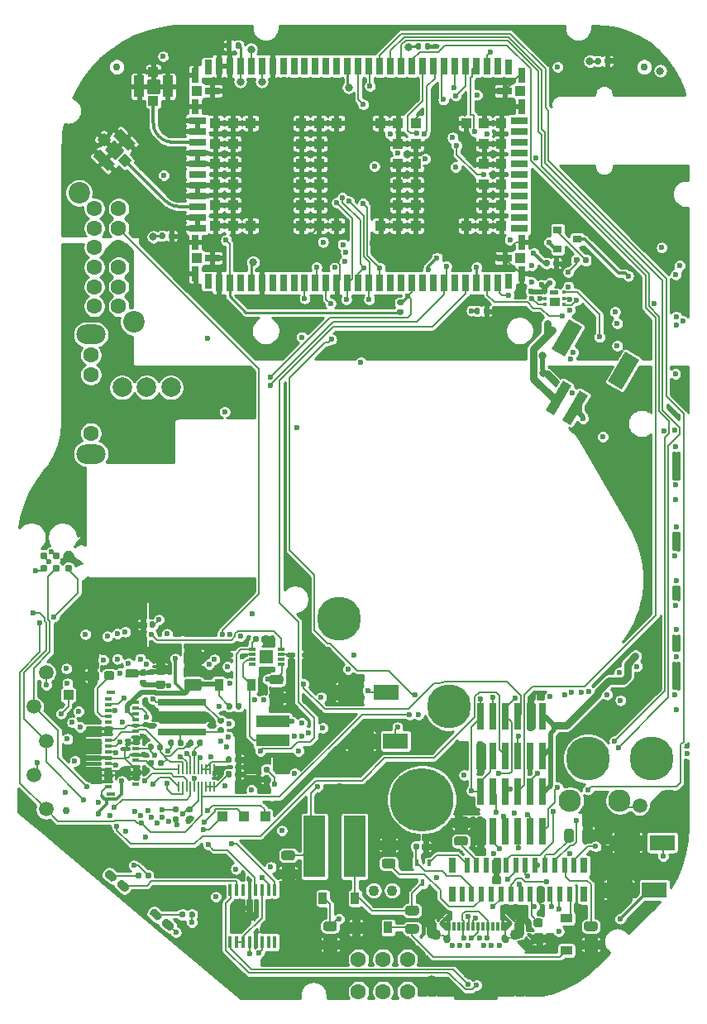
<source format=gbr>
G04 #@! TF.GenerationSoftware,KiCad,Pcbnew,5.1.6+dfsg1-1~bpo10+1*
G04 #@! TF.CreationDate,2020-12-21T12:29:25-05:00*
G04 #@! TF.ProjectId,4GRCP_Mainboard,34475243-505f-44d6-9169-6e626f617264,rev?*
G04 #@! TF.SameCoordinates,Original*
G04 #@! TF.FileFunction,Copper,L1,Top*
G04 #@! TF.FilePolarity,Positive*
%FSLAX46Y46*%
G04 Gerber Fmt 4.6, Leading zero omitted, Abs format (unit mm)*
G04 Created by KiCad (PCBNEW 5.1.6+dfsg1-1~bpo10+1) date 2020-12-21 12:29:25*
%MOMM*%
%LPD*%
G01*
G04 APERTURE LIST*
G04 #@! TA.AperFunction,EtchedComponent*
%ADD10C,0.010000*%
G04 #@! TD*
G04 #@! TA.AperFunction,EtchedComponent*
%ADD11C,0.100000*%
G04 #@! TD*
G04 #@! TA.AperFunction,SMDPad,CuDef*
%ADD12C,1.500000*%
G04 #@! TD*
G04 #@! TA.AperFunction,ComponentPad*
%ADD13O,1.000000X2.000000*%
G04 #@! TD*
G04 #@! TA.AperFunction,ComponentPad*
%ADD14C,1.100000*%
G04 #@! TD*
G04 #@! TA.AperFunction,ComponentPad*
%ADD15C,0.600000*%
G04 #@! TD*
G04 #@! TA.AperFunction,SMDPad,CuDef*
%ADD16R,0.350000X0.890000*%
G04 #@! TD*
G04 #@! TA.AperFunction,ComponentPad*
%ADD17C,4.500000*%
G04 #@! TD*
G04 #@! TA.AperFunction,SMDPad,CuDef*
%ADD18R,0.800000X1.600000*%
G04 #@! TD*
G04 #@! TA.AperFunction,SMDPad,CuDef*
%ADD19R,0.600000X1.600000*%
G04 #@! TD*
G04 #@! TA.AperFunction,SMDPad,CuDef*
%ADD20C,0.787000*%
G04 #@! TD*
G04 #@! TA.AperFunction,ComponentPad*
%ADD21C,2.300000*%
G04 #@! TD*
G04 #@! TA.AperFunction,SMDPad,CuDef*
%ADD22R,0.740000X2.790000*%
G04 #@! TD*
G04 #@! TA.AperFunction,SMDPad,CuDef*
%ADD23R,0.406400X1.270000*%
G04 #@! TD*
G04 #@! TA.AperFunction,SMDPad,CuDef*
%ADD24R,5.000000X0.700000*%
G04 #@! TD*
G04 #@! TA.AperFunction,SMDPad,CuDef*
%ADD25R,5.000000X1.000000*%
G04 #@! TD*
G04 #@! TA.AperFunction,SMDPad,CuDef*
%ADD26C,0.750000*%
G04 #@! TD*
G04 #@! TA.AperFunction,ComponentPad*
%ADD27O,3.000000X2.000000*%
G04 #@! TD*
G04 #@! TA.AperFunction,ComponentPad*
%ADD28C,1.600000*%
G04 #@! TD*
G04 #@! TA.AperFunction,SMDPad,CuDef*
%ADD29C,0.100000*%
G04 #@! TD*
G04 #@! TA.AperFunction,SMDPad,CuDef*
%ADD30R,2.600000X1.600000*%
G04 #@! TD*
G04 #@! TA.AperFunction,SMDPad,CuDef*
%ADD31R,1.000000X1.000000*%
G04 #@! TD*
G04 #@! TA.AperFunction,SMDPad,CuDef*
%ADD32R,1.050000X2.200000*%
G04 #@! TD*
G04 #@! TA.AperFunction,SMDPad,CuDef*
%ADD33R,3.400000X1.200000*%
G04 #@! TD*
G04 #@! TA.AperFunction,Conductor*
%ADD34R,0.300000X0.300000*%
G04 #@! TD*
G04 #@! TA.AperFunction,Conductor*
%ADD35R,1.000000X0.950000*%
G04 #@! TD*
G04 #@! TA.AperFunction,SMDPad,CuDef*
%ADD36R,0.450000X0.300000*%
G04 #@! TD*
G04 #@! TA.AperFunction,ComponentPad*
%ADD37C,2.200000*%
G04 #@! TD*
G04 #@! TA.AperFunction,SMDPad,CuDef*
%ADD38R,0.800000X1.500000*%
G04 #@! TD*
G04 #@! TA.AperFunction,SMDPad,CuDef*
%ADD39R,1.500000X0.800000*%
G04 #@! TD*
G04 #@! TA.AperFunction,SMDPad,CuDef*
%ADD40R,1.100000X1.100000*%
G04 #@! TD*
G04 #@! TA.AperFunction,SMDPad,CuDef*
%ADD41R,0.800000X1.800000*%
G04 #@! TD*
G04 #@! TA.AperFunction,SMDPad,CuDef*
%ADD42R,1.800000X0.800000*%
G04 #@! TD*
G04 #@! TA.AperFunction,SMDPad,CuDef*
%ADD43R,0.200000X1.000000*%
G04 #@! TD*
G04 #@! TA.AperFunction,SMDPad,CuDef*
%ADD44R,0.200000X1.100000*%
G04 #@! TD*
G04 #@! TA.AperFunction,SMDPad,CuDef*
%ADD45R,0.800000X0.300000*%
G04 #@! TD*
G04 #@! TA.AperFunction,SMDPad,CuDef*
%ADD46R,0.650000X0.300000*%
G04 #@! TD*
G04 #@! TA.AperFunction,SMDPad,CuDef*
%ADD47R,0.950000X0.400000*%
G04 #@! TD*
G04 #@! TA.AperFunction,SMDPad,CuDef*
%ADD48R,0.900000X1.200000*%
G04 #@! TD*
G04 #@! TA.AperFunction,SMDPad,CuDef*
%ADD49R,0.750000X0.300000*%
G04 #@! TD*
G04 #@! TA.AperFunction,SMDPad,CuDef*
%ADD50R,1.360000X1.460000*%
G04 #@! TD*
G04 #@! TA.AperFunction,SMDPad,CuDef*
%ADD51R,1.200000X0.900000*%
G04 #@! TD*
G04 #@! TA.AperFunction,SMDPad,CuDef*
%ADD52R,0.450000X0.700000*%
G04 #@! TD*
G04 #@! TA.AperFunction,ComponentPad*
%ADD53C,6.500000*%
G04 #@! TD*
G04 #@! TA.AperFunction,ComponentPad*
%ADD54C,2.000000*%
G04 #@! TD*
G04 #@! TA.AperFunction,Conductor*
%ADD55C,0.500000*%
G04 #@! TD*
G04 #@! TA.AperFunction,SMDPad,CuDef*
%ADD56R,0.900000X0.800000*%
G04 #@! TD*
G04 #@! TA.AperFunction,SMDPad,CuDef*
%ADD57R,2.200000X6.300000*%
G04 #@! TD*
G04 #@! TA.AperFunction,ViaPad*
%ADD58C,0.600000*%
G04 #@! TD*
G04 #@! TA.AperFunction,ViaPad*
%ADD59C,0.800000*%
G04 #@! TD*
G04 #@! TA.AperFunction,Conductor*
%ADD60C,0.200000*%
G04 #@! TD*
G04 #@! TA.AperFunction,Conductor*
%ADD61C,0.250000*%
G04 #@! TD*
G04 #@! TA.AperFunction,Conductor*
%ADD62C,0.500000*%
G04 #@! TD*
G04 #@! TA.AperFunction,Conductor*
%ADD63C,0.350000*%
G04 #@! TD*
G04 #@! TA.AperFunction,Conductor*
%ADD64C,0.750000*%
G04 #@! TD*
G04 #@! TA.AperFunction,Conductor*
%ADD65C,0.254000*%
G04 #@! TD*
G04 APERTURE END LIST*
D10*
G36*
X167830000Y-82200000D02*
G01*
X167180000Y-82200000D01*
X167177383Y-82199931D01*
X167174774Y-82199726D01*
X167172178Y-82199384D01*
X167169604Y-82198907D01*
X167167059Y-82198296D01*
X167164549Y-82197553D01*
X167162082Y-82196679D01*
X167159663Y-82195677D01*
X167157300Y-82194550D01*
X167155000Y-82193301D01*
X167152768Y-82191934D01*
X167150611Y-82190451D01*
X167148534Y-82188857D01*
X167146543Y-82187157D01*
X167144645Y-82185355D01*
X167142843Y-82183457D01*
X167141143Y-82181466D01*
X167139549Y-82179389D01*
X167138066Y-82177232D01*
X167136699Y-82175000D01*
X167135450Y-82172700D01*
X167134323Y-82170337D01*
X167133321Y-82167918D01*
X167132447Y-82165451D01*
X167131704Y-82162941D01*
X167131093Y-82160396D01*
X167130616Y-82157822D01*
X167130274Y-82155226D01*
X167130069Y-82152617D01*
X167130000Y-82150000D01*
X167130000Y-81950000D01*
X167130069Y-81947383D01*
X167130274Y-81944774D01*
X167130616Y-81942178D01*
X167131093Y-81939604D01*
X167131704Y-81937059D01*
X167132447Y-81934549D01*
X167133321Y-81932082D01*
X167134323Y-81929663D01*
X167135450Y-81927300D01*
X167136699Y-81925000D01*
X167138066Y-81922768D01*
X167139549Y-81920611D01*
X167141143Y-81918534D01*
X167142843Y-81916543D01*
X167144645Y-81914645D01*
X167146543Y-81912843D01*
X167148534Y-81911143D01*
X167150611Y-81909549D01*
X167152768Y-81908066D01*
X167155000Y-81906699D01*
X167157300Y-81905450D01*
X167159663Y-81904323D01*
X167162082Y-81903321D01*
X167164549Y-81902447D01*
X167167059Y-81901704D01*
X167169604Y-81901093D01*
X167172178Y-81900616D01*
X167174774Y-81900274D01*
X167177383Y-81900069D01*
X167180000Y-81900000D01*
X167830000Y-81900000D01*
X167832617Y-81900069D01*
X167835226Y-81900274D01*
X167837822Y-81900616D01*
X167840396Y-81901093D01*
X167842941Y-81901704D01*
X167845451Y-81902447D01*
X167847918Y-81903321D01*
X167850337Y-81904323D01*
X167852700Y-81905450D01*
X167855000Y-81906699D01*
X167857232Y-81908066D01*
X167859389Y-81909549D01*
X167861466Y-81911143D01*
X167863457Y-81912843D01*
X167865355Y-81914645D01*
X167867157Y-81916543D01*
X167868857Y-81918534D01*
X167870451Y-81920611D01*
X167871934Y-81922768D01*
X167873301Y-81925000D01*
X167874550Y-81927300D01*
X167875677Y-81929663D01*
X167876679Y-81932082D01*
X167877553Y-81934549D01*
X167878296Y-81937059D01*
X167878907Y-81939604D01*
X167879384Y-81942178D01*
X167879726Y-81944774D01*
X167879931Y-81947383D01*
X167880000Y-81950000D01*
X167880000Y-82150000D01*
X167879931Y-82152617D01*
X167879726Y-82155226D01*
X167879384Y-82157822D01*
X167878907Y-82160396D01*
X167878296Y-82162941D01*
X167877553Y-82165451D01*
X167876679Y-82167918D01*
X167875677Y-82170337D01*
X167874550Y-82172700D01*
X167873301Y-82175000D01*
X167871934Y-82177232D01*
X167870451Y-82179389D01*
X167868857Y-82181466D01*
X167867157Y-82183457D01*
X167865355Y-82185355D01*
X167863457Y-82187157D01*
X167861466Y-82188857D01*
X167859389Y-82190451D01*
X167857232Y-82191934D01*
X167855000Y-82193301D01*
X167852700Y-82194550D01*
X167850337Y-82195677D01*
X167847918Y-82196679D01*
X167845451Y-82197553D01*
X167842941Y-82198296D01*
X167840396Y-82198907D01*
X167837822Y-82199384D01*
X167835226Y-82199726D01*
X167832617Y-82199931D01*
X167830000Y-82200000D01*
G37*
X167830000Y-82200000D02*
X167180000Y-82200000D01*
X167177383Y-82199931D01*
X167174774Y-82199726D01*
X167172178Y-82199384D01*
X167169604Y-82198907D01*
X167167059Y-82198296D01*
X167164549Y-82197553D01*
X167162082Y-82196679D01*
X167159663Y-82195677D01*
X167157300Y-82194550D01*
X167155000Y-82193301D01*
X167152768Y-82191934D01*
X167150611Y-82190451D01*
X167148534Y-82188857D01*
X167146543Y-82187157D01*
X167144645Y-82185355D01*
X167142843Y-82183457D01*
X167141143Y-82181466D01*
X167139549Y-82179389D01*
X167138066Y-82177232D01*
X167136699Y-82175000D01*
X167135450Y-82172700D01*
X167134323Y-82170337D01*
X167133321Y-82167918D01*
X167132447Y-82165451D01*
X167131704Y-82162941D01*
X167131093Y-82160396D01*
X167130616Y-82157822D01*
X167130274Y-82155226D01*
X167130069Y-82152617D01*
X167130000Y-82150000D01*
X167130000Y-81950000D01*
X167130069Y-81947383D01*
X167130274Y-81944774D01*
X167130616Y-81942178D01*
X167131093Y-81939604D01*
X167131704Y-81937059D01*
X167132447Y-81934549D01*
X167133321Y-81932082D01*
X167134323Y-81929663D01*
X167135450Y-81927300D01*
X167136699Y-81925000D01*
X167138066Y-81922768D01*
X167139549Y-81920611D01*
X167141143Y-81918534D01*
X167142843Y-81916543D01*
X167144645Y-81914645D01*
X167146543Y-81912843D01*
X167148534Y-81911143D01*
X167150611Y-81909549D01*
X167152768Y-81908066D01*
X167155000Y-81906699D01*
X167157300Y-81905450D01*
X167159663Y-81904323D01*
X167162082Y-81903321D01*
X167164549Y-81902447D01*
X167167059Y-81901704D01*
X167169604Y-81901093D01*
X167172178Y-81900616D01*
X167174774Y-81900274D01*
X167177383Y-81900069D01*
X167180000Y-81900000D01*
X167830000Y-81900000D01*
X167832617Y-81900069D01*
X167835226Y-81900274D01*
X167837822Y-81900616D01*
X167840396Y-81901093D01*
X167842941Y-81901704D01*
X167845451Y-81902447D01*
X167847918Y-81903321D01*
X167850337Y-81904323D01*
X167852700Y-81905450D01*
X167855000Y-81906699D01*
X167857232Y-81908066D01*
X167859389Y-81909549D01*
X167861466Y-81911143D01*
X167863457Y-81912843D01*
X167865355Y-81914645D01*
X167867157Y-81916543D01*
X167868857Y-81918534D01*
X167870451Y-81920611D01*
X167871934Y-81922768D01*
X167873301Y-81925000D01*
X167874550Y-81927300D01*
X167875677Y-81929663D01*
X167876679Y-81932082D01*
X167877553Y-81934549D01*
X167878296Y-81937059D01*
X167878907Y-81939604D01*
X167879384Y-81942178D01*
X167879726Y-81944774D01*
X167879931Y-81947383D01*
X167880000Y-81950000D01*
X167880000Y-82150000D01*
X167879931Y-82152617D01*
X167879726Y-82155226D01*
X167879384Y-82157822D01*
X167878907Y-82160396D01*
X167878296Y-82162941D01*
X167877553Y-82165451D01*
X167876679Y-82167918D01*
X167875677Y-82170337D01*
X167874550Y-82172700D01*
X167873301Y-82175000D01*
X167871934Y-82177232D01*
X167870451Y-82179389D01*
X167868857Y-82181466D01*
X167867157Y-82183457D01*
X167865355Y-82185355D01*
X167863457Y-82187157D01*
X167861466Y-82188857D01*
X167859389Y-82190451D01*
X167857232Y-82191934D01*
X167855000Y-82193301D01*
X167852700Y-82194550D01*
X167850337Y-82195677D01*
X167847918Y-82196679D01*
X167845451Y-82197553D01*
X167842941Y-82198296D01*
X167840396Y-82198907D01*
X167837822Y-82199384D01*
X167835226Y-82199726D01*
X167832617Y-82199931D01*
X167830000Y-82200000D01*
D11*
G36*
X166100000Y-89900000D02*
G01*
X166100000Y-88900000D01*
X166600000Y-88900000D01*
X166600000Y-89900000D01*
X166100000Y-89900000D01*
G37*
D12*
X115500000Y-135000000D03*
D13*
X155000000Y-153005000D03*
X164000000Y-153005000D03*
D14*
X155450000Y-147805000D03*
D13*
X155000000Y-147255000D03*
D14*
X163550000Y-147805000D03*
D13*
X164000000Y-147255000D03*
D15*
X161900000Y-148905000D03*
X161100000Y-148905000D03*
X160300000Y-148905000D03*
X157100000Y-148905000D03*
X157900000Y-148905000D03*
X158700000Y-148905000D03*
X162550000Y-148205000D03*
X160700000Y-148205000D03*
X159900000Y-148205000D03*
X156450000Y-148205000D03*
X158300000Y-148205000D03*
X159100000Y-148205000D03*
D16*
X162250000Y-147000000D03*
X161750000Y-147000000D03*
X161250000Y-147000000D03*
X160750000Y-147000000D03*
X160250000Y-147000000D03*
X159750000Y-147000000D03*
X159250000Y-147000000D03*
X158750000Y-147000000D03*
X158250000Y-147000000D03*
X157750000Y-147000000D03*
X157250000Y-147000000D03*
X156750000Y-147000000D03*
D17*
X171010000Y-129800000D03*
X156800000Y-124450000D03*
X145500000Y-115500000D03*
G04 #@! TA.AperFunction,SMDPad,CuDef*
G36*
G01*
X151056250Y-139150000D02*
X150143750Y-139150000D01*
G75*
G02*
X149900000Y-138906250I0J243750D01*
G01*
X149900000Y-138418750D01*
G75*
G02*
X150143750Y-138175000I243750J0D01*
G01*
X151056250Y-138175000D01*
G75*
G02*
X151300000Y-138418750I0J-243750D01*
G01*
X151300000Y-138906250D01*
G75*
G02*
X151056250Y-139150000I-243750J0D01*
G01*
G37*
G04 #@! TD.AperFunction*
G04 #@! TA.AperFunction,SMDPad,CuDef*
G36*
G01*
X151056250Y-141025000D02*
X150143750Y-141025000D01*
G75*
G02*
X149900000Y-140781250I0J243750D01*
G01*
X149900000Y-140293750D01*
G75*
G02*
X150143750Y-140050000I243750J0D01*
G01*
X151056250Y-140050000D01*
G75*
G02*
X151300000Y-140293750I0J-243750D01*
G01*
X151300000Y-140781250D01*
G75*
G02*
X151056250Y-141025000I-243750J0D01*
G01*
G37*
G04 #@! TD.AperFunction*
D18*
X170600000Y-143650000D03*
X170600000Y-140750000D03*
X157100000Y-143650000D03*
X157100000Y-140750000D03*
D19*
X169600000Y-140750000D03*
X169100000Y-143650000D03*
X168600000Y-140750000D03*
X168100000Y-143650000D03*
X167600000Y-140750000D03*
X167100000Y-143650000D03*
X166600000Y-140750000D03*
X166100000Y-143650000D03*
X165600000Y-140750000D03*
X165100000Y-143650000D03*
X164600000Y-140750000D03*
X164100000Y-143650000D03*
X163600000Y-140750000D03*
X163100000Y-143650000D03*
X162600000Y-140750000D03*
X162100000Y-143650000D03*
X161600000Y-140750000D03*
X161100000Y-143650000D03*
X160600000Y-140750000D03*
X160100000Y-143650000D03*
X159600000Y-140750000D03*
X159100000Y-143650000D03*
X158600000Y-140750000D03*
X158100000Y-143650000D03*
D20*
X115270000Y-110335000D03*
X115270000Y-109065000D03*
X116540000Y-110335000D03*
X116540000Y-109065000D03*
X117810000Y-110335000D03*
X117810000Y-109065000D03*
D14*
X149050000Y-143300000D03*
X150950000Y-143300000D03*
D21*
X169170000Y-134100000D03*
X174250000Y-134100000D03*
X179330000Y-134100000D03*
D22*
X166375000Y-137235000D03*
X165105000Y-137235000D03*
X166375000Y-133165000D03*
X165105000Y-133165000D03*
X163835000Y-137235000D03*
X162565000Y-137235000D03*
X163835000Y-133165000D03*
X162565000Y-133165000D03*
X161295000Y-133165000D03*
X161295000Y-137235000D03*
X160025000Y-133165000D03*
X160025000Y-137235000D03*
X166375000Y-129535000D03*
X165105000Y-129535000D03*
X166375000Y-125465000D03*
X165105000Y-125465000D03*
X163835000Y-129535000D03*
X162565000Y-129535000D03*
X163835000Y-125465000D03*
X162565000Y-125465000D03*
X161295000Y-125465000D03*
X161295000Y-129535000D03*
X160025000Y-125465000D03*
X160025000Y-129535000D03*
G04 #@! TA.AperFunction,SMDPad,CuDef*
G36*
G01*
X127355795Y-146000923D02*
X127082609Y-146326491D01*
G75*
G02*
X126783233Y-146352683I-162784J136592D01*
G01*
X126170398Y-145838453D01*
G75*
G02*
X126144206Y-145539077I136592J162784D01*
G01*
X126417391Y-145213509D01*
G75*
G02*
X126716767Y-145187317I162784J-136592D01*
G01*
X127329602Y-145701547D01*
G75*
G02*
X127355794Y-146000923I-136592J-162784D01*
G01*
G37*
G04 #@! TD.AperFunction*
G04 #@! TA.AperFunction,SMDPad,CuDef*
G36*
G01*
X128600617Y-147045453D02*
X128327431Y-147371021D01*
G75*
G02*
X128028055Y-147397213I-162784J136592D01*
G01*
X127415220Y-146882983D01*
G75*
G02*
X127389028Y-146583607I136592J162784D01*
G01*
X127662213Y-146258039D01*
G75*
G02*
X127961589Y-146231847I162784J-136592D01*
G01*
X128574424Y-146746077D01*
G75*
G02*
X128600616Y-147045453I-136592J-162784D01*
G01*
G37*
G04 #@! TD.AperFunction*
G04 #@! TA.AperFunction,SMDPad,CuDef*
G36*
G01*
X122753384Y-142028658D02*
X122480198Y-142354226D01*
G75*
G02*
X122180822Y-142380418I-162784J136592D01*
G01*
X121567987Y-141866188D01*
G75*
G02*
X121541795Y-141566812I136592J162784D01*
G01*
X121814980Y-141241244D01*
G75*
G02*
X122114356Y-141215052I162784J-136592D01*
G01*
X122727191Y-141729282D01*
G75*
G02*
X122753383Y-142028658I-136592J-162784D01*
G01*
G37*
G04 #@! TD.AperFunction*
G04 #@! TA.AperFunction,SMDPad,CuDef*
G36*
G01*
X123998206Y-143073188D02*
X123725020Y-143398756D01*
G75*
G02*
X123425644Y-143424948I-162784J136592D01*
G01*
X122812809Y-142910718D01*
G75*
G02*
X122786617Y-142611342I136592J162784D01*
G01*
X123059802Y-142285774D01*
G75*
G02*
X123359178Y-142259582I162784J-136592D01*
G01*
X123972013Y-142773812D01*
G75*
G02*
X123998205Y-143073188I-136592J-162784D01*
G01*
G37*
G04 #@! TD.AperFunction*
D23*
X138921000Y-148567000D03*
X138286000Y-148567000D03*
X137625600Y-148567000D03*
X136965200Y-148567000D03*
X136330200Y-148567000D03*
X135669800Y-148567000D03*
X135009400Y-148567000D03*
X134374400Y-148567000D03*
X134374400Y-143233000D03*
X135009400Y-143233000D03*
X135669800Y-143233000D03*
X136330200Y-143233000D03*
X136965200Y-143233000D03*
X137625600Y-143233000D03*
X138286000Y-143233000D03*
X138921000Y-143233000D03*
D24*
X129400000Y-127050000D03*
D25*
X129400000Y-125550000D03*
D24*
X129400000Y-124050000D03*
D26*
X122750000Y-59000000D03*
X176750000Y-59000000D03*
X117600000Y-135100000D03*
D27*
X120100000Y-86400000D03*
X120100000Y-98600000D03*
D28*
X120100000Y-88500000D03*
X120100000Y-90500000D03*
X120100000Y-92500000D03*
X120100000Y-96500000D03*
G04 #@! TA.AperFunction,SMDPad,CuDef*
D29*
G36*
X173070629Y-91194969D02*
G01*
X174823229Y-88159377D01*
X176209043Y-88959477D01*
X174456443Y-91995069D01*
X173070629Y-91194969D01*
G37*
G04 #@! TD.AperFunction*
G04 #@! TA.AperFunction,SMDPad,CuDef*
G36*
X167268259Y-87844969D02*
G01*
X169020859Y-84809377D01*
X170406673Y-85609477D01*
X168654073Y-88645069D01*
X167268259Y-87844969D01*
G37*
G04 #@! TD.AperFunction*
G04 #@! TA.AperFunction,SMDPad,CuDef*
G36*
X166670733Y-94139517D02*
G01*
X168423333Y-91103925D01*
X169281217Y-91599225D01*
X167528617Y-94634817D01*
X166670733Y-94139517D01*
G37*
G04 #@! TD.AperFunction*
G04 #@! TA.AperFunction,SMDPad,CuDef*
G36*
X168402782Y-95139516D02*
G01*
X170155382Y-92103924D01*
X171013266Y-92599224D01*
X169260666Y-95634816D01*
X168402782Y-95139516D01*
G37*
G04 #@! TD.AperFunction*
G04 #@! TA.AperFunction,SMDPad,CuDef*
G36*
G01*
X137927500Y-131590000D02*
X138272500Y-131590000D01*
G75*
G02*
X138420000Y-131737500I0J-147500D01*
G01*
X138420000Y-132032500D01*
G75*
G02*
X138272500Y-132180000I-147500J0D01*
G01*
X137927500Y-132180000D01*
G75*
G02*
X137780000Y-132032500I0J147500D01*
G01*
X137780000Y-131737500D01*
G75*
G02*
X137927500Y-131590000I147500J0D01*
G01*
G37*
G04 #@! TD.AperFunction*
G04 #@! TA.AperFunction,SMDPad,CuDef*
G36*
G01*
X137927500Y-130620000D02*
X138272500Y-130620000D01*
G75*
G02*
X138420000Y-130767500I0J-147500D01*
G01*
X138420000Y-131062500D01*
G75*
G02*
X138272500Y-131210000I-147500J0D01*
G01*
X137927500Y-131210000D01*
G75*
G02*
X137780000Y-131062500I0J147500D01*
G01*
X137780000Y-130767500D01*
G75*
G02*
X137927500Y-130620000I147500J0D01*
G01*
G37*
G04 #@! TD.AperFunction*
G04 #@! TA.AperFunction,SMDPad,CuDef*
G36*
G01*
X134525000Y-56627500D02*
X134525000Y-56972500D01*
G75*
G02*
X134377500Y-57120000I-147500J0D01*
G01*
X134082500Y-57120000D01*
G75*
G02*
X133935000Y-56972500I0J147500D01*
G01*
X133935000Y-56627500D01*
G75*
G02*
X134082500Y-56480000I147500J0D01*
G01*
X134377500Y-56480000D01*
G75*
G02*
X134525000Y-56627500I0J-147500D01*
G01*
G37*
G04 #@! TD.AperFunction*
G04 #@! TA.AperFunction,SMDPad,CuDef*
G36*
G01*
X135495000Y-56627500D02*
X135495000Y-56972500D01*
G75*
G02*
X135347500Y-57120000I-147500J0D01*
G01*
X135052500Y-57120000D01*
G75*
G02*
X134905000Y-56972500I0J147500D01*
G01*
X134905000Y-56627500D01*
G75*
G02*
X135052500Y-56480000I147500J0D01*
G01*
X135347500Y-56480000D01*
G75*
G02*
X135495000Y-56627500I0J-147500D01*
G01*
G37*
G04 #@! TD.AperFunction*
G04 #@! TA.AperFunction,SMDPad,CuDef*
G36*
G01*
X153320000Y-57072500D02*
X153320000Y-56727500D01*
G75*
G02*
X153467500Y-56580000I147500J0D01*
G01*
X153762500Y-56580000D01*
G75*
G02*
X153910000Y-56727500I0J-147500D01*
G01*
X153910000Y-57072500D01*
G75*
G02*
X153762500Y-57220000I-147500J0D01*
G01*
X153467500Y-57220000D01*
G75*
G02*
X153320000Y-57072500I0J147500D01*
G01*
G37*
G04 #@! TD.AperFunction*
G04 #@! TA.AperFunction,SMDPad,CuDef*
G36*
G01*
X154290000Y-57072500D02*
X154290000Y-56727500D01*
G75*
G02*
X154437500Y-56580000I147500J0D01*
G01*
X154732500Y-56580000D01*
G75*
G02*
X154880000Y-56727500I0J-147500D01*
G01*
X154880000Y-57072500D01*
G75*
G02*
X154732500Y-57220000I-147500J0D01*
G01*
X154437500Y-57220000D01*
G75*
G02*
X154290000Y-57072500I0J147500D01*
G01*
G37*
G04 #@! TD.AperFunction*
G04 #@! TA.AperFunction,SMDPad,CuDef*
G36*
G01*
X172705000Y-58572500D02*
X172705000Y-58227500D01*
G75*
G02*
X172852500Y-58080000I147500J0D01*
G01*
X173147500Y-58080000D01*
G75*
G02*
X173295000Y-58227500I0J-147500D01*
G01*
X173295000Y-58572500D01*
G75*
G02*
X173147500Y-58720000I-147500J0D01*
G01*
X172852500Y-58720000D01*
G75*
G02*
X172705000Y-58572500I0J147500D01*
G01*
G37*
G04 #@! TD.AperFunction*
G04 #@! TA.AperFunction,SMDPad,CuDef*
G36*
G01*
X171735000Y-58572500D02*
X171735000Y-58227500D01*
G75*
G02*
X171882500Y-58080000I147500J0D01*
G01*
X172177500Y-58080000D01*
G75*
G02*
X172325000Y-58227500I0J-147500D01*
G01*
X172325000Y-58572500D01*
G75*
G02*
X172177500Y-58720000I-147500J0D01*
G01*
X171882500Y-58720000D01*
G75*
G02*
X171735000Y-58572500I0J147500D01*
G01*
G37*
G04 #@! TD.AperFunction*
G04 #@! TA.AperFunction,SMDPad,CuDef*
G36*
G01*
X166480000Y-79272500D02*
X166480000Y-78927500D01*
G75*
G02*
X166627500Y-78780000I147500J0D01*
G01*
X166922500Y-78780000D01*
G75*
G02*
X167070000Y-78927500I0J-147500D01*
G01*
X167070000Y-79272500D01*
G75*
G02*
X166922500Y-79420000I-147500J0D01*
G01*
X166627500Y-79420000D01*
G75*
G02*
X166480000Y-79272500I0J147500D01*
G01*
G37*
G04 #@! TD.AperFunction*
G04 #@! TA.AperFunction,SMDPad,CuDef*
G36*
G01*
X167450000Y-79272500D02*
X167450000Y-78927500D01*
G75*
G02*
X167597500Y-78780000I147500J0D01*
G01*
X167892500Y-78780000D01*
G75*
G02*
X168040000Y-78927500I0J-147500D01*
G01*
X168040000Y-79272500D01*
G75*
G02*
X167892500Y-79420000I-147500J0D01*
G01*
X167597500Y-79420000D01*
G75*
G02*
X167450000Y-79272500I0J147500D01*
G01*
G37*
G04 #@! TD.AperFunction*
G04 #@! TA.AperFunction,SMDPad,CuDef*
G36*
G01*
X160315000Y-84172500D02*
X160315000Y-83827500D01*
G75*
G02*
X160462500Y-83680000I147500J0D01*
G01*
X160757500Y-83680000D01*
G75*
G02*
X160905000Y-83827500I0J-147500D01*
G01*
X160905000Y-84172500D01*
G75*
G02*
X160757500Y-84320000I-147500J0D01*
G01*
X160462500Y-84320000D01*
G75*
G02*
X160315000Y-84172500I0J147500D01*
G01*
G37*
G04 #@! TD.AperFunction*
G04 #@! TA.AperFunction,SMDPad,CuDef*
G36*
G01*
X159345000Y-84172500D02*
X159345000Y-83827500D01*
G75*
G02*
X159492500Y-83680000I147500J0D01*
G01*
X159787500Y-83680000D01*
G75*
G02*
X159935000Y-83827500I0J-147500D01*
G01*
X159935000Y-84172500D01*
G75*
G02*
X159787500Y-84320000I-147500J0D01*
G01*
X159492500Y-84320000D01*
G75*
G02*
X159345000Y-84172500I0J147500D01*
G01*
G37*
G04 #@! TD.AperFunction*
G04 #@! TA.AperFunction,SMDPad,CuDef*
G36*
G01*
X127120000Y-76472500D02*
X127120000Y-76127500D01*
G75*
G02*
X127267500Y-75980000I147500J0D01*
G01*
X127562500Y-75980000D01*
G75*
G02*
X127710000Y-76127500I0J-147500D01*
G01*
X127710000Y-76472500D01*
G75*
G02*
X127562500Y-76620000I-147500J0D01*
G01*
X127267500Y-76620000D01*
G75*
G02*
X127120000Y-76472500I0J147500D01*
G01*
G37*
G04 #@! TD.AperFunction*
G04 #@! TA.AperFunction,SMDPad,CuDef*
G36*
G01*
X128090000Y-76472500D02*
X128090000Y-76127500D01*
G75*
G02*
X128237500Y-75980000I147500J0D01*
G01*
X128532500Y-75980000D01*
G75*
G02*
X128680000Y-76127500I0J-147500D01*
G01*
X128680000Y-76472500D01*
G75*
G02*
X128532500Y-76620000I-147500J0D01*
G01*
X128237500Y-76620000D01*
G75*
G02*
X128090000Y-76472500I0J147500D01*
G01*
G37*
G04 #@! TD.AperFunction*
G04 #@! TA.AperFunction,SMDPad,CuDef*
G36*
G01*
X125710000Y-115927500D02*
X125710000Y-116272500D01*
G75*
G02*
X125562500Y-116420000I-147500J0D01*
G01*
X125267500Y-116420000D01*
G75*
G02*
X125120000Y-116272500I0J147500D01*
G01*
X125120000Y-115927500D01*
G75*
G02*
X125267500Y-115780000I147500J0D01*
G01*
X125562500Y-115780000D01*
G75*
G02*
X125710000Y-115927500I0J-147500D01*
G01*
G37*
G04 #@! TD.AperFunction*
G04 #@! TA.AperFunction,SMDPad,CuDef*
G36*
G01*
X126680000Y-115927500D02*
X126680000Y-116272500D01*
G75*
G02*
X126532500Y-116420000I-147500J0D01*
G01*
X126237500Y-116420000D01*
G75*
G02*
X126090000Y-116272500I0J147500D01*
G01*
X126090000Y-115927500D01*
G75*
G02*
X126237500Y-115780000I147500J0D01*
G01*
X126532500Y-115780000D01*
G75*
G02*
X126680000Y-115927500I0J-147500D01*
G01*
G37*
G04 #@! TD.AperFunction*
G04 #@! TA.AperFunction,SMDPad,CuDef*
G36*
G01*
X125622500Y-122330000D02*
X125277500Y-122330000D01*
G75*
G02*
X125130000Y-122182500I0J147500D01*
G01*
X125130000Y-121887500D01*
G75*
G02*
X125277500Y-121740000I147500J0D01*
G01*
X125622500Y-121740000D01*
G75*
G02*
X125770000Y-121887500I0J-147500D01*
G01*
X125770000Y-122182500D01*
G75*
G02*
X125622500Y-122330000I-147500J0D01*
G01*
G37*
G04 #@! TD.AperFunction*
G04 #@! TA.AperFunction,SMDPad,CuDef*
G36*
G01*
X125622500Y-121360000D02*
X125277500Y-121360000D01*
G75*
G02*
X125130000Y-121212500I0J147500D01*
G01*
X125130000Y-120917500D01*
G75*
G02*
X125277500Y-120770000I147500J0D01*
G01*
X125622500Y-120770000D01*
G75*
G02*
X125770000Y-120917500I0J-147500D01*
G01*
X125770000Y-121212500D01*
G75*
G02*
X125622500Y-121360000I-147500J0D01*
G01*
G37*
G04 #@! TD.AperFunction*
G04 #@! TA.AperFunction,SMDPad,CuDef*
G36*
G01*
X165643750Y-146175000D02*
X166156250Y-146175000D01*
G75*
G02*
X166375000Y-146393750I0J-218750D01*
G01*
X166375000Y-146831250D01*
G75*
G02*
X166156250Y-147050000I-218750J0D01*
G01*
X165643750Y-147050000D01*
G75*
G02*
X165425000Y-146831250I0J218750D01*
G01*
X165425000Y-146393750D01*
G75*
G02*
X165643750Y-146175000I218750J0D01*
G01*
G37*
G04 #@! TD.AperFunction*
G04 #@! TA.AperFunction,SMDPad,CuDef*
G36*
G01*
X165643750Y-147750000D02*
X166156250Y-147750000D01*
G75*
G02*
X166375000Y-147968750I0J-218750D01*
G01*
X166375000Y-148406250D01*
G75*
G02*
X166156250Y-148625000I-218750J0D01*
G01*
X165643750Y-148625000D01*
G75*
G02*
X165425000Y-148406250I0J218750D01*
G01*
X165425000Y-147968750D01*
G75*
G02*
X165643750Y-147750000I218750J0D01*
G01*
G37*
G04 #@! TD.AperFunction*
G04 #@! TA.AperFunction,SMDPad,CuDef*
G36*
G01*
X127506250Y-122675000D02*
X126993750Y-122675000D01*
G75*
G02*
X126775000Y-122456250I0J218750D01*
G01*
X126775000Y-122018750D01*
G75*
G02*
X126993750Y-121800000I218750J0D01*
G01*
X127506250Y-121800000D01*
G75*
G02*
X127725000Y-122018750I0J-218750D01*
G01*
X127725000Y-122456250D01*
G75*
G02*
X127506250Y-122675000I-218750J0D01*
G01*
G37*
G04 #@! TD.AperFunction*
G04 #@! TA.AperFunction,SMDPad,CuDef*
G36*
G01*
X127506250Y-121100000D02*
X126993750Y-121100000D01*
G75*
G02*
X126775000Y-120881250I0J218750D01*
G01*
X126775000Y-120443750D01*
G75*
G02*
X126993750Y-120225000I218750J0D01*
G01*
X127506250Y-120225000D01*
G75*
G02*
X127725000Y-120443750I0J-218750D01*
G01*
X127725000Y-120881250D01*
G75*
G02*
X127506250Y-121100000I-218750J0D01*
G01*
G37*
G04 #@! TD.AperFunction*
D30*
X177800000Y-143250000D03*
X174200000Y-143250000D03*
X146700000Y-123000000D03*
X150300000Y-123000000D03*
X147700000Y-128000000D03*
X151300000Y-128000000D03*
X175000000Y-138400000D03*
X178600000Y-138400000D03*
G04 #@! TA.AperFunction,SMDPad,CuDef*
D29*
G36*
X121863603Y-69692032D02*
G01*
X120307968Y-68136397D01*
X121050431Y-67393934D01*
X122606066Y-68949569D01*
X121863603Y-69692032D01*
G37*
G04 #@! TD.AperFunction*
G04 #@! TA.AperFunction,SMDPad,CuDef*
G36*
X123949569Y-67606066D02*
G01*
X122393934Y-66050431D01*
X123136397Y-65307968D01*
X124692032Y-66863603D01*
X123949569Y-67606066D01*
G37*
G04 #@! TD.AperFunction*
G04 #@! TA.AperFunction,SMDPad,CuDef*
G36*
X121439340Y-67146447D02*
G01*
X120732233Y-66439340D01*
X121439340Y-65732233D01*
X122146447Y-66439340D01*
X121439340Y-67146447D01*
G37*
G04 #@! TD.AperFunction*
G04 #@! TA.AperFunction,SMDPad,CuDef*
G36*
X123560660Y-69267767D02*
G01*
X122853553Y-68560660D01*
X123560660Y-67853553D01*
X124267767Y-68560660D01*
X123560660Y-69267767D01*
G37*
G04 #@! TD.AperFunction*
D31*
X126500000Y-62500000D03*
X126500000Y-59500000D03*
D32*
X127975000Y-61000000D03*
X125025000Y-61000000D03*
D33*
X138700000Y-125950000D03*
X138700000Y-127950000D03*
D34*
X167505000Y-82050000D03*
D35*
X167600000Y-83025000D03*
D36*
X166625000Y-83350000D03*
X166625000Y-82700000D03*
X166625000Y-82050000D03*
X168575000Y-82050000D03*
X168575000Y-82700000D03*
X168575000Y-83350000D03*
G04 #@! TA.AperFunction,SMDPad,CuDef*
G36*
G01*
X133572500Y-126210000D02*
X133227500Y-126210000D01*
G75*
G02*
X133080000Y-126062500I0J147500D01*
G01*
X133080000Y-125767500D01*
G75*
G02*
X133227500Y-125620000I147500J0D01*
G01*
X133572500Y-125620000D01*
G75*
G02*
X133720000Y-125767500I0J-147500D01*
G01*
X133720000Y-126062500D01*
G75*
G02*
X133572500Y-126210000I-147500J0D01*
G01*
G37*
G04 #@! TD.AperFunction*
G04 #@! TA.AperFunction,SMDPad,CuDef*
G36*
G01*
X133572500Y-127180000D02*
X133227500Y-127180000D01*
G75*
G02*
X133080000Y-127032500I0J147500D01*
G01*
X133080000Y-126737500D01*
G75*
G02*
X133227500Y-126590000I147500J0D01*
G01*
X133572500Y-126590000D01*
G75*
G02*
X133720000Y-126737500I0J-147500D01*
G01*
X133720000Y-127032500D01*
G75*
G02*
X133572500Y-127180000I-147500J0D01*
G01*
G37*
G04 #@! TD.AperFunction*
G04 #@! TA.AperFunction,SMDPad,CuDef*
G36*
G01*
X129580000Y-128027500D02*
X129580000Y-128372500D01*
G75*
G02*
X129432500Y-128520000I-147500J0D01*
G01*
X129137500Y-128520000D01*
G75*
G02*
X128990000Y-128372500I0J147500D01*
G01*
X128990000Y-128027500D01*
G75*
G02*
X129137500Y-127880000I147500J0D01*
G01*
X129432500Y-127880000D01*
G75*
G02*
X129580000Y-128027500I0J-147500D01*
G01*
G37*
G04 #@! TD.AperFunction*
G04 #@! TA.AperFunction,SMDPad,CuDef*
G36*
G01*
X128610000Y-128027500D02*
X128610000Y-128372500D01*
G75*
G02*
X128462500Y-128520000I-147500J0D01*
G01*
X128167500Y-128520000D01*
G75*
G02*
X128020000Y-128372500I0J147500D01*
G01*
X128020000Y-128027500D01*
G75*
G02*
X128167500Y-127880000I147500J0D01*
G01*
X128462500Y-127880000D01*
G75*
G02*
X128610000Y-128027500I0J-147500D01*
G01*
G37*
G04 #@! TD.AperFunction*
G04 #@! TA.AperFunction,SMDPad,CuDef*
G36*
G01*
X129770000Y-145597500D02*
X129770000Y-145942500D01*
G75*
G02*
X129622500Y-146090000I-147500J0D01*
G01*
X129327500Y-146090000D01*
G75*
G02*
X129180000Y-145942500I0J147500D01*
G01*
X129180000Y-145597500D01*
G75*
G02*
X129327500Y-145450000I147500J0D01*
G01*
X129622500Y-145450000D01*
G75*
G02*
X129770000Y-145597500I0J-147500D01*
G01*
G37*
G04 #@! TD.AperFunction*
G04 #@! TA.AperFunction,SMDPad,CuDef*
G36*
G01*
X130740000Y-145597500D02*
X130740000Y-145942500D01*
G75*
G02*
X130592500Y-146090000I-147500J0D01*
G01*
X130297500Y-146090000D01*
G75*
G02*
X130150000Y-145942500I0J147500D01*
G01*
X130150000Y-145597500D01*
G75*
G02*
X130297500Y-145450000I147500J0D01*
G01*
X130592500Y-145450000D01*
G75*
G02*
X130740000Y-145597500I0J-147500D01*
G01*
G37*
G04 #@! TD.AperFunction*
G04 #@! TA.AperFunction,SMDPad,CuDef*
G36*
G01*
X125300000Y-141597500D02*
X125300000Y-141942500D01*
G75*
G02*
X125152500Y-142090000I-147500J0D01*
G01*
X124857500Y-142090000D01*
G75*
G02*
X124710000Y-141942500I0J147500D01*
G01*
X124710000Y-141597500D01*
G75*
G02*
X124857500Y-141450000I147500J0D01*
G01*
X125152500Y-141450000D01*
G75*
G02*
X125300000Y-141597500I0J-147500D01*
G01*
G37*
G04 #@! TD.AperFunction*
G04 #@! TA.AperFunction,SMDPad,CuDef*
G36*
G01*
X126270000Y-141597500D02*
X126270000Y-141942500D01*
G75*
G02*
X126122500Y-142090000I-147500J0D01*
G01*
X125827500Y-142090000D01*
G75*
G02*
X125680000Y-141942500I0J147500D01*
G01*
X125680000Y-141597500D01*
G75*
G02*
X125827500Y-141450000I147500J0D01*
G01*
X126122500Y-141450000D01*
G75*
G02*
X126270000Y-141597500I0J-147500D01*
G01*
G37*
G04 #@! TD.AperFunction*
G04 #@! TA.AperFunction,SMDPad,CuDef*
G36*
G01*
X134940000Y-124622500D02*
X134940000Y-124277500D01*
G75*
G02*
X135087500Y-124130000I147500J0D01*
G01*
X135382500Y-124130000D01*
G75*
G02*
X135530000Y-124277500I0J-147500D01*
G01*
X135530000Y-124622500D01*
G75*
G02*
X135382500Y-124770000I-147500J0D01*
G01*
X135087500Y-124770000D01*
G75*
G02*
X134940000Y-124622500I0J147500D01*
G01*
G37*
G04 #@! TD.AperFunction*
G04 #@! TA.AperFunction,SMDPad,CuDef*
G36*
G01*
X133970000Y-124622500D02*
X133970000Y-124277500D01*
G75*
G02*
X134117500Y-124130000I147500J0D01*
G01*
X134412500Y-124130000D01*
G75*
G02*
X134560000Y-124277500I0J-147500D01*
G01*
X134560000Y-124622500D01*
G75*
G02*
X134412500Y-124770000I-147500J0D01*
G01*
X134117500Y-124770000D01*
G75*
G02*
X133970000Y-124622500I0J147500D01*
G01*
G37*
G04 #@! TD.AperFunction*
G04 #@! TA.AperFunction,SMDPad,CuDef*
G36*
G01*
X136695000Y-117722500D02*
X136695000Y-117377500D01*
G75*
G02*
X136842500Y-117230000I147500J0D01*
G01*
X137137500Y-117230000D01*
G75*
G02*
X137285000Y-117377500I0J-147500D01*
G01*
X137285000Y-117722500D01*
G75*
G02*
X137137500Y-117870000I-147500J0D01*
G01*
X136842500Y-117870000D01*
G75*
G02*
X136695000Y-117722500I0J147500D01*
G01*
G37*
G04 #@! TD.AperFunction*
G04 #@! TA.AperFunction,SMDPad,CuDef*
G36*
G01*
X137665000Y-117722500D02*
X137665000Y-117377500D01*
G75*
G02*
X137812500Y-117230000I147500J0D01*
G01*
X138107500Y-117230000D01*
G75*
G02*
X138255000Y-117377500I0J-147500D01*
G01*
X138255000Y-117722500D01*
G75*
G02*
X138107500Y-117870000I-147500J0D01*
G01*
X137812500Y-117870000D01*
G75*
G02*
X137665000Y-117722500I0J147500D01*
G01*
G37*
G04 #@! TD.AperFunction*
G04 #@! TA.AperFunction,SMDPad,CuDef*
G36*
G01*
X151972500Y-83410000D02*
X151627500Y-83410000D01*
G75*
G02*
X151480000Y-83262500I0J147500D01*
G01*
X151480000Y-82967500D01*
G75*
G02*
X151627500Y-82820000I147500J0D01*
G01*
X151972500Y-82820000D01*
G75*
G02*
X152120000Y-82967500I0J-147500D01*
G01*
X152120000Y-83262500D01*
G75*
G02*
X151972500Y-83410000I-147500J0D01*
G01*
G37*
G04 #@! TD.AperFunction*
G04 #@! TA.AperFunction,SMDPad,CuDef*
G36*
G01*
X151972500Y-84380000D02*
X151627500Y-84380000D01*
G75*
G02*
X151480000Y-84232500I0J147500D01*
G01*
X151480000Y-83937500D01*
G75*
G02*
X151627500Y-83790000I147500J0D01*
G01*
X151972500Y-83790000D01*
G75*
G02*
X152120000Y-83937500I0J-147500D01*
G01*
X152120000Y-84232500D01*
G75*
G02*
X151972500Y-84380000I-147500J0D01*
G01*
G37*
G04 #@! TD.AperFunction*
G04 #@! TA.AperFunction,SMDPad,CuDef*
G36*
G01*
X134890000Y-131572500D02*
X134890000Y-131227500D01*
G75*
G02*
X135037500Y-131080000I147500J0D01*
G01*
X135332500Y-131080000D01*
G75*
G02*
X135480000Y-131227500I0J-147500D01*
G01*
X135480000Y-131572500D01*
G75*
G02*
X135332500Y-131720000I-147500J0D01*
G01*
X135037500Y-131720000D01*
G75*
G02*
X134890000Y-131572500I0J147500D01*
G01*
G37*
G04 #@! TD.AperFunction*
G04 #@! TA.AperFunction,SMDPad,CuDef*
G36*
G01*
X133920000Y-131572500D02*
X133920000Y-131227500D01*
G75*
G02*
X134067500Y-131080000I147500J0D01*
G01*
X134362500Y-131080000D01*
G75*
G02*
X134510000Y-131227500I0J-147500D01*
G01*
X134510000Y-131572500D01*
G75*
G02*
X134362500Y-131720000I-147500J0D01*
G01*
X134067500Y-131720000D01*
G75*
G02*
X133920000Y-131572500I0J147500D01*
G01*
G37*
G04 #@! TD.AperFunction*
G04 #@! TA.AperFunction,SMDPad,CuDef*
G36*
G01*
X133920000Y-130072500D02*
X133920000Y-129727500D01*
G75*
G02*
X134067500Y-129580000I147500J0D01*
G01*
X134362500Y-129580000D01*
G75*
G02*
X134510000Y-129727500I0J-147500D01*
G01*
X134510000Y-130072500D01*
G75*
G02*
X134362500Y-130220000I-147500J0D01*
G01*
X134067500Y-130220000D01*
G75*
G02*
X133920000Y-130072500I0J147500D01*
G01*
G37*
G04 #@! TD.AperFunction*
G04 #@! TA.AperFunction,SMDPad,CuDef*
G36*
G01*
X134890000Y-130072500D02*
X134890000Y-129727500D01*
G75*
G02*
X135037500Y-129580000I147500J0D01*
G01*
X135332500Y-129580000D01*
G75*
G02*
X135480000Y-129727500I0J-147500D01*
G01*
X135480000Y-130072500D01*
G75*
G02*
X135332500Y-130220000I-147500J0D01*
G01*
X135037500Y-130220000D01*
G75*
G02*
X134890000Y-130072500I0J147500D01*
G01*
G37*
G04 #@! TD.AperFunction*
G04 #@! TA.AperFunction,SMDPad,CuDef*
G36*
G01*
X126585000Y-130077500D02*
X126585000Y-130422500D01*
G75*
G02*
X126437500Y-130570000I-147500J0D01*
G01*
X126142500Y-130570000D01*
G75*
G02*
X125995000Y-130422500I0J147500D01*
G01*
X125995000Y-130077500D01*
G75*
G02*
X126142500Y-129930000I147500J0D01*
G01*
X126437500Y-129930000D01*
G75*
G02*
X126585000Y-130077500I0J-147500D01*
G01*
G37*
G04 #@! TD.AperFunction*
G04 #@! TA.AperFunction,SMDPad,CuDef*
G36*
G01*
X127555000Y-130077500D02*
X127555000Y-130422500D01*
G75*
G02*
X127407500Y-130570000I-147500J0D01*
G01*
X127112500Y-130570000D01*
G75*
G02*
X126965000Y-130422500I0J147500D01*
G01*
X126965000Y-130077500D01*
G75*
G02*
X127112500Y-129930000I147500J0D01*
G01*
X127407500Y-129930000D01*
G75*
G02*
X127555000Y-130077500I0J-147500D01*
G01*
G37*
G04 #@! TD.AperFunction*
G04 #@! TA.AperFunction,SMDPad,CuDef*
G36*
G01*
X128972500Y-136280000D02*
X128627500Y-136280000D01*
G75*
G02*
X128480000Y-136132500I0J147500D01*
G01*
X128480000Y-135837500D01*
G75*
G02*
X128627500Y-135690000I147500J0D01*
G01*
X128972500Y-135690000D01*
G75*
G02*
X129120000Y-135837500I0J-147500D01*
G01*
X129120000Y-136132500D01*
G75*
G02*
X128972500Y-136280000I-147500J0D01*
G01*
G37*
G04 #@! TD.AperFunction*
G04 #@! TA.AperFunction,SMDPad,CuDef*
G36*
G01*
X128972500Y-135310000D02*
X128627500Y-135310000D01*
G75*
G02*
X128480000Y-135162500I0J147500D01*
G01*
X128480000Y-134867500D01*
G75*
G02*
X128627500Y-134720000I147500J0D01*
G01*
X128972500Y-134720000D01*
G75*
G02*
X129120000Y-134867500I0J-147500D01*
G01*
X129120000Y-135162500D01*
G75*
G02*
X128972500Y-135310000I-147500J0D01*
G01*
G37*
G04 #@! TD.AperFunction*
G04 #@! TA.AperFunction,SMDPad,CuDef*
G36*
G01*
X126510000Y-128452500D02*
X126510000Y-128797500D01*
G75*
G02*
X126362500Y-128945000I-147500J0D01*
G01*
X126067500Y-128945000D01*
G75*
G02*
X125920000Y-128797500I0J147500D01*
G01*
X125920000Y-128452500D01*
G75*
G02*
X126067500Y-128305000I147500J0D01*
G01*
X126362500Y-128305000D01*
G75*
G02*
X126510000Y-128452500I0J-147500D01*
G01*
G37*
G04 #@! TD.AperFunction*
G04 #@! TA.AperFunction,SMDPad,CuDef*
G36*
G01*
X127480000Y-128452500D02*
X127480000Y-128797500D01*
G75*
G02*
X127332500Y-128945000I-147500J0D01*
G01*
X127037500Y-128945000D01*
G75*
G02*
X126890000Y-128797500I0J147500D01*
G01*
X126890000Y-128452500D01*
G75*
G02*
X127037500Y-128305000I147500J0D01*
G01*
X127332500Y-128305000D01*
G75*
G02*
X127480000Y-128452500I0J-147500D01*
G01*
G37*
G04 #@! TD.AperFunction*
G04 #@! TA.AperFunction,SMDPad,CuDef*
G36*
G01*
X130990000Y-128372500D02*
X130990000Y-128027500D01*
G75*
G02*
X131137500Y-127880000I147500J0D01*
G01*
X131432500Y-127880000D01*
G75*
G02*
X131580000Y-128027500I0J-147500D01*
G01*
X131580000Y-128372500D01*
G75*
G02*
X131432500Y-128520000I-147500J0D01*
G01*
X131137500Y-128520000D01*
G75*
G02*
X130990000Y-128372500I0J147500D01*
G01*
G37*
G04 #@! TD.AperFunction*
G04 #@! TA.AperFunction,SMDPad,CuDef*
G36*
G01*
X130020000Y-128372500D02*
X130020000Y-128027500D01*
G75*
G02*
X130167500Y-127880000I147500J0D01*
G01*
X130462500Y-127880000D01*
G75*
G02*
X130610000Y-128027500I0J-147500D01*
G01*
X130610000Y-128372500D01*
G75*
G02*
X130462500Y-128520000I-147500J0D01*
G01*
X130167500Y-128520000D01*
G75*
G02*
X130020000Y-128372500I0J147500D01*
G01*
G37*
G04 #@! TD.AperFunction*
G04 #@! TA.AperFunction,SMDPad,CuDef*
G36*
G01*
X120750000Y-121062500D02*
X120750000Y-121537500D01*
G75*
G02*
X120512500Y-121775000I-237500J0D01*
G01*
X119937500Y-121775000D01*
G75*
G02*
X119700000Y-121537500I0J237500D01*
G01*
X119700000Y-121062500D01*
G75*
G02*
X119937500Y-120825000I237500J0D01*
G01*
X120512500Y-120825000D01*
G75*
G02*
X120750000Y-121062500I0J-237500D01*
G01*
G37*
G04 #@! TD.AperFunction*
G04 #@! TA.AperFunction,SMDPad,CuDef*
G36*
G01*
X122500000Y-121062500D02*
X122500000Y-121537500D01*
G75*
G02*
X122262500Y-121775000I-237500J0D01*
G01*
X121687500Y-121775000D01*
G75*
G02*
X121450000Y-121537500I0J237500D01*
G01*
X121450000Y-121062500D01*
G75*
G02*
X121687500Y-120825000I237500J0D01*
G01*
X122262500Y-120825000D01*
G75*
G02*
X122500000Y-121062500I0J-237500D01*
G01*
G37*
G04 #@! TD.AperFunction*
D28*
X120450000Y-73500000D03*
X120450000Y-75500000D03*
X120450000Y-77500000D03*
X120450000Y-79500000D03*
X120450000Y-81500000D03*
X120450000Y-83500000D03*
X122950000Y-73500000D03*
X122950000Y-75500000D03*
X122950000Y-77500000D03*
X122950000Y-79500000D03*
X122950000Y-81500000D03*
X122950000Y-83500000D03*
D37*
X118900000Y-71900000D03*
X124500000Y-85100000D03*
D38*
X130800000Y-80150000D03*
D39*
X132550000Y-78550000D03*
D40*
X130950000Y-78550000D03*
D38*
X130800000Y-76950000D03*
X162900000Y-80950000D03*
D41*
X161800000Y-81100000D03*
X160700000Y-81100000D03*
X159600000Y-81100000D03*
X158500000Y-81100000D03*
X157400000Y-81100000D03*
X156300000Y-81100000D03*
X155200000Y-81100000D03*
X154100000Y-81100000D03*
X153000000Y-81100000D03*
X151900000Y-81100000D03*
X150800000Y-81100000D03*
X149700000Y-81100000D03*
X148600000Y-81100000D03*
X147500000Y-81100000D03*
X146400000Y-81100000D03*
X145300000Y-81100000D03*
X144200000Y-81100000D03*
X143100000Y-81100000D03*
X142000000Y-81100000D03*
X140900000Y-81100000D03*
X139800000Y-81100000D03*
X138700000Y-81100000D03*
X137600000Y-81100000D03*
X136500000Y-81100000D03*
X135400000Y-81100000D03*
X134300000Y-81100000D03*
X133200000Y-81100000D03*
D38*
X132100000Y-80950000D03*
D39*
X162450000Y-78550000D03*
D38*
X164200000Y-76950000D03*
X164200000Y-80150000D03*
D40*
X164050000Y-78550000D03*
D41*
X143100000Y-58900000D03*
D38*
X162900000Y-59050000D03*
D41*
X159600000Y-58900000D03*
X154100000Y-58900000D03*
X144200000Y-58900000D03*
X136500000Y-58900000D03*
X133200000Y-58900000D03*
X137600000Y-58900000D03*
X146400000Y-58900000D03*
X158500000Y-58900000D03*
X149700000Y-58900000D03*
D39*
X162450000Y-61450000D03*
D38*
X132100000Y-59050000D03*
D41*
X139800000Y-58900000D03*
D38*
X164200000Y-63050000D03*
D40*
X130950000Y-61450000D03*
D38*
X130800000Y-63050000D03*
D39*
X132550000Y-61450000D03*
D41*
X156300000Y-58900000D03*
X135400000Y-58900000D03*
X147500000Y-58900000D03*
X161800000Y-58900000D03*
X148600000Y-58900000D03*
D38*
X130800000Y-59850000D03*
D40*
X164050000Y-61450000D03*
D41*
X151900000Y-58900000D03*
X157400000Y-58900000D03*
X153000000Y-58900000D03*
X142000000Y-58900000D03*
X145300000Y-58900000D03*
X134300000Y-58900000D03*
X140900000Y-58900000D03*
X160700000Y-58900000D03*
X138700000Y-58900000D03*
X150800000Y-58900000D03*
X155200000Y-58900000D03*
D38*
X164200000Y-59850000D03*
D42*
X164000000Y-68900000D03*
X164000000Y-74400000D03*
X164000000Y-75500000D03*
X164000000Y-70000000D03*
X164000000Y-65600000D03*
X164000000Y-73300000D03*
X164000000Y-67800000D03*
X164000000Y-72200000D03*
X164000000Y-66700000D03*
X164000000Y-71100000D03*
X164000000Y-64500000D03*
X131000000Y-68900000D03*
X131000000Y-74400000D03*
X131000000Y-75500000D03*
X131000000Y-70000000D03*
X131000000Y-65600000D03*
X131000000Y-73300000D03*
X131000000Y-67800000D03*
X131000000Y-72200000D03*
X131000000Y-66700000D03*
X131000000Y-71100000D03*
X131000000Y-64500000D03*
D40*
X132850000Y-64750000D03*
X132850000Y-66850000D03*
X132850000Y-68950000D03*
X134650000Y-68950000D03*
X134650000Y-64750000D03*
X134650000Y-66850000D03*
X136450000Y-64750000D03*
X134650000Y-75250000D03*
X132850000Y-71050000D03*
X132850000Y-75250000D03*
X134650000Y-71050000D03*
X134650000Y-73150000D03*
X132850000Y-73150000D03*
X136450000Y-75250000D03*
X141650000Y-71050000D03*
X141650000Y-66850000D03*
X143450000Y-66850000D03*
X143450000Y-73150000D03*
X145250000Y-75250000D03*
X143450000Y-64750000D03*
X141650000Y-75250000D03*
X143450000Y-75250000D03*
X143450000Y-68950000D03*
X141650000Y-73150000D03*
X143450000Y-71050000D03*
X141650000Y-68950000D03*
X141650000Y-64750000D03*
X145250000Y-64750000D03*
X149750000Y-75250000D03*
X153350000Y-66850000D03*
X151550000Y-71050000D03*
X153350000Y-71050000D03*
X149750000Y-64750000D03*
X153350000Y-75250000D03*
X153350000Y-73150000D03*
X153350000Y-68950000D03*
X151550000Y-64750000D03*
X151550000Y-68950000D03*
X151550000Y-66850000D03*
X151550000Y-73150000D03*
X151550000Y-75250000D03*
X153350000Y-64750000D03*
X160350000Y-66850000D03*
X160350000Y-73150000D03*
X162150000Y-68950000D03*
X162150000Y-64750000D03*
X162150000Y-75250000D03*
X160350000Y-64750000D03*
X162150000Y-73150000D03*
X160350000Y-75250000D03*
X158550000Y-64750000D03*
X160350000Y-71050000D03*
X162150000Y-66850000D03*
X160350000Y-68950000D03*
X158550000Y-75250000D03*
X162150000Y-71050000D03*
D43*
X129100000Y-130900000D03*
X129500000Y-130900000D03*
X129900000Y-130900000D03*
X130300000Y-130900000D03*
X130700000Y-130900000D03*
X131100000Y-130900000D03*
X131500000Y-130900000D03*
X131900000Y-130900000D03*
X132300000Y-130900000D03*
X132700000Y-130900000D03*
X132700000Y-132700000D03*
X132300000Y-132700000D03*
X131900000Y-132700000D03*
X131500000Y-132700000D03*
X131100000Y-132700000D03*
X130700000Y-132700000D03*
X130300000Y-132700000D03*
X129900000Y-132700000D03*
X129500000Y-132700000D03*
D44*
X129100000Y-132650000D03*
D45*
X121850000Y-123700000D03*
X121850000Y-124300000D03*
X121850000Y-124900000D03*
X121850000Y-125500000D03*
X121850000Y-126100000D03*
X121850000Y-126700000D03*
X121850000Y-127300000D03*
X121850000Y-127900000D03*
X121850000Y-128500000D03*
X121850000Y-129100000D03*
X121850000Y-129700000D03*
X121850000Y-130300000D03*
X121850000Y-130900000D03*
X121850000Y-131500000D03*
X121850000Y-132100000D03*
X121850000Y-132700000D03*
D46*
X124725000Y-124000000D03*
X124725000Y-124600000D03*
X124725000Y-125200000D03*
X124725000Y-125800000D03*
X124725000Y-126400000D03*
X124725000Y-127000000D03*
X124725000Y-127600000D03*
X124725000Y-128200000D03*
X124725000Y-128800000D03*
X124725000Y-129400000D03*
X124725000Y-130000000D03*
X124725000Y-130600000D03*
X124725000Y-131200000D03*
X124725000Y-131800000D03*
X124725000Y-132400000D03*
D47*
X122125000Y-123000000D03*
X122125000Y-133400000D03*
G04 #@! TA.AperFunction,SMDPad,CuDef*
G36*
G01*
X138643750Y-121225000D02*
X139556250Y-121225000D01*
G75*
G02*
X139800000Y-121468750I0J-243750D01*
G01*
X139800000Y-121956250D01*
G75*
G02*
X139556250Y-122200000I-243750J0D01*
G01*
X138643750Y-122200000D01*
G75*
G02*
X138400000Y-121956250I0J243750D01*
G01*
X138400000Y-121468750D01*
G75*
G02*
X138643750Y-121225000I243750J0D01*
G01*
G37*
G04 #@! TD.AperFunction*
G04 #@! TA.AperFunction,SMDPad,CuDef*
G36*
G01*
X138643750Y-123100000D02*
X139556250Y-123100000D01*
G75*
G02*
X139800000Y-123343750I0J-243750D01*
G01*
X139800000Y-123831250D01*
G75*
G02*
X139556250Y-124075000I-243750J0D01*
G01*
X138643750Y-124075000D01*
G75*
G02*
X138400000Y-123831250I0J243750D01*
G01*
X138400000Y-123343750D01*
G75*
G02*
X138643750Y-123100000I243750J0D01*
G01*
G37*
G04 #@! TD.AperFunction*
G04 #@! TA.AperFunction,SMDPad,CuDef*
G36*
G01*
X131175000Y-122875000D02*
X129925000Y-122875000D01*
G75*
G02*
X129675000Y-122625000I0J250000D01*
G01*
X129675000Y-121875000D01*
G75*
G02*
X129925000Y-121625000I250000J0D01*
G01*
X131175000Y-121625000D01*
G75*
G02*
X131425000Y-121875000I0J-250000D01*
G01*
X131425000Y-122625000D01*
G75*
G02*
X131175000Y-122875000I-250000J0D01*
G01*
G37*
G04 #@! TD.AperFunction*
G04 #@! TA.AperFunction,SMDPad,CuDef*
G36*
G01*
X131175000Y-120075000D02*
X129925000Y-120075000D01*
G75*
G02*
X129675000Y-119825000I0J250000D01*
G01*
X129675000Y-119075000D01*
G75*
G02*
X129925000Y-118825000I250000J0D01*
G01*
X131175000Y-118825000D01*
G75*
G02*
X131425000Y-119075000I0J-250000D01*
G01*
X131425000Y-119825000D01*
G75*
G02*
X131175000Y-120075000I-250000J0D01*
G01*
G37*
G04 #@! TD.AperFunction*
D48*
X133200000Y-122250000D03*
X136500000Y-122250000D03*
D49*
X136600000Y-118650000D03*
D50*
X138100000Y-119400000D03*
D49*
X136600000Y-119150000D03*
X136600000Y-119650000D03*
X136600000Y-120150000D03*
X139600000Y-120150000D03*
X139600000Y-119650000D03*
X139600000Y-119150000D03*
X139600000Y-118650000D03*
D28*
X147500000Y-150350000D03*
X147500000Y-153650000D03*
X150000000Y-150350000D03*
X150000000Y-153650000D03*
X152500000Y-150350000D03*
X152500000Y-153650000D03*
G04 #@! TA.AperFunction,SMDPad,CuDef*
G36*
G01*
X140756250Y-140200000D02*
X139843750Y-140200000D01*
G75*
G02*
X139600000Y-139956250I0J243750D01*
G01*
X139600000Y-139468750D01*
G75*
G02*
X139843750Y-139225000I243750J0D01*
G01*
X140756250Y-139225000D01*
G75*
G02*
X141000000Y-139468750I0J-243750D01*
G01*
X141000000Y-139956250D01*
G75*
G02*
X140756250Y-140200000I-243750J0D01*
G01*
G37*
G04 #@! TD.AperFunction*
G04 #@! TA.AperFunction,SMDPad,CuDef*
G36*
G01*
X140756250Y-142075000D02*
X139843750Y-142075000D01*
G75*
G02*
X139600000Y-141831250I0J243750D01*
G01*
X139600000Y-141343750D01*
G75*
G02*
X139843750Y-141100000I243750J0D01*
G01*
X140756250Y-141100000D01*
G75*
G02*
X141000000Y-141343750I0J-243750D01*
G01*
X141000000Y-141831250D01*
G75*
G02*
X140756250Y-142075000I-243750J0D01*
G01*
G37*
G04 #@! TD.AperFunction*
G04 #@! TA.AperFunction,SMDPad,CuDef*
G36*
G01*
X153456250Y-145850000D02*
X152543750Y-145850000D01*
G75*
G02*
X152300000Y-145606250I0J243750D01*
G01*
X152300000Y-145118750D01*
G75*
G02*
X152543750Y-144875000I243750J0D01*
G01*
X153456250Y-144875000D01*
G75*
G02*
X153700000Y-145118750I0J-243750D01*
G01*
X153700000Y-145606250D01*
G75*
G02*
X153456250Y-145850000I-243750J0D01*
G01*
G37*
G04 #@! TD.AperFunction*
G04 #@! TA.AperFunction,SMDPad,CuDef*
G36*
G01*
X153456250Y-147725000D02*
X152543750Y-147725000D01*
G75*
G02*
X152300000Y-147481250I0J243750D01*
G01*
X152300000Y-146993750D01*
G75*
G02*
X152543750Y-146750000I243750J0D01*
G01*
X153456250Y-146750000D01*
G75*
G02*
X153700000Y-146993750I0J-243750D01*
G01*
X153700000Y-147481250D01*
G75*
G02*
X153456250Y-147725000I-243750J0D01*
G01*
G37*
G04 #@! TD.AperFunction*
G04 #@! TA.AperFunction,SMDPad,CuDef*
G36*
G01*
X145056250Y-149325000D02*
X144143750Y-149325000D01*
G75*
G02*
X143900000Y-149081250I0J243750D01*
G01*
X143900000Y-148593750D01*
G75*
G02*
X144143750Y-148350000I243750J0D01*
G01*
X145056250Y-148350000D01*
G75*
G02*
X145300000Y-148593750I0J-243750D01*
G01*
X145300000Y-149081250D01*
G75*
G02*
X145056250Y-149325000I-243750J0D01*
G01*
G37*
G04 #@! TD.AperFunction*
G04 #@! TA.AperFunction,SMDPad,CuDef*
G36*
G01*
X145056250Y-147450000D02*
X144143750Y-147450000D01*
G75*
G02*
X143900000Y-147206250I0J243750D01*
G01*
X143900000Y-146718750D01*
G75*
G02*
X144143750Y-146475000I243750J0D01*
G01*
X145056250Y-146475000D01*
G75*
G02*
X145300000Y-146718750I0J-243750D01*
G01*
X145300000Y-147206250D01*
G75*
G02*
X145056250Y-147450000I-243750J0D01*
G01*
G37*
G04 #@! TD.AperFunction*
G04 #@! TA.AperFunction,SMDPad,CuDef*
G36*
G01*
X158456250Y-138725000D02*
X157543750Y-138725000D01*
G75*
G02*
X157300000Y-138481250I0J243750D01*
G01*
X157300000Y-137993750D01*
G75*
G02*
X157543750Y-137750000I243750J0D01*
G01*
X158456250Y-137750000D01*
G75*
G02*
X158700000Y-137993750I0J-243750D01*
G01*
X158700000Y-138481250D01*
G75*
G02*
X158456250Y-138725000I-243750J0D01*
G01*
G37*
G04 #@! TD.AperFunction*
G04 #@! TA.AperFunction,SMDPad,CuDef*
G36*
G01*
X158456250Y-136850000D02*
X157543750Y-136850000D01*
G75*
G02*
X157300000Y-136606250I0J243750D01*
G01*
X157300000Y-136118750D01*
G75*
G02*
X157543750Y-135875000I243750J0D01*
G01*
X158456250Y-135875000D01*
G75*
G02*
X158700000Y-136118750I0J-243750D01*
G01*
X158700000Y-136606250D01*
G75*
G02*
X158456250Y-136850000I-243750J0D01*
G01*
G37*
G04 #@! TD.AperFunction*
G04 #@! TA.AperFunction,SMDPad,CuDef*
G36*
G01*
X170843750Y-148350000D02*
X171756250Y-148350000D01*
G75*
G02*
X172000000Y-148593750I0J-243750D01*
G01*
X172000000Y-149081250D01*
G75*
G02*
X171756250Y-149325000I-243750J0D01*
G01*
X170843750Y-149325000D01*
G75*
G02*
X170600000Y-149081250I0J243750D01*
G01*
X170600000Y-148593750D01*
G75*
G02*
X170843750Y-148350000I243750J0D01*
G01*
G37*
G04 #@! TD.AperFunction*
G04 #@! TA.AperFunction,SMDPad,CuDef*
G36*
G01*
X170843750Y-146475000D02*
X171756250Y-146475000D01*
G75*
G02*
X172000000Y-146718750I0J-243750D01*
G01*
X172000000Y-147206250D01*
G75*
G02*
X171756250Y-147450000I-243750J0D01*
G01*
X170843750Y-147450000D01*
G75*
G02*
X170600000Y-147206250I0J243750D01*
G01*
X170600000Y-146718750D01*
G75*
G02*
X170843750Y-146475000I243750J0D01*
G01*
G37*
G04 #@! TD.AperFunction*
G04 #@! TA.AperFunction,SMDPad,CuDef*
G36*
G01*
X168575000Y-138156250D02*
X168575000Y-137243750D01*
G75*
G02*
X168818750Y-137000000I243750J0D01*
G01*
X169306250Y-137000000D01*
G75*
G02*
X169550000Y-137243750I0J-243750D01*
G01*
X169550000Y-138156250D01*
G75*
G02*
X169306250Y-138400000I-243750J0D01*
G01*
X168818750Y-138400000D01*
G75*
G02*
X168575000Y-138156250I0J243750D01*
G01*
G37*
G04 #@! TD.AperFunction*
G04 #@! TA.AperFunction,SMDPad,CuDef*
G36*
G01*
X170450000Y-138156250D02*
X170450000Y-137243750D01*
G75*
G02*
X170693750Y-137000000I243750J0D01*
G01*
X171181250Y-137000000D01*
G75*
G02*
X171425000Y-137243750I0J-243750D01*
G01*
X171425000Y-138156250D01*
G75*
G02*
X171181250Y-138400000I-243750J0D01*
G01*
X170693750Y-138400000D01*
G75*
G02*
X170450000Y-138156250I0J243750D01*
G01*
G37*
G04 #@! TD.AperFunction*
D48*
X143850000Y-144100000D03*
X147150000Y-144100000D03*
D51*
X168800000Y-149450000D03*
X168800000Y-146150000D03*
D48*
X150550000Y-147100000D03*
X147250000Y-147100000D03*
D52*
X154750000Y-140500000D03*
X153450000Y-140500000D03*
X154100000Y-142500000D03*
D53*
X154000000Y-134000000D03*
D17*
X177510000Y-129800000D03*
D54*
X128300000Y-91800000D03*
X123300000Y-91800000D03*
X125800000Y-91800000D03*
D55*
X166350000Y-89900000D03*
X166350000Y-88900000D03*
D12*
X176300000Y-134600000D03*
X115500000Y-121000000D03*
X114250000Y-124500000D03*
X115500000Y-128000000D03*
X114250000Y-131500000D03*
G04 #@! TA.AperFunction,SMDPad,CuDef*
G36*
G01*
X153120000Y-138972500D02*
X153120000Y-138627500D01*
G75*
G02*
X153267500Y-138480000I147500J0D01*
G01*
X153562500Y-138480000D01*
G75*
G02*
X153710000Y-138627500I0J-147500D01*
G01*
X153710000Y-138972500D01*
G75*
G02*
X153562500Y-139120000I-147500J0D01*
G01*
X153267500Y-139120000D01*
G75*
G02*
X153120000Y-138972500I0J147500D01*
G01*
G37*
G04 #@! TD.AperFunction*
G04 #@! TA.AperFunction,SMDPad,CuDef*
G36*
G01*
X154090000Y-138972500D02*
X154090000Y-138627500D01*
G75*
G02*
X154237500Y-138480000I147500J0D01*
G01*
X154532500Y-138480000D01*
G75*
G02*
X154680000Y-138627500I0J-147500D01*
G01*
X154680000Y-138972500D01*
G75*
G02*
X154532500Y-139120000I-147500J0D01*
G01*
X154237500Y-139120000D01*
G75*
G02*
X154090000Y-138972500I0J147500D01*
G01*
G37*
G04 #@! TD.AperFunction*
G04 #@! TA.AperFunction,SMDPad,CuDef*
G36*
G01*
X130027500Y-134720000D02*
X130372500Y-134720000D01*
G75*
G02*
X130520000Y-134867500I0J-147500D01*
G01*
X130520000Y-135162500D01*
G75*
G02*
X130372500Y-135310000I-147500J0D01*
G01*
X130027500Y-135310000D01*
G75*
G02*
X129880000Y-135162500I0J147500D01*
G01*
X129880000Y-134867500D01*
G75*
G02*
X130027500Y-134720000I147500J0D01*
G01*
G37*
G04 #@! TD.AperFunction*
G04 #@! TA.AperFunction,SMDPad,CuDef*
G36*
G01*
X130027500Y-135690000D02*
X130372500Y-135690000D01*
G75*
G02*
X130520000Y-135837500I0J-147500D01*
G01*
X130520000Y-136132500D01*
G75*
G02*
X130372500Y-136280000I-147500J0D01*
G01*
X130027500Y-136280000D01*
G75*
G02*
X129880000Y-136132500I0J147500D01*
G01*
X129880000Y-135837500D01*
G75*
G02*
X130027500Y-135690000I147500J0D01*
G01*
G37*
G04 #@! TD.AperFunction*
D56*
X167900000Y-75700000D03*
X167900000Y-77600000D03*
X169900000Y-76650000D03*
G04 #@! TA.AperFunction,SMDPad,CuDef*
G36*
G01*
X171080000Y-78602500D02*
X171080000Y-78947500D01*
G75*
G02*
X170932500Y-79095000I-147500J0D01*
G01*
X170637500Y-79095000D01*
G75*
G02*
X170490000Y-78947500I0J147500D01*
G01*
X170490000Y-78602500D01*
G75*
G02*
X170637500Y-78455000I147500J0D01*
G01*
X170932500Y-78455000D01*
G75*
G02*
X171080000Y-78602500I0J-147500D01*
G01*
G37*
G04 #@! TD.AperFunction*
G04 #@! TA.AperFunction,SMDPad,CuDef*
G36*
G01*
X170110000Y-78602500D02*
X170110000Y-78947500D01*
G75*
G02*
X169962500Y-79095000I-147500J0D01*
G01*
X169667500Y-79095000D01*
G75*
G02*
X169520000Y-78947500I0J147500D01*
G01*
X169520000Y-78602500D01*
G75*
G02*
X169667500Y-78455000I147500J0D01*
G01*
X169962500Y-78455000D01*
G75*
G02*
X170110000Y-78602500I0J-147500D01*
G01*
G37*
G04 #@! TD.AperFunction*
D31*
X135800000Y-135700000D03*
X133600000Y-135700000D03*
X117800000Y-123300000D03*
X137975000Y-135700000D03*
D12*
X118500000Y-137500000D03*
D57*
X143000000Y-138800000D03*
X147100000Y-138800000D03*
D58*
X114600000Y-130200000D03*
X116300000Y-115300000D03*
X157150000Y-66250000D03*
X160650000Y-65849998D03*
X150731792Y-65881792D03*
X127510000Y-57930000D03*
X165300000Y-148600000D03*
X174300000Y-142150010D03*
X174316944Y-144966954D03*
X170250000Y-145050000D03*
X166350000Y-144949989D03*
X155605805Y-145540872D03*
X127300000Y-119700000D03*
X135600000Y-119350000D03*
X119000000Y-129000000D03*
X137600000Y-147300000D03*
X136100000Y-145100000D03*
X130000000Y-143200000D03*
X161600000Y-141950010D03*
X173438916Y-138800015D03*
X172609289Y-138800015D03*
X137500000Y-122500000D03*
X145600000Y-132600000D03*
X181174990Y-128502177D03*
X180029986Y-112550000D03*
X180095151Y-106866759D03*
X180157147Y-101066647D03*
X180200000Y-94750000D03*
X180705085Y-85000012D03*
X180697593Y-90364786D03*
D59*
X166450000Y-90350000D03*
D58*
X166250000Y-81300000D03*
X171450000Y-91750000D03*
X167100000Y-81100000D03*
X165123506Y-81960379D03*
X174000000Y-87550000D03*
X174000000Y-85250000D03*
X167900000Y-59000000D03*
X145150000Y-147999998D03*
X127200000Y-112850000D03*
X117275000Y-109600000D03*
X120375000Y-112100000D03*
X144964536Y-123585454D03*
X146802248Y-122200022D03*
X165050000Y-123925032D03*
X147900000Y-126700000D03*
X180155753Y-122532113D03*
X180199990Y-117523931D03*
X157975000Y-135575000D03*
X159894264Y-131250111D03*
X140654449Y-119275021D03*
X126150000Y-121025000D03*
X130069195Y-136231772D03*
X137309441Y-131297672D03*
X147800000Y-131300043D03*
X130038915Y-120538917D03*
X131600000Y-92425000D03*
X126819967Y-124924990D03*
X140200000Y-123800010D03*
X138349990Y-117825000D03*
X132850008Y-131297681D03*
X132825000Y-112875000D03*
X137475000Y-133050000D03*
X125499990Y-129400000D03*
X125893921Y-131000884D03*
X167000001Y-76975000D03*
X180382499Y-79346933D03*
X157449937Y-69258906D03*
X127574936Y-70119523D03*
X125368211Y-127468211D03*
X125792037Y-126323043D03*
X119750000Y-115100000D03*
X171433281Y-93657315D03*
X141350000Y-142400000D03*
X176638910Y-136458922D03*
X149451880Y-141100053D03*
X154164961Y-139880032D03*
X173742272Y-124319990D03*
X174070661Y-123139280D03*
X138949820Y-132403322D03*
X159442368Y-146106808D03*
X137600000Y-142000000D03*
X137300000Y-149700000D03*
X128800000Y-147600000D03*
X114400000Y-110600000D03*
X122774991Y-136706682D03*
X114200000Y-114899996D03*
X119350010Y-134000000D03*
X161300000Y-123550000D03*
X152750000Y-125300000D03*
X125278781Y-136415225D03*
X116050000Y-108650000D03*
X114883338Y-115897623D03*
X126436135Y-132411870D03*
X163550010Y-123613909D03*
X161828980Y-131349061D03*
X119700000Y-132700000D03*
X159600000Y-153000000D03*
X158700000Y-152900000D03*
X134500000Y-138499994D03*
X132100000Y-138600000D03*
X126450000Y-123725000D03*
X127973204Y-129015014D03*
X133803845Y-132621979D03*
X141200055Y-95950000D03*
X133800000Y-94300000D03*
D59*
X126500000Y-76400000D03*
X171200000Y-58400000D03*
X152600000Y-57000000D03*
X136500000Y-57200000D03*
X137600000Y-60500000D03*
X135400000Y-60499992D03*
D58*
X160000000Y-123700000D03*
X159100000Y-133100000D03*
X138200000Y-121700000D03*
X130454490Y-146545510D03*
X136400000Y-149800000D03*
X118461090Y-130061090D03*
X140700000Y-126000000D03*
X169343661Y-123000010D03*
X115754055Y-109644213D03*
X165450000Y-78050000D03*
X143875185Y-76925661D03*
X136554390Y-132993961D03*
X127079133Y-115593034D03*
X174242188Y-120979959D03*
X159100000Y-83950000D03*
X134300000Y-122100011D03*
X130700000Y-131850030D03*
X138525000Y-140925000D03*
X119550000Y-117075000D03*
X140975000Y-131325000D03*
X136650000Y-115000000D03*
X115549990Y-122250000D03*
X124500006Y-140750000D03*
X174335978Y-123840796D03*
X172970650Y-123240770D03*
X173761091Y-84088909D03*
X169246875Y-88924999D03*
X167350000Y-85950000D03*
X166850000Y-85250000D03*
X168000000Y-147500000D03*
X161938852Y-139000000D03*
X169374998Y-92350000D03*
X165500000Y-144949989D03*
X165849988Y-140749990D03*
X143300000Y-132675000D03*
X128930371Y-136533203D03*
X128100000Y-122350000D03*
X130129291Y-128431475D03*
X163450000Y-135350000D03*
X174300000Y-146200000D03*
X123274968Y-132100000D03*
X128750000Y-119575000D03*
X123875000Y-124925000D03*
X120874998Y-135475000D03*
X133950000Y-76750000D03*
D59*
X136700000Y-79000000D03*
D58*
X157550000Y-67024990D03*
X149125000Y-69175000D03*
X160300000Y-70049928D03*
D59*
X139950000Y-75450000D03*
D58*
X152300000Y-70150000D03*
X157600000Y-74100000D03*
X147400000Y-70300000D03*
X139950000Y-60250002D03*
X139950000Y-64650000D03*
X150150000Y-73050000D03*
X158725000Y-77575000D03*
X150870000Y-77450002D03*
D59*
X166350000Y-88550000D03*
D58*
X125300000Y-57750000D03*
X138050000Y-79600000D03*
X149700000Y-78250000D03*
X153900000Y-63749990D03*
X162625000Y-61475000D03*
X161150000Y-77775000D03*
X171600000Y-71375000D03*
X145250000Y-78800000D03*
X153475000Y-73800000D03*
X164275000Y-59575000D03*
X173425000Y-58325000D03*
X155425000Y-56924990D03*
X144775000Y-76625000D03*
X142425000Y-76375000D03*
X160400000Y-79000000D03*
X145029215Y-87673184D03*
X148925000Y-77075000D03*
X174100000Y-73100000D03*
X129600000Y-65900000D03*
X128900000Y-65900000D03*
X128200000Y-65800000D03*
X127600000Y-65400000D03*
X127300000Y-64800000D03*
X127300000Y-64100000D03*
X125700000Y-64100000D03*
X125700000Y-64800000D03*
X125800000Y-65500000D03*
X125999992Y-66100000D03*
X126349997Y-66649997D03*
X126900000Y-67100002D03*
X128100000Y-67500000D03*
X128800000Y-67500000D03*
X129500000Y-67500000D03*
X127500000Y-67400000D03*
X129500000Y-72500000D03*
X128800000Y-72400000D03*
X128200000Y-72000000D03*
X127450000Y-71249994D03*
X127100000Y-70700000D03*
X126600000Y-70300000D03*
X126100000Y-69800000D03*
X125600000Y-69300000D03*
X125100000Y-68800000D03*
X125000000Y-68000000D03*
X125300000Y-67200000D03*
X125100000Y-66400000D03*
X124600000Y-65800000D03*
X124100000Y-65200000D03*
X123600000Y-64700000D03*
X122800000Y-64700000D03*
X122000000Y-64800000D03*
X121300000Y-65000000D03*
X120700000Y-65400000D03*
X120200000Y-65900000D03*
X119600000Y-68000000D03*
X119900000Y-68700000D03*
X119600000Y-67299996D03*
X119800000Y-66500000D03*
X120400000Y-69300000D03*
X120900000Y-69800000D03*
X121500000Y-70200000D03*
X122200000Y-70200000D03*
X123000000Y-70200000D03*
X123700000Y-70200000D03*
X124299992Y-70600000D03*
X124800000Y-71000000D03*
X125300000Y-71500000D03*
X125800000Y-72000000D03*
X126300000Y-72500000D03*
X126900000Y-73100000D03*
X127499998Y-73600000D03*
X128100000Y-64100000D03*
X128800000Y-63600000D03*
X129100000Y-62450000D03*
X129200000Y-61700000D03*
X129200000Y-61000000D03*
X129200000Y-60200000D03*
X129100000Y-59550000D03*
X128800000Y-58300000D03*
X128208783Y-57657593D03*
X126796502Y-57698867D03*
X126000000Y-57700000D03*
X124500000Y-57900000D03*
X124000000Y-58600000D03*
X123900000Y-59400000D03*
X123700000Y-60200000D03*
X123700000Y-60900000D03*
X123700000Y-61600000D03*
X123900000Y-62400000D03*
X124200000Y-63550000D03*
X124900000Y-64100000D03*
X177400000Y-74200000D03*
X137750000Y-73750000D03*
X168500000Y-79254099D03*
X151890000Y-76430000D03*
X148930000Y-70250000D03*
X155543243Y-78543235D03*
X154638155Y-79771718D03*
X151550000Y-67850002D03*
X165250000Y-79350000D03*
X148450000Y-122817812D03*
X123507517Y-123632517D03*
X151484093Y-126615907D03*
X125801744Y-125573094D03*
X178700000Y-139800000D03*
X122595052Y-124871740D03*
X122025011Y-135640116D03*
X161613286Y-135313486D03*
X120872020Y-134269810D03*
X161349984Y-139500000D03*
X158700000Y-146000000D03*
X161300000Y-144949999D03*
X134958588Y-141100074D03*
X163875000Y-127500000D03*
X134100000Y-120399990D03*
X127425023Y-135081657D03*
X123050000Y-128125000D03*
X129300000Y-129599945D03*
X122672675Y-129221355D03*
X130725572Y-129249983D03*
X122616181Y-130488442D03*
X131298529Y-129733964D03*
X126648683Y-129452209D03*
X129975979Y-129275029D03*
X154350014Y-68400000D03*
X165700011Y-68300000D03*
X169851840Y-82852675D03*
X169102535Y-82820101D03*
X169150000Y-83927664D03*
X169507145Y-88215897D03*
X166077834Y-82699999D03*
X165250000Y-82699998D03*
X172175000Y-86650000D03*
X125803134Y-120145794D03*
X139650000Y-137175010D03*
X167088434Y-123483808D03*
X153275000Y-123275000D03*
X144725000Y-86900000D03*
X129475000Y-135500000D03*
X117475000Y-133225000D03*
X162349990Y-135700000D03*
X170334443Y-123001622D03*
X153675000Y-125300000D03*
X134325000Y-117075021D03*
X132203679Y-120155524D03*
X171080000Y-122920000D03*
X153451904Y-65796565D03*
X154200000Y-65850000D03*
X163000000Y-76700000D03*
X117700000Y-127800000D03*
X119019346Y-126580503D03*
X169001256Y-81497498D03*
X180029980Y-111550000D03*
X123325000Y-126102485D03*
X179895163Y-109026944D03*
X134151601Y-127550840D03*
X135436084Y-117286084D03*
X180000000Y-80250000D03*
X143688916Y-123549990D03*
X176006401Y-120360326D03*
X178550000Y-77500000D03*
X181174990Y-129252179D03*
X125972163Y-135168884D03*
X126293054Y-135846783D03*
X180029999Y-124775576D03*
X179926083Y-123246095D03*
X126863401Y-136364237D03*
X180029998Y-119347506D03*
X127393066Y-135833226D03*
X180029964Y-116600000D03*
X128035515Y-136220236D03*
X122800000Y-117000000D03*
X179961690Y-114122585D03*
X180029986Y-84550000D03*
X127897172Y-117025004D03*
X121789337Y-117295735D03*
X177786084Y-83213916D03*
X136900000Y-123800000D03*
X179950032Y-90425372D03*
X137800000Y-123800002D03*
X180051979Y-85457720D03*
X141700537Y-126149979D03*
X179879430Y-96198826D03*
X143850000Y-126675000D03*
X178750000Y-96250000D03*
X180000000Y-101800000D03*
X141667245Y-127485730D03*
X179990380Y-97843647D03*
X142357017Y-127191227D03*
X180029978Y-106050000D03*
X134252778Y-126199945D03*
X179960872Y-103312230D03*
X140919307Y-127541475D03*
X117700000Y-122125000D03*
X117600000Y-120600000D03*
X121375000Y-119700000D03*
X122800000Y-119600000D03*
X169132868Y-139532174D03*
X123700000Y-137275000D03*
X159650000Y-61875000D03*
X123625000Y-116825010D03*
X132900000Y-143950000D03*
X123950000Y-120050000D03*
X155500000Y-142000000D03*
X123100000Y-121050000D03*
X125701416Y-137798584D03*
X125161065Y-119595784D03*
X133575497Y-117102322D03*
X132398540Y-129600345D03*
X141375000Y-129050000D03*
X141686411Y-86661411D03*
X146225000Y-78000000D03*
X134030538Y-128650851D03*
X145900000Y-77175000D03*
X133426031Y-128023967D03*
X137450000Y-129025000D03*
X127875000Y-132325000D03*
X133250000Y-124425000D03*
X141900000Y-122175000D03*
X168648388Y-123281281D03*
X146450000Y-120650000D03*
X132763480Y-119656384D03*
X126300000Y-117100000D03*
X122500000Y-134825000D03*
X125598329Y-132099989D03*
X145074990Y-79529721D03*
X124587693Y-135225866D03*
X146100000Y-78925000D03*
X125191867Y-135670266D03*
X159600000Y-79500004D03*
X147986194Y-72982787D03*
X149700000Y-79600000D03*
X146536172Y-72754076D03*
X148600000Y-82800000D03*
X145875000Y-72400000D03*
X148075010Y-79600000D03*
X145288909Y-72886091D03*
X146250010Y-82800000D03*
X144626416Y-83226416D03*
X143200000Y-79500004D03*
X142000000Y-82700000D03*
X159426996Y-65609167D03*
D59*
X146500000Y-61100000D03*
D58*
X157449998Y-61950000D03*
X156200000Y-62350000D03*
X148000000Y-62850000D03*
X157300236Y-61165093D03*
X163014977Y-132900000D03*
X171008916Y-132990010D03*
X163900000Y-138900000D03*
X174096850Y-128687927D03*
X164850010Y-135559886D03*
X173736648Y-128030085D03*
X165843421Y-131349996D03*
X162875000Y-82350000D03*
X168350000Y-84500006D03*
X167900000Y-132750000D03*
X145500000Y-146200000D03*
X168000000Y-145200000D03*
X169839634Y-136172156D03*
X167250000Y-144949999D03*
X171800000Y-138800015D03*
X131658671Y-137066139D03*
X117050000Y-125200000D03*
X131729021Y-136319434D03*
X167449991Y-135222177D03*
X166786627Y-142400195D03*
X162808513Y-142113654D03*
X163995708Y-142649989D03*
X164787552Y-141850010D03*
D59*
X178400000Y-59400000D03*
D58*
X165200000Y-81025010D03*
X161050000Y-57450000D03*
X148675000Y-60975000D03*
X172530018Y-96844982D03*
X118850032Y-124978200D03*
X156500000Y-79400000D03*
X138500010Y-91604964D03*
X152570000Y-82445000D03*
X138500010Y-90750000D03*
X118200000Y-126100000D03*
X169000004Y-80000000D03*
X147750000Y-89250000D03*
X170092517Y-94407481D03*
X175863055Y-119313055D03*
X170500000Y-95000000D03*
X147050000Y-119250000D03*
X158325000Y-131500000D03*
X165050000Y-131319998D03*
X132050000Y-86825000D03*
X132050000Y-135150000D03*
X175125000Y-80400000D03*
D60*
X114600000Y-130200000D02*
X114600000Y-131100000D01*
X114600000Y-131100000D02*
X114200000Y-131500000D01*
X118750000Y-112850000D02*
X116300000Y-115300000D01*
X117810000Y-110335000D02*
X117810000Y-110510000D01*
X117810000Y-110510000D02*
X118750000Y-111450000D01*
X118750000Y-111450000D02*
X118750000Y-112850000D01*
X156750000Y-147000000D02*
X156750000Y-147950000D01*
X156750000Y-147950000D02*
X156500000Y-148200000D01*
X165900000Y-148187500D02*
X165712500Y-148187500D01*
X165712500Y-148187500D02*
X165300000Y-148600000D01*
X174200000Y-143250000D02*
X174200000Y-142250010D01*
X174200000Y-142250010D02*
X174300000Y-142150010D01*
X174200000Y-143250000D02*
X174200000Y-144850010D01*
X174200000Y-144850010D02*
X174316944Y-144966954D01*
X166100000Y-144699989D02*
X166350000Y-144949989D01*
X166100000Y-143650000D02*
X166100000Y-144699989D01*
X162550000Y-148205000D02*
X162550000Y-147250000D01*
X162550000Y-147250000D02*
X162250000Y-146950000D01*
X156750000Y-146685067D02*
X155605805Y-145540872D01*
X156750000Y-147000000D02*
X156750000Y-146685067D01*
X127250000Y-120662500D02*
X127250000Y-119750000D01*
X127250000Y-119750000D02*
X127300000Y-119700000D01*
X136600000Y-119150000D02*
X135800000Y-119150000D01*
X135800000Y-119150000D02*
X135600000Y-119350000D01*
X121850000Y-132100000D02*
X121850000Y-131550000D01*
X121850000Y-131550000D02*
X121900000Y-131500000D01*
X121900000Y-131500000D02*
X121900000Y-130900000D01*
X121850000Y-129700000D02*
X121850000Y-129650000D01*
X121850000Y-129650000D02*
X119650000Y-129650000D01*
X119650000Y-129650000D02*
X119000000Y-129000000D01*
X124200000Y-129400000D02*
X123900000Y-129700000D01*
X124725000Y-129400000D02*
X124200000Y-129400000D01*
X124725000Y-131200000D02*
X123300000Y-131200000D01*
X123300000Y-131200000D02*
X123000000Y-131500000D01*
X123000000Y-131500000D02*
X121900000Y-131500000D01*
X123600000Y-129800000D02*
X124400000Y-130600000D01*
X124400000Y-130600000D02*
X124600000Y-130600000D01*
X123600000Y-129700000D02*
X123600000Y-129800000D01*
X123900000Y-129700000D02*
X123600000Y-129700000D01*
X123600000Y-128800000D02*
X123600000Y-129700000D01*
X124200000Y-128200000D02*
X123600000Y-128800000D01*
X124725000Y-128200000D02*
X124200000Y-128200000D01*
X122400000Y-126700000D02*
X122425000Y-126725000D01*
X121850000Y-126700000D02*
X122400000Y-126700000D01*
X121850000Y-127300000D02*
X122425000Y-126725000D01*
X136965200Y-148567000D02*
X136965200Y-147934800D01*
X136965200Y-147934800D02*
X137600000Y-147300000D01*
X136330200Y-143233000D02*
X136330200Y-144869800D01*
X136330200Y-144869800D02*
X136100000Y-145100000D01*
X125325000Y-131200000D02*
X125800000Y-131200000D01*
X124725000Y-131200000D02*
X125800000Y-131200000D01*
X124725000Y-130600000D02*
X125325000Y-131200000D01*
X124725000Y-131800000D02*
X125325000Y-131200000D01*
X123600000Y-130600000D02*
X124400000Y-130600000D01*
X123100000Y-131100000D02*
X123600000Y-130600000D01*
X121850000Y-130900000D02*
X122050000Y-131100000D01*
X122050000Y-131100000D02*
X123100000Y-131100000D01*
X161600000Y-140750000D02*
X161600000Y-141950010D01*
X171509274Y-137700000D02*
X172609289Y-138800015D01*
X173838931Y-138400000D02*
X173438916Y-138800015D01*
X175000000Y-138400000D02*
X173838931Y-138400000D01*
X170937500Y-137700000D02*
X171509274Y-137700000D01*
X122500002Y-131449998D02*
X124349998Y-131449998D01*
X124349998Y-131449998D02*
X124700000Y-131800000D01*
X121850000Y-132100000D02*
X122500002Y-131449998D01*
D61*
X166450000Y-90050000D02*
X166450000Y-90350000D01*
X166300000Y-89900000D02*
X166450000Y-90050000D01*
D62*
X166625000Y-81675000D02*
X166250000Y-81300000D01*
X166625000Y-82050000D02*
X166625000Y-81675000D01*
X166625000Y-82050000D02*
X166625000Y-81575000D01*
X166625000Y-81575000D02*
X167100000Y-81100000D01*
X165163124Y-81999997D02*
X165123506Y-81960379D01*
X166625000Y-81675000D02*
X166300003Y-81999997D01*
X166300003Y-81999997D02*
X165163124Y-81999997D01*
D60*
X146049998Y-147100000D02*
X145150000Y-147999998D01*
X147250000Y-147100000D02*
X146049998Y-147100000D01*
X145150000Y-148287500D02*
X145150000Y-147999998D01*
X144600000Y-148837500D02*
X145150000Y-148287500D01*
X156150001Y-147905001D02*
X156001429Y-147905001D01*
X156450000Y-148205000D02*
X156150001Y-147905001D01*
X156001429Y-147905001D02*
X155999516Y-147909832D01*
X162974264Y-148205000D02*
X163076136Y-148103129D01*
X162550000Y-148205000D02*
X162974264Y-148205000D01*
X163076136Y-148103129D02*
X163077665Y-148104757D01*
X117810000Y-109065000D02*
X117275000Y-109600000D01*
X146700000Y-123000000D02*
X145549990Y-123000000D01*
X145549990Y-123000000D02*
X144964536Y-123585454D01*
X146700000Y-123000000D02*
X146700000Y-122302270D01*
X146700000Y-122302270D02*
X146802248Y-122200022D01*
X165050000Y-125450000D02*
X165050000Y-123925032D01*
X165150000Y-125550000D02*
X165050000Y-125450000D01*
X147700000Y-126900000D02*
X147900000Y-126700000D01*
X147700000Y-128000000D02*
X147700000Y-126900000D01*
X158000000Y-136362500D02*
X158000000Y-135600000D01*
X158000000Y-135600000D02*
X157975000Y-135575000D01*
D62*
X160025000Y-129535000D02*
X160025000Y-131119375D01*
X160025000Y-131119375D02*
X159894264Y-131250111D01*
D60*
X140529428Y-119150000D02*
X140654449Y-119275021D01*
X139600000Y-119150000D02*
X140529428Y-119150000D01*
X125450000Y-121065000D02*
X126110000Y-121065000D01*
X126110000Y-121065000D02*
X126150000Y-121025000D01*
X129962726Y-136091657D02*
X129962726Y-136125303D01*
X130200000Y-136100967D02*
X130069195Y-136231772D01*
X130200000Y-135985000D02*
X130200000Y-136100967D01*
X129962726Y-136125303D02*
X130069195Y-136231772D01*
X147700000Y-131200043D02*
X147800000Y-131300043D01*
X135911769Y-129900000D02*
X137309441Y-131297672D01*
X147700000Y-128000000D02*
X147700000Y-131200043D01*
X135185000Y-129900000D02*
X135911769Y-129900000D01*
X130038915Y-119961085D02*
X130038915Y-120538917D01*
X130550000Y-119450000D02*
X130038915Y-119961085D01*
X127444977Y-125550000D02*
X126819967Y-124924990D01*
X129400000Y-125550000D02*
X127444977Y-125550000D01*
X139100000Y-123587500D02*
X139987490Y-123587500D01*
X139987490Y-123587500D02*
X140200000Y-123800010D01*
X138074990Y-117550000D02*
X138349990Y-117825000D01*
X137960000Y-117550000D02*
X138074990Y-117550000D01*
X132700000Y-130900000D02*
X132850008Y-131050008D01*
X132850008Y-131050008D02*
X132850008Y-131297681D01*
X122425000Y-126725000D02*
X123516487Y-126725000D01*
X123841487Y-126400000D02*
X124700000Y-126400000D01*
X123516487Y-126725000D02*
X123841487Y-126400000D01*
X138100000Y-132425000D02*
X137475000Y-133050000D01*
X135200000Y-131400000D02*
X135825000Y-131400000D01*
X138100000Y-131885000D02*
X138100000Y-132425000D01*
X135825000Y-131400000D02*
X137475000Y-133050000D01*
X124725000Y-129400000D02*
X125499990Y-129400000D01*
X125800000Y-131200000D02*
X125893921Y-131106079D01*
X125893921Y-131106079D02*
X125893921Y-131000884D01*
X121971356Y-129771356D02*
X121900000Y-129700000D01*
X123528644Y-129771356D02*
X121971356Y-129771356D01*
X123600000Y-129700000D02*
X123528644Y-129771356D01*
D63*
X167900000Y-77600000D02*
X167625001Y-77600000D01*
X167625001Y-77600000D02*
X167000001Y-76975000D01*
D60*
X124725000Y-126400000D02*
X125715080Y-126400000D01*
X125715080Y-126400000D02*
X125792037Y-126323043D01*
X124725000Y-127600000D02*
X125236422Y-127600000D01*
X124725000Y-128200000D02*
X125368211Y-127556789D01*
X125368211Y-127556789D02*
X125368211Y-127468211D01*
X125236422Y-127600000D02*
X125368211Y-127468211D01*
X140300000Y-141587500D02*
X141112500Y-142400000D01*
X141112500Y-142400000D02*
X141350000Y-142400000D01*
X150600000Y-138662500D02*
X149451880Y-139810620D01*
X154385000Y-139659993D02*
X154164961Y-139880032D01*
X154385000Y-138800000D02*
X154385000Y-139659993D01*
X149451880Y-139810620D02*
X149451880Y-141100053D01*
X138100000Y-130900000D02*
X138949820Y-131749820D01*
X138949820Y-131749820D02*
X138949820Y-132403322D01*
X159750000Y-147570002D02*
X159120002Y-148200000D01*
X159750000Y-147000000D02*
X159750000Y-147570002D01*
X159120002Y-148200000D02*
X159100000Y-148200000D01*
X159250000Y-147000000D02*
X159250000Y-146299176D01*
X159250000Y-146299176D02*
X159442368Y-146106808D01*
X138286000Y-143233000D02*
X138286000Y-142686000D01*
X138286000Y-142686000D02*
X137600000Y-142000000D01*
X126750000Y-145770000D02*
X126870000Y-145770000D01*
X126870000Y-145770000D02*
X126940000Y-145700000D01*
X126750000Y-145770000D02*
X129630000Y-145770000D01*
X137625600Y-148567000D02*
X137625600Y-149374400D01*
X137625600Y-149374400D02*
X137300000Y-149700000D01*
X128800000Y-147600000D02*
X128100000Y-146900000D01*
X128100000Y-146900000D02*
X128100000Y-146800000D01*
X135009400Y-142398000D02*
X134959399Y-142347999D01*
X134959399Y-142347999D02*
X126295828Y-142347999D01*
X125843827Y-142800000D02*
X123500000Y-142800000D01*
X126295828Y-142347999D02*
X125843827Y-142800000D01*
X135009400Y-143233000D02*
X135009400Y-142398000D01*
X122147589Y-141797735D02*
X124997735Y-141797735D01*
X124997735Y-141797735D02*
X125000000Y-141800000D01*
X115005000Y-110600000D02*
X114400000Y-110600000D01*
X115270000Y-110335000D02*
X115005000Y-110600000D01*
X150189047Y-129725000D02*
X147864048Y-132049999D01*
X155225002Y-129725000D02*
X150189047Y-129725000D01*
X159885999Y-122999999D02*
X159404999Y-123480999D01*
X122774991Y-137130946D02*
X122774991Y-136706682D01*
X159404999Y-123480999D02*
X159404999Y-125545003D01*
X161915001Y-128885001D02*
X161915001Y-123350999D01*
X161915001Y-123350999D02*
X161564001Y-122999999D01*
X147864048Y-132049999D02*
X143110997Y-132049999D01*
X137447738Y-137713258D02*
X131525744Y-137713258D01*
X143110997Y-132049999D02*
X137447738Y-137713258D01*
X159404999Y-125545003D02*
X155225002Y-129725000D01*
X130689001Y-138550001D02*
X124194046Y-138550001D01*
X162565000Y-129535000D02*
X161915001Y-128885001D01*
X124194046Y-138550001D02*
X122774991Y-137130946D01*
X161564001Y-122999999D02*
X159885999Y-122999999D01*
X131525744Y-137713258D02*
X130689001Y-138550001D01*
X115550000Y-115858994D02*
X115399987Y-115708981D01*
X114875082Y-114899996D02*
X114200000Y-114899996D01*
X115550000Y-118694988D02*
X115550000Y-115858994D01*
X115399987Y-115708981D02*
X115399987Y-115424901D01*
X115399987Y-115424901D02*
X114875082Y-114899996D01*
X115500000Y-128000000D02*
X113249999Y-125749999D01*
X113249999Y-120994989D02*
X115550000Y-118694988D01*
X113249999Y-125749999D02*
X113249999Y-120994989D01*
X115500000Y-128000000D02*
X115500000Y-130149990D01*
X115500000Y-130149990D02*
X119350010Y-134000000D01*
X161300000Y-123550000D02*
X161300000Y-125150000D01*
X161300000Y-125150000D02*
X161200000Y-125250000D01*
X131500000Y-132600000D02*
X131500000Y-133700000D01*
X147849998Y-125300000D02*
X152750000Y-125300000D01*
X139449998Y-133700000D02*
X147849998Y-125300000D01*
X131500000Y-133700000D02*
X139449998Y-133700000D01*
X126213557Y-137350001D02*
X125278781Y-136415225D01*
X131500000Y-133700000D02*
X131500000Y-135580746D01*
X131500000Y-135580746D02*
X129730745Y-137350001D01*
X129730745Y-137350001D02*
X126213557Y-137350001D01*
X122510990Y-136156681D02*
X124595973Y-136156681D01*
X122467559Y-136200112D02*
X122510990Y-136156681D01*
X116700112Y-136200112D02*
X122467559Y-136200112D01*
X124595973Y-136156681D02*
X124854517Y-136415225D01*
X124854517Y-136415225D02*
X125278781Y-136415225D01*
X116700112Y-136200112D02*
X115500000Y-135000000D01*
X116540000Y-109065000D02*
X116465000Y-109065000D01*
X116465000Y-109065000D02*
X116050000Y-108650000D01*
X112800000Y-120950000D02*
X114883338Y-118866662D01*
X112800000Y-132300000D02*
X112800000Y-120950000D01*
X115500000Y-135000000D02*
X112800000Y-132300000D01*
X114883338Y-118866662D02*
X114883338Y-115897623D01*
X116540000Y-110335000D02*
X116435000Y-110335000D01*
X162650000Y-125250000D02*
X162650000Y-124513919D01*
X162650000Y-124513919D02*
X163550010Y-123613909D01*
X162565000Y-125465000D02*
X162565000Y-126765000D01*
X163185001Y-131130001D02*
X162965941Y-131349061D01*
X162565000Y-125465000D02*
X163185001Y-126085001D01*
X162965941Y-131349061D02*
X161828980Y-131349061D01*
X163185001Y-126085001D02*
X163185001Y-131130001D01*
X128150000Y-131700000D02*
X127148005Y-131700000D01*
X127148005Y-131700000D02*
X126436135Y-132411870D01*
X129100000Y-132650000D02*
X128150000Y-131700000D01*
X116725000Y-129725000D02*
X119700000Y-132700000D01*
X114250000Y-124450000D02*
X116725000Y-126925000D01*
X116725000Y-126925000D02*
X116725000Y-129725000D01*
X114250000Y-124500000D02*
X114250000Y-120559999D01*
X114250000Y-120559999D02*
X115900011Y-118909988D01*
X115749998Y-115279922D02*
X115700011Y-115229935D01*
X115749998Y-115564002D02*
X115749998Y-115279922D01*
X115700011Y-115229935D02*
X115700011Y-111174989D01*
X115900011Y-115714015D02*
X115749998Y-115564002D01*
X115700011Y-111174989D02*
X116540000Y-110335000D01*
X115900011Y-118909988D02*
X115900011Y-115714015D01*
X129400000Y-127050000D02*
X133250000Y-127050000D01*
X133250000Y-127050000D02*
X133400000Y-126900000D01*
X129285000Y-128200000D02*
X129285000Y-127115000D01*
X129285000Y-127115000D02*
X129500000Y-126900000D01*
X158450001Y-153450001D02*
X156800000Y-151800000D01*
X159600000Y-153000000D02*
X159149999Y-153450001D01*
X159149999Y-153450001D02*
X158450001Y-153450001D01*
X156700000Y-151800000D02*
X156650010Y-151750010D01*
X156800000Y-151800000D02*
X156700000Y-151800000D01*
X133921199Y-149402001D02*
X133921199Y-144578801D01*
X156650010Y-151750010D02*
X136269208Y-151750010D01*
X136269208Y-151750010D02*
X133921199Y-149402001D01*
X133921199Y-144578801D02*
X134400000Y-144100000D01*
X134400000Y-144100000D02*
X134400000Y-143300000D01*
X134400000Y-149245802D02*
X134400000Y-148500000D01*
X136554198Y-151400000D02*
X134400000Y-149245802D01*
X158700000Y-152900000D02*
X157200000Y-151400000D01*
X157200000Y-151400000D02*
X136554198Y-151400000D01*
X138921000Y-142398000D02*
X135022994Y-138499994D01*
X135022994Y-138499994D02*
X134500000Y-138499994D01*
X138921000Y-143233000D02*
X138921000Y-142398000D01*
X134068613Y-139150023D02*
X132650023Y-139150023D01*
X132650023Y-139150023D02*
X132100000Y-138600000D01*
X136900000Y-141981410D02*
X134068613Y-139150023D01*
X136900000Y-143300000D02*
X136900000Y-141981410D01*
X135669800Y-148567000D02*
X135669800Y-148030200D01*
X135669800Y-148030200D02*
X137600000Y-146100000D01*
X137600000Y-146100000D02*
X137600000Y-143100000D01*
X135009400Y-148567000D02*
X135633000Y-148567000D01*
X135633000Y-148567000D02*
X135700000Y-148500000D01*
X133400000Y-125915000D02*
X131485000Y-124000000D01*
X131485000Y-124000000D02*
X129300000Y-124000000D01*
X129400000Y-124050000D02*
X126775000Y-124050000D01*
X126775000Y-124050000D02*
X126450000Y-123725000D01*
X128315000Y-128673218D02*
X127973204Y-129015014D01*
X128315000Y-128200000D02*
X128315000Y-128673218D01*
X135000000Y-124200000D02*
X135200000Y-124400000D01*
X135000000Y-119100000D02*
X135000000Y-124200000D01*
X136600000Y-118650000D02*
X135450000Y-118650000D01*
X135450000Y-118650000D02*
X135000000Y-119100000D01*
X136600000Y-118650000D02*
X136600000Y-117900000D01*
X136600000Y-117900000D02*
X137000000Y-117500000D01*
D61*
X135400000Y-58900000D02*
X135400000Y-57000000D01*
X135400000Y-57000000D02*
X135200000Y-56800000D01*
X127415000Y-76300000D02*
X126600000Y-76300000D01*
X126600000Y-76300000D02*
X126500000Y-76400000D01*
X172030000Y-58400000D02*
X171200000Y-58400000D01*
X153615000Y-56900000D02*
X152700000Y-56900000D01*
X152700000Y-56900000D02*
X152600000Y-57000000D01*
D60*
X136500000Y-58900000D02*
X136500000Y-57200000D01*
X137600000Y-58900000D02*
X137600000Y-60500000D01*
X135400000Y-58900000D02*
X135400000Y-60499992D01*
X160025000Y-132140000D02*
X161015000Y-131150000D01*
X160025000Y-133165000D02*
X160025000Y-132140000D01*
X161015000Y-131150000D02*
X161015000Y-129935000D01*
X160025000Y-125465000D02*
X160025000Y-123725000D01*
X160025000Y-123725000D02*
X160000000Y-123700000D01*
X160025000Y-133165000D02*
X159165000Y-133165000D01*
X159165000Y-133165000D02*
X159100000Y-133100000D01*
X139700000Y-121100000D02*
X139100000Y-121700000D01*
X139700000Y-121100000D02*
X139700000Y-120200000D01*
X139100000Y-121712500D02*
X138212500Y-121712500D01*
X138212500Y-121712500D02*
X138200000Y-121700000D01*
X125869401Y-141875599D02*
X125869401Y-141960422D01*
X130445000Y-145770000D02*
X130445000Y-146536020D01*
X125975000Y-141770000D02*
X125869401Y-141875599D01*
X130445000Y-146536020D02*
X130454490Y-146545510D01*
X136330200Y-148567000D02*
X136330200Y-149730200D01*
X136330200Y-149730200D02*
X136400000Y-149800000D01*
X138700000Y-125950000D02*
X140650000Y-125950000D01*
X140650000Y-125950000D02*
X140700000Y-126000000D01*
X159100000Y-133100000D02*
X159100000Y-126575000D01*
X159100000Y-126575000D02*
X160100000Y-125575000D01*
X115270000Y-109065000D02*
X115270000Y-109160158D01*
X115270000Y-109160158D02*
X115754055Y-109644213D01*
X126500000Y-116200000D02*
X127079133Y-115620867D01*
X127079133Y-115620867D02*
X127079133Y-115593034D01*
X159640000Y-84000000D02*
X159150000Y-84000000D01*
X159150000Y-84000000D02*
X159100000Y-83950000D01*
X130700000Y-132700000D02*
X130700000Y-131850030D01*
D63*
X166500000Y-79100000D02*
X165450000Y-78050000D01*
X166800000Y-79100000D02*
X166500000Y-79100000D01*
D60*
X115500000Y-121000000D02*
X115500000Y-122200010D01*
X115500000Y-122200010D02*
X115549990Y-122250000D01*
X124955000Y-140750000D02*
X124500006Y-140750000D01*
X125975000Y-141770000D02*
X124955000Y-140750000D01*
D64*
X165424999Y-90890317D02*
X165424999Y-87875001D01*
X167975975Y-92869371D02*
X167404053Y-92869371D01*
X167404053Y-92869371D02*
X165424999Y-90890317D01*
X166850000Y-86450000D02*
X166850000Y-85250000D01*
X166850000Y-86450000D02*
X167350000Y-85950000D01*
X165424999Y-87875001D02*
X166850000Y-86450000D01*
D60*
X161295000Y-137235000D02*
X161295000Y-137195000D01*
X161295000Y-137235000D02*
X161295000Y-136745000D01*
X161295000Y-137235000D02*
X161295000Y-138356148D01*
X161295000Y-138356148D02*
X161938852Y-139000000D01*
X165900000Y-146612500D02*
X165200000Y-145912500D01*
X165200000Y-145000000D02*
X165200000Y-143500000D01*
X165200000Y-145912500D02*
X165200000Y-145000000D01*
X165449989Y-145000000D02*
X165500000Y-144949989D01*
X165200000Y-145000000D02*
X165449989Y-145000000D01*
D62*
X127250000Y-122237500D02*
X125537500Y-122237500D01*
X125537500Y-122237500D02*
X125400000Y-122100000D01*
D60*
X121850000Y-127900000D02*
X122164504Y-127900000D01*
X165600000Y-140750000D02*
X165849978Y-140750000D01*
X165849978Y-140750000D02*
X165849988Y-140749990D01*
X142600000Y-133375000D02*
X143300000Y-132675000D01*
X128800000Y-135985000D02*
X128800000Y-136402832D01*
X128800000Y-136402832D02*
X128930371Y-136533203D01*
X127250000Y-122237500D02*
X127987500Y-122237500D01*
X127987500Y-122237500D02*
X128100000Y-122350000D01*
X127235000Y-130040000D02*
X127085000Y-130040000D01*
X130315000Y-128200000D02*
X130129291Y-128385709D01*
X130129291Y-128385709D02*
X130129291Y-128431475D01*
X127500000Y-130250000D02*
X127912500Y-129837500D01*
X127260000Y-130250000D02*
X127500000Y-130250000D01*
X127912500Y-129837500D02*
X127215000Y-129140000D01*
X123285988Y-127075010D02*
X124724990Y-127075010D01*
X121850000Y-127900000D02*
X122460998Y-127900000D01*
X122460998Y-127900000D02*
X123285988Y-127075010D01*
X124724990Y-127075010D02*
X124875000Y-126925000D01*
X129631765Y-128770010D02*
X129970300Y-128431475D01*
X129970300Y-128431475D02*
X130129291Y-128431475D01*
X127215000Y-129140000D02*
X127640024Y-129565024D01*
X129043993Y-128770010D02*
X129631765Y-128770010D01*
X127640024Y-129565024D02*
X128248979Y-129565024D01*
X128248979Y-129565024D02*
X129043993Y-128770010D01*
X129500000Y-130900000D02*
X129500000Y-130249998D01*
X129500000Y-130249998D02*
X129400001Y-130149999D01*
X129400001Y-130149999D02*
X128224999Y-130149999D01*
X128224999Y-130149999D02*
X127912500Y-129837500D01*
X127215000Y-128396370D02*
X125680192Y-126861562D01*
X125680192Y-126861562D02*
X124938438Y-126861562D01*
X124938438Y-126861562D02*
X124800000Y-127000000D01*
X127215000Y-129140000D02*
X127215000Y-128396370D01*
X140300000Y-139712500D02*
X141787500Y-139712500D01*
X141787500Y-139712500D02*
X142900000Y-138600000D01*
X142600000Y-133375000D02*
X142600000Y-138050000D01*
X142600000Y-138050000D02*
X143000000Y-138450000D01*
D63*
X177800000Y-143250000D02*
X177250000Y-143250000D01*
X177250000Y-143250000D02*
X174300000Y-146200000D01*
D60*
X121200000Y-133199998D02*
X121699998Y-132700000D01*
X121699998Y-132700000D02*
X121900000Y-132700000D01*
X121200000Y-133600000D02*
X121200000Y-133199998D01*
D63*
X121525001Y-133925001D02*
X121750691Y-134150691D01*
D60*
X121750691Y-134350691D02*
X121700000Y-134300000D01*
X121750691Y-134449309D02*
X121750691Y-134350691D01*
D63*
X121750691Y-134150691D02*
X121750691Y-134449309D01*
D60*
X133200000Y-122250000D02*
X133200000Y-123400000D01*
X133200000Y-123400000D02*
X134200000Y-124400000D01*
D62*
X133200000Y-122250000D02*
X132950000Y-122250000D01*
X132950000Y-122250000D02*
X132900000Y-122200000D01*
X132900000Y-122200000D02*
X130500000Y-122200000D01*
D63*
X121500003Y-133925001D02*
X121525001Y-133925001D01*
X121200000Y-133624998D02*
X121500003Y-133925001D01*
X121200000Y-133600000D02*
X121200000Y-133624998D01*
X122773943Y-133925001D02*
X123274968Y-133423976D01*
X123274968Y-133423976D02*
X123274968Y-132100000D01*
X121525001Y-133925001D02*
X122773943Y-133925001D01*
D62*
X130550000Y-122250000D02*
X129724990Y-123075010D01*
D63*
X128750000Y-122100020D02*
X128750000Y-119575000D01*
X129724990Y-123075010D02*
X128750000Y-122100020D01*
D62*
X123875000Y-124400736D02*
X123875000Y-124925000D01*
D60*
X123875000Y-124950000D02*
X123875000Y-124925000D01*
X124200000Y-124000000D02*
X123875000Y-124325000D01*
X124150000Y-125200000D02*
X123875000Y-124925000D01*
D62*
X126687439Y-123024999D02*
X125250737Y-123024999D01*
X125250737Y-123024999D02*
X123875000Y-124400736D01*
D60*
X124725000Y-125800000D02*
X123875000Y-124950000D01*
D62*
X129724990Y-123075010D02*
X126737450Y-123075010D01*
D60*
X124725000Y-124000000D02*
X124200000Y-124000000D01*
D62*
X126737450Y-123075010D02*
X126687439Y-123024999D01*
D60*
X124725000Y-125200000D02*
X124150000Y-125200000D01*
X123875000Y-124325000D02*
X123875000Y-124925000D01*
D63*
X120874998Y-135325002D02*
X120874998Y-135475000D01*
X121750691Y-134449309D02*
X120874998Y-135325002D01*
D60*
X168800000Y-149450000D02*
X168150000Y-150100000D01*
X168150000Y-150100000D02*
X155200000Y-150100000D01*
X155200000Y-150100000D02*
X153000000Y-147900000D01*
X153000000Y-147900000D02*
X153000000Y-147200000D01*
X150550000Y-147100000D02*
X153000000Y-147100000D01*
X153000000Y-147100000D02*
X153100000Y-147200000D01*
X153000000Y-145362500D02*
X153000000Y-143600000D01*
X153000000Y-143600000D02*
X154100000Y-142500000D01*
X147150000Y-144100000D02*
X147600000Y-144100000D01*
X147600000Y-144100000D02*
X148900000Y-145400000D01*
X148900000Y-145400000D02*
X153200000Y-145400000D01*
X147150000Y-144100000D02*
X147150000Y-138400000D01*
X147150000Y-138400000D02*
X146950000Y-138200000D01*
X134300000Y-81100000D02*
X134300000Y-77100000D01*
X134300000Y-77100000D02*
X133950000Y-76750000D01*
D61*
X134300000Y-82500000D02*
X134300000Y-81100000D01*
X135985000Y-84185000D02*
X134300000Y-82500000D01*
X151800000Y-84185000D02*
X135985000Y-84185000D01*
X136500000Y-81100000D02*
X136500000Y-79200000D01*
X136500000Y-79200000D02*
X136700000Y-79000000D01*
D60*
X159650674Y-70049928D02*
X160300000Y-70049928D01*
X157550000Y-67024990D02*
X157550000Y-67949254D01*
X157550000Y-67949254D02*
X159650674Y-70049928D01*
D61*
X166350000Y-88950000D02*
X166350000Y-88550000D01*
X166300000Y-89000000D02*
X166350000Y-88950000D01*
D60*
X126500000Y-59500000D02*
X126500000Y-58950000D01*
X126500000Y-58950000D02*
X125300000Y-57750000D01*
X137600000Y-81100000D02*
X137600000Y-80050000D01*
X137600000Y-80050000D02*
X138050000Y-79600000D01*
X153350000Y-64750000D02*
X153350000Y-64299990D01*
X153350000Y-64299990D02*
X153900000Y-63749990D01*
X162450000Y-61450000D02*
X162625000Y-61450000D01*
X162625000Y-61450000D02*
X162625000Y-61475000D01*
X162450000Y-61450000D02*
X164175000Y-59725000D01*
X162450000Y-62050000D02*
X163475000Y-63075000D01*
X162450000Y-61450000D02*
X162450000Y-62050000D01*
X163475000Y-63075000D02*
X164150000Y-63075000D01*
X164200000Y-80150000D02*
X163999999Y-79949999D01*
X163899997Y-79949999D02*
X162650000Y-78700002D01*
X163999999Y-79949999D02*
X163899997Y-79949999D01*
X162650000Y-78700002D02*
X162650000Y-78399998D01*
X162450000Y-78550000D02*
X161925000Y-78550000D01*
X161925000Y-78550000D02*
X161150000Y-77775000D01*
X145250000Y-78890729D02*
X145250000Y-78800000D01*
X145624991Y-79265720D02*
X145250000Y-78890729D01*
X145300000Y-81100000D02*
X145624991Y-80775009D01*
X145624991Y-80775009D02*
X145624991Y-79265720D01*
X153475000Y-73800000D02*
X153475000Y-73325000D01*
D63*
X164200000Y-59850000D02*
X164200000Y-59650000D01*
X164200000Y-59650000D02*
X164275000Y-59575000D01*
X173000000Y-58400000D02*
X172975000Y-58400000D01*
X172975000Y-58400000D02*
X173050000Y-58325000D01*
X173050000Y-58325000D02*
X173425000Y-58325000D01*
D60*
X154585000Y-56900000D02*
X155400010Y-56900000D01*
X155400010Y-56900000D02*
X155425000Y-56924990D01*
X145250000Y-75250000D02*
X145250000Y-76150000D01*
X145250000Y-76150000D02*
X144775000Y-76625000D01*
X143450000Y-75250000D02*
X143450000Y-75350000D01*
X143450000Y-75350000D02*
X142425000Y-76375000D01*
X145250000Y-77100000D02*
X144775000Y-76625000D01*
X145250000Y-78800000D02*
X145250000Y-77100000D01*
X163600000Y-76950000D02*
X162600000Y-77950000D01*
X164200000Y-76950000D02*
X163600000Y-76950000D01*
X162600000Y-77950000D02*
X162600000Y-78500000D01*
X128200000Y-65800000D02*
X128000000Y-65800000D01*
X125700000Y-64700000D02*
X125700000Y-64800000D01*
X125700000Y-65400000D02*
X125800000Y-65500000D01*
X126349997Y-66450005D02*
X126349997Y-66649997D01*
X131000000Y-72200000D02*
X129800000Y-72200000D01*
X129800000Y-72200000D02*
X129500000Y-72500000D01*
X128800000Y-72400000D02*
X128600000Y-72400000D01*
X128600000Y-72400000D02*
X128200000Y-72000000D01*
X127100000Y-70899994D02*
X127100000Y-70700000D01*
X127450000Y-71249994D02*
X127100000Y-70899994D01*
X126600000Y-70300000D02*
X126100000Y-69800000D01*
X125600000Y-69300000D02*
X125100000Y-68800000D01*
X125000000Y-68000000D02*
X125000000Y-67500000D01*
X125000000Y-67500000D02*
X125300000Y-67200000D01*
X125100000Y-66400000D02*
X125100000Y-66300000D01*
X125100000Y-66300000D02*
X124600000Y-65800000D01*
X124100000Y-65200000D02*
X123600000Y-64700000D01*
X122800000Y-64700000D02*
X122100000Y-64700000D01*
X122100000Y-64700000D02*
X122000000Y-64800000D01*
X121300000Y-65000000D02*
X121100000Y-65000000D01*
X121100000Y-65000000D02*
X120700000Y-65400000D01*
X119600000Y-68000000D02*
X119600000Y-67299996D01*
X120200000Y-65900000D02*
X119800000Y-66300000D01*
X119800000Y-66300000D02*
X119800000Y-66500000D01*
X119900000Y-68700000D02*
X119900000Y-68800000D01*
X119900000Y-68800000D02*
X120400000Y-69300000D01*
X120900000Y-69800000D02*
X121100000Y-69800000D01*
X121100000Y-69800000D02*
X121500000Y-70200000D01*
X122200000Y-70200000D02*
X123000000Y-70200000D01*
X123700000Y-70200000D02*
X124100000Y-70600000D01*
X124100000Y-70600000D02*
X124299992Y-70600000D01*
X124800000Y-71000000D02*
X125300000Y-71500000D01*
X125800000Y-72000000D02*
X126300000Y-72500000D01*
X126900000Y-73100000D02*
X126999998Y-73100000D01*
X126999998Y-73100000D02*
X127499998Y-73600000D01*
X127300000Y-64100000D02*
X128100000Y-64100000D01*
X128800000Y-63600000D02*
X128800000Y-62750000D01*
X128800000Y-62750000D02*
X129100000Y-62450000D01*
X129200000Y-61700000D02*
X129200000Y-61000000D01*
X129200000Y-60200000D02*
X129200000Y-59650000D01*
X129200000Y-59650000D02*
X129100000Y-59550000D01*
X129100000Y-59550000D02*
X129100000Y-58600000D01*
X129100000Y-58600000D02*
X128800000Y-58300000D01*
X127137775Y-57357594D02*
X126796502Y-57698867D01*
X128208783Y-57657593D02*
X127908784Y-57357594D01*
X127908784Y-57357594D02*
X127137775Y-57357594D01*
X126000000Y-57700000D02*
X124700000Y-57700000D01*
X124700000Y-57700000D02*
X124500000Y-57900000D01*
X124000000Y-58600000D02*
X124000000Y-59300000D01*
X124000000Y-59300000D02*
X123900000Y-59400000D01*
X123700000Y-60200000D02*
X123700000Y-60900000D01*
X123700000Y-61600000D02*
X123700000Y-62200000D01*
X123700000Y-62200000D02*
X123900000Y-62400000D01*
X123900000Y-62400000D02*
X123900000Y-63250000D01*
X123900000Y-63250000D02*
X124200000Y-63550000D01*
X167745000Y-79100000D02*
X168345901Y-79100000D01*
X168345901Y-79100000D02*
X168500000Y-79254099D01*
D63*
X155543243Y-78543235D02*
X154638155Y-79448323D01*
X154638155Y-79448323D02*
X154638155Y-79771718D01*
D60*
X148632188Y-123000000D02*
X148450000Y-122817812D01*
X150300000Y-123000000D02*
X148632188Y-123000000D01*
X122940034Y-124200000D02*
X123507517Y-123632517D01*
X121900000Y-124200000D02*
X122940034Y-124200000D01*
X151300000Y-128000000D02*
X151300000Y-126800000D01*
X151300000Y-126800000D02*
X151484093Y-126615907D01*
X125352914Y-124700000D02*
X125801744Y-125148830D01*
X125801744Y-125148830D02*
X125801744Y-125573094D01*
X124800000Y-124700000D02*
X125352914Y-124700000D01*
X178700000Y-139800000D02*
X178700000Y-138500000D01*
X178700000Y-138500000D02*
X178600000Y-138400000D01*
X121850000Y-124900000D02*
X122566792Y-124900000D01*
X122566792Y-124900000D02*
X122595052Y-124871740D01*
X160750000Y-147150000D02*
X160700000Y-147200000D01*
X160750000Y-147000000D02*
X160750000Y-147150000D01*
X160750000Y-147000000D02*
X160750000Y-148150000D01*
X158250000Y-147000000D02*
X158250000Y-148050000D01*
X158250000Y-148050000D02*
X158300000Y-148100000D01*
X160750000Y-147000000D02*
X160750000Y-146355000D01*
X158435999Y-145449999D02*
X158149999Y-145735999D01*
X160750000Y-146355000D02*
X159844999Y-145449999D01*
X159844999Y-145449999D02*
X158435999Y-145449999D01*
X158149999Y-145735999D02*
X158149999Y-146329997D01*
X158300000Y-146479998D02*
X158300000Y-147100000D01*
X158149999Y-146329997D02*
X158300000Y-146479998D01*
X161295000Y-133165000D02*
X161613286Y-133483286D01*
X161613286Y-133483286D02*
X161613286Y-135313486D01*
X158800000Y-147000000D02*
X158800000Y-146100000D01*
X158800000Y-146100000D02*
X158700000Y-146000000D01*
X162100000Y-143650000D02*
X162100000Y-144149999D01*
X162100000Y-144149999D02*
X161300000Y-144949999D01*
D63*
X127592894Y-72592894D02*
X123560660Y-68560660D01*
X127592894Y-72592894D02*
X127678715Y-72674602D01*
X127678715Y-72674602D02*
X127768440Y-72752000D01*
X127768440Y-72752000D02*
X127861856Y-72824902D01*
X127861856Y-72824902D02*
X127958736Y-72893133D01*
X127958736Y-72893133D02*
X128058847Y-72956528D01*
X128058847Y-72956528D02*
X128161949Y-73014934D01*
X128161949Y-73014934D02*
X128267792Y-73068211D01*
X128267792Y-73068211D02*
X128376121Y-73116230D01*
X128376121Y-73116230D02*
X128486677Y-73158876D01*
X128486677Y-73158876D02*
X128599192Y-73196046D01*
X128599192Y-73196046D02*
X128713395Y-73227650D01*
X128713395Y-73227650D02*
X128829011Y-73253613D01*
X128829011Y-73253613D02*
X128945762Y-73273871D01*
X128945762Y-73273871D02*
X129063366Y-73288376D01*
X129063366Y-73288376D02*
X129181541Y-73297093D01*
X129181541Y-73297093D02*
X129300000Y-73300000D01*
X129300000Y-73300000D02*
X131000000Y-73300000D01*
X131000000Y-66700000D02*
X130300000Y-66700000D01*
X126500000Y-64700000D02*
X126500000Y-62500000D01*
X126500000Y-64700000D02*
X126509631Y-64896035D01*
X126509631Y-64896035D02*
X126538430Y-65090181D01*
X126538430Y-65090181D02*
X126586120Y-65280570D01*
X126586120Y-65280570D02*
X126652241Y-65465367D01*
X126652241Y-65465367D02*
X126736158Y-65642794D01*
X126736158Y-65642794D02*
X126837061Y-65811141D01*
X126837061Y-65811141D02*
X126953980Y-65968787D01*
X126953980Y-65968787D02*
X127085787Y-66114214D01*
X127085787Y-66114214D02*
X127231214Y-66246021D01*
X127231214Y-66246021D02*
X127388860Y-66362940D01*
X127388860Y-66362940D02*
X127557207Y-66463843D01*
X127557207Y-66463843D02*
X127734634Y-66547760D01*
X127734634Y-66547760D02*
X127919431Y-66613881D01*
X127919431Y-66613881D02*
X128109820Y-66661571D01*
X128109820Y-66661571D02*
X128303966Y-66690370D01*
X128303966Y-66690370D02*
X128500000Y-66700000D01*
X128500000Y-66700000D02*
X131000000Y-66700000D01*
D60*
X163835000Y-129535000D02*
X163835000Y-127540000D01*
X163835000Y-127540000D02*
X163875000Y-127500000D01*
X121250000Y-125500000D02*
X120800000Y-125050000D01*
X121850000Y-125500000D02*
X121250000Y-125500000D01*
X120800000Y-125050000D02*
X120800000Y-122600000D01*
X120800000Y-122600000D02*
X122100000Y-121300000D01*
X128800000Y-135015000D02*
X127491680Y-135015000D01*
X127491680Y-135015000D02*
X127425023Y-135081657D01*
X122675000Y-128500000D02*
X123050000Y-128125000D01*
X121850000Y-128500000D02*
X122675000Y-128500000D01*
X129900000Y-130900000D02*
X129900000Y-130155008D01*
X129900000Y-130155008D02*
X129344937Y-129599945D01*
X129344937Y-129599945D02*
X129300000Y-129599945D01*
X131200000Y-128428867D02*
X131200000Y-128200000D01*
X130725000Y-128903867D02*
X131200000Y-128428867D01*
X130725000Y-130224998D02*
X130725000Y-128903867D01*
X130700000Y-130900000D02*
X130700000Y-130249998D01*
X130700000Y-130249998D02*
X130725000Y-130224998D01*
X121850000Y-129100000D02*
X122551320Y-129100000D01*
X122551320Y-129100000D02*
X122672675Y-129221355D01*
X122000000Y-130400000D02*
X121900000Y-130300000D01*
X122616181Y-130488442D02*
X122527739Y-130400000D01*
X122527739Y-130400000D02*
X122000000Y-130400000D01*
X131100000Y-130900000D02*
X131100000Y-129932493D01*
X131100000Y-129932493D02*
X131298529Y-129733964D01*
X126245000Y-128820000D02*
X124720000Y-128820000D01*
X124720000Y-128820000D02*
X124700000Y-128800000D01*
X126648683Y-129452209D02*
X126225000Y-129028526D01*
X126225000Y-129028526D02*
X126225000Y-128625000D01*
X130300000Y-129599050D02*
X129975979Y-129275029D01*
X130300000Y-130900000D02*
X130300000Y-129599050D01*
X126610000Y-130900000D02*
X129100000Y-130900000D01*
X124800000Y-130000000D02*
X124840000Y-130040000D01*
X124840000Y-130040000D02*
X125750000Y-130040000D01*
X125980000Y-130270000D02*
X126230000Y-130270000D01*
X125980000Y-130270000D02*
X126610000Y-130900000D01*
X125750000Y-130040000D02*
X125980000Y-130270000D01*
X169326851Y-83377664D02*
X169851840Y-82852675D01*
X168677664Y-83377664D02*
X169326851Y-83377664D01*
X168600000Y-83300000D02*
X168677664Y-83377664D01*
X168575000Y-82700000D02*
X168982434Y-82700000D01*
X168982434Y-82700000D02*
X169102535Y-82820101D01*
X166502098Y-82699999D02*
X166077834Y-82699999D01*
X166600000Y-82700000D02*
X166502098Y-82699999D01*
X165900002Y-83350000D02*
X165250000Y-82699998D01*
X166625000Y-83350000D02*
X165900002Y-83350000D01*
X172175000Y-84361833D02*
X172175000Y-86650000D01*
X168575000Y-82050000D02*
X169863167Y-82050000D01*
X169863167Y-82050000D02*
X172175000Y-84361833D01*
X131100000Y-134115000D02*
X131100000Y-132700000D01*
X130200000Y-135015000D02*
X131100000Y-134115000D01*
X144425000Y-87200000D02*
X144725000Y-86900000D01*
X140450000Y-108475002D02*
X140450000Y-90825000D01*
X142999999Y-116700001D02*
X142999999Y-111025001D01*
X144299999Y-118000001D02*
X142999999Y-116700001D01*
X144614003Y-118000001D02*
X144299999Y-118000001D01*
X147392448Y-120778446D02*
X144614003Y-118000001D01*
X150582299Y-120778446D02*
X147392448Y-120778446D01*
X153078853Y-123275000D02*
X150582299Y-120778446D01*
X140450000Y-90825000D02*
X144075000Y-87200000D01*
X144075000Y-87200000D02*
X144425000Y-87200000D01*
X153275000Y-123275000D02*
X153078853Y-123275000D01*
X142999999Y-111025001D02*
X140450000Y-108475002D01*
X130200000Y-135015000D02*
X129910000Y-135015000D01*
X129910000Y-135015000D02*
X129475000Y-135450000D01*
X162565000Y-135915010D02*
X162349990Y-135700000D01*
X162565000Y-137235000D02*
X162565000Y-135915010D01*
X152549999Y-65500001D02*
X152549999Y-64050001D01*
X153451904Y-65796565D02*
X152846563Y-65796565D01*
X152846563Y-65796565D02*
X152549999Y-65500001D01*
X152549999Y-64050001D02*
X154100000Y-62500000D01*
X154100000Y-62500000D02*
X154100000Y-58900000D01*
X154499999Y-65550001D02*
X154200000Y-65850000D01*
X154499999Y-61000001D02*
X154499999Y-65550001D01*
X155300000Y-58700000D02*
X155300000Y-60200000D01*
X155300000Y-60200000D02*
X154499999Y-61000001D01*
X134200000Y-131500000D02*
X134300000Y-131400000D01*
X131900000Y-132700000D02*
X132300000Y-132700000D01*
X132300000Y-132700000D02*
X132700000Y-132700000D01*
X132700000Y-132700000D02*
X132900000Y-132700000D01*
X132900000Y-132700000D02*
X134200000Y-131400000D01*
X131500000Y-130900000D02*
X131900000Y-130900000D01*
X132300000Y-130900000D02*
X131900000Y-130900000D01*
X131900000Y-130740430D02*
X131900000Y-130800000D01*
X132490431Y-130149999D02*
X131900000Y-130740430D01*
X133965001Y-130149999D02*
X132490431Y-130149999D01*
X134215000Y-129900000D02*
X133965001Y-130149999D01*
X137325010Y-112928545D02*
X137325010Y-89950010D01*
X133575497Y-117102322D02*
X133575497Y-116678058D01*
X133575497Y-116678058D02*
X137325010Y-112928545D01*
X137325010Y-89950010D02*
X122875000Y-75500000D01*
X173750000Y-134800000D02*
X176200000Y-134800000D01*
X176200000Y-134800000D02*
X176500000Y-134500000D01*
X158500000Y-81700000D02*
X158500000Y-80900000D01*
X139425000Y-113900000D02*
X141350000Y-115825000D01*
X142975001Y-125660999D02*
X142975001Y-127674999D01*
X141300002Y-128100000D02*
X140600001Y-128800001D01*
X140600001Y-128800001D02*
X137674999Y-128800001D01*
X142550000Y-128100000D02*
X141300002Y-128100000D01*
X141350000Y-124035998D02*
X142975001Y-125660999D01*
X144950000Y-85600000D02*
X139425000Y-91125000D01*
X137674999Y-128800001D02*
X137450000Y-129025000D01*
X141350000Y-115825000D02*
X141350000Y-124035998D01*
X158500000Y-81100000D02*
X158500000Y-82200000D01*
X142975001Y-127674999D02*
X142550000Y-128100000D01*
X155100000Y-85600000D02*
X144950000Y-85600000D01*
X158500000Y-82200000D02*
X155100000Y-85600000D01*
X139425000Y-91125000D02*
X139425000Y-113900000D01*
X129500000Y-132700000D02*
X129500000Y-133400000D01*
X129500000Y-133400000D02*
X129449999Y-133450001D01*
X129449999Y-133450001D02*
X128400001Y-133450001D01*
X128400001Y-133450001D02*
X127875000Y-132925000D01*
X127875000Y-132925000D02*
X127875000Y-132325000D01*
X156152124Y-121985423D02*
X155988473Y-122016138D01*
X164104991Y-125195009D02*
X164104991Y-123354888D01*
X155883903Y-122120708D02*
X155254294Y-122120708D01*
X156302474Y-121949999D02*
X156154782Y-121981536D01*
X144050735Y-124749999D02*
X141900000Y-122599264D01*
X155254294Y-122120708D02*
X152625003Y-124749999D01*
X152625003Y-124749999D02*
X144050735Y-124749999D01*
X141900000Y-122599264D02*
X141900000Y-122175000D01*
X155988473Y-122016138D02*
X155883903Y-122120708D01*
X162700102Y-121949999D02*
X156302474Y-121949999D01*
X164104991Y-123354888D02*
X162700102Y-121949999D01*
X163835000Y-125465000D02*
X164104991Y-125195009D01*
X156154782Y-121981536D02*
X156152124Y-121985423D01*
X126869496Y-117669496D02*
X126300000Y-117100000D01*
X134519506Y-117669496D02*
X126869496Y-117669496D01*
X134886083Y-117022083D02*
X134886083Y-117302919D01*
X135172083Y-116736083D02*
X134886083Y-117022083D01*
X134886083Y-117302919D02*
X134519506Y-117669496D01*
X139600000Y-117550000D02*
X138786083Y-116736083D01*
X138786083Y-116736083D02*
X135172083Y-116736083D01*
X139600000Y-118650000D02*
X139600000Y-117550000D01*
X130300000Y-132600000D02*
X130300000Y-133600000D01*
X123325000Y-134000000D02*
X122500000Y-134825000D01*
X129900000Y-134000000D02*
X123325000Y-134000000D01*
X130300000Y-133600000D02*
X129900000Y-134000000D01*
X129900000Y-132700000D02*
X129900000Y-132000000D01*
X129574990Y-131674990D02*
X128619980Y-131674990D01*
X128619980Y-131674990D02*
X128294979Y-131349989D01*
X129900000Y-132000000D02*
X129574990Y-131674990D01*
X126348329Y-131349989D02*
X125598329Y-132099989D01*
X128294979Y-131349989D02*
X126348329Y-131349989D01*
D61*
X159600000Y-79500004D02*
X159599998Y-79500002D01*
X159600000Y-81100000D02*
X159600000Y-79500004D01*
D60*
X149700000Y-79600000D02*
X149700000Y-81100000D01*
X148375000Y-73371593D02*
X147986194Y-72982787D01*
X148375000Y-78275000D02*
X148375000Y-73371593D01*
X149700000Y-79600000D02*
X148375000Y-78275000D01*
X148600000Y-81100000D02*
X148600000Y-82800000D01*
X148024989Y-74242893D02*
X146536172Y-72754076D01*
X148600000Y-81100000D02*
X148625011Y-81074989D01*
X148625011Y-81074989D02*
X148625011Y-79020001D01*
X148625011Y-79020001D02*
X148024989Y-78419979D01*
X148024989Y-78419979D02*
X148024989Y-74242893D01*
X147500000Y-80175010D02*
X148075010Y-79600000D01*
X147500000Y-81100000D02*
X147500000Y-80175010D01*
X147674978Y-74674242D02*
X147674978Y-79199968D01*
X147674978Y-79199968D02*
X148075010Y-79600000D01*
X145875000Y-72874264D02*
X147674978Y-74674242D01*
X145875000Y-72400000D02*
X145875000Y-72874264D01*
X146849999Y-79999999D02*
X146849999Y-80725001D01*
X146899999Y-79949999D02*
X146849999Y-79999999D01*
X145288909Y-72886091D02*
X146900000Y-74497182D01*
X146849999Y-80725001D02*
X146425000Y-81150000D01*
X146900000Y-74497182D02*
X146899999Y-79949999D01*
X146400000Y-82650010D02*
X146250010Y-82800000D01*
X146400000Y-81100000D02*
X146400000Y-82650010D01*
X144200000Y-82800000D02*
X144626416Y-83226416D01*
X144200000Y-81100000D02*
X144200000Y-82800000D01*
X143100000Y-81200000D02*
X143200000Y-81100000D01*
X143200000Y-81100000D02*
X143200000Y-79500004D01*
X142000000Y-81100000D02*
X142000000Y-82700000D01*
X159333916Y-65516086D02*
X159426996Y-65609167D01*
X159150001Y-59299999D02*
X159150001Y-60000001D01*
X159350001Y-65500001D02*
X159333916Y-65516086D01*
X159650000Y-58800000D02*
X159150001Y-59299999D01*
X159150001Y-60000001D02*
X159100001Y-60050001D01*
X159300001Y-63949999D02*
X159350001Y-63999999D01*
X159100001Y-60050001D02*
X158975000Y-60050001D01*
X158975000Y-63949999D02*
X159300001Y-63949999D01*
X159350001Y-63999999D02*
X159350001Y-65500001D01*
X158975000Y-60050001D02*
X158975000Y-63949999D01*
D61*
X146400000Y-58900000D02*
X146400000Y-58800000D01*
X146400000Y-58800000D02*
X146400000Y-61000000D01*
X146400000Y-61000000D02*
X146500000Y-61100000D01*
D60*
X158450000Y-58750000D02*
X158450000Y-60949998D01*
X158450000Y-60949998D02*
X157449998Y-61950000D01*
X156250000Y-58900000D02*
X156050000Y-59100000D01*
X156050000Y-59100000D02*
X156050000Y-62100000D01*
X156200000Y-62250000D02*
X156050000Y-62100000D01*
X156200000Y-62350000D02*
X156200000Y-62250000D01*
X147500000Y-62350000D02*
X147500000Y-60900000D01*
X148000000Y-62850000D02*
X147500000Y-62350000D01*
X147500000Y-60950000D02*
X147500000Y-60900000D01*
X147500000Y-60900000D02*
X147500000Y-58900000D01*
X157400000Y-58850000D02*
X157400000Y-61065329D01*
X157400000Y-61065329D02*
X157300236Y-61165093D01*
X136500000Y-122250000D02*
X135700000Y-121450000D01*
X135700000Y-120074998D02*
X136074998Y-119700000D01*
X135700000Y-121450000D02*
X135700000Y-120074998D01*
X136074998Y-119700000D02*
X136600000Y-119700000D01*
X136349999Y-127499999D02*
X136349999Y-122350001D01*
X138700000Y-127950000D02*
X136800000Y-127950000D01*
X136349999Y-122350001D02*
X136500000Y-122200000D01*
X136800000Y-127950000D02*
X136349999Y-127499999D01*
X162999990Y-55599990D02*
X163000000Y-55600000D01*
X151900010Y-55599990D02*
X162999990Y-55599990D01*
X149700000Y-58900000D02*
X149700000Y-57800000D01*
X149700000Y-57800000D02*
X151900010Y-55599990D01*
X179000000Y-84200000D02*
X179000000Y-84350000D01*
X162565000Y-132610000D02*
X162600000Y-132575000D01*
X162565000Y-133165000D02*
X162565000Y-132610000D01*
X162600000Y-132575000D02*
X162600000Y-133050000D01*
X162600000Y-132575000D02*
X162689977Y-132575000D01*
X162689977Y-132575000D02*
X163014977Y-132900000D01*
X179000000Y-80650000D02*
X179000000Y-84200000D01*
X163034956Y-55599990D02*
X166650000Y-59215034D01*
X166650000Y-59215034D02*
X166650000Y-63200000D01*
X166950031Y-63500031D02*
X166950031Y-68600031D01*
X162999990Y-55599990D02*
X163034956Y-55599990D01*
X166650000Y-63200000D02*
X166950031Y-63500031D01*
X166950031Y-68600031D02*
X179000000Y-80650000D01*
X179000000Y-84200000D02*
X179000000Y-92735998D01*
X180460000Y-132250002D02*
X180019991Y-132690011D01*
X171308915Y-132690011D02*
X171008916Y-132990010D01*
X180460000Y-128390000D02*
X180460000Y-132250002D01*
X180782870Y-128067130D02*
X180460000Y-128390000D01*
X179000000Y-92735998D02*
X180782870Y-94518868D01*
X180019991Y-132690011D02*
X171308915Y-132690011D01*
X180782870Y-94518868D02*
X180782870Y-128067130D01*
X163900000Y-138900000D02*
X163900000Y-137350000D01*
X163900000Y-137350000D02*
X163850000Y-137300000D01*
X166600027Y-68825027D02*
X178650000Y-80875000D01*
X178650000Y-94118820D02*
X180429431Y-95898251D01*
X179250009Y-123534768D02*
X174096850Y-128687927D01*
X180429431Y-96590594D02*
X179250009Y-97770016D01*
X178650000Y-80875000D02*
X178650000Y-94118820D01*
X166600027Y-65675027D02*
X166600027Y-68825027D01*
X150800000Y-57343010D02*
X152193010Y-55950000D01*
X150800000Y-58900000D02*
X150800000Y-57343010D01*
X162889979Y-55950001D02*
X166250000Y-59310022D01*
X166250000Y-59310022D02*
X166250000Y-65325000D01*
X179250009Y-97770016D02*
X179250009Y-123534768D01*
X152193010Y-55950000D02*
X162889979Y-55950001D01*
X180429431Y-95898251D02*
X180429431Y-96590594D01*
X166250000Y-65325000D02*
X166600027Y-65675027D01*
X165105000Y-137235000D02*
X165115000Y-137235000D01*
X165105000Y-135814876D02*
X164850010Y-135559886D01*
X165105000Y-137235000D02*
X165105000Y-135814876D01*
X179300001Y-96514001D02*
X178899998Y-96914004D01*
X178899998Y-96914004D02*
X178899998Y-122866735D01*
X166250024Y-65975024D02*
X166250024Y-69205034D01*
X165899989Y-65624989D02*
X166250024Y-65975024D01*
X151900000Y-59000000D02*
X151900000Y-56738000D01*
X178299991Y-84541825D02*
X178299991Y-94263797D01*
X178299991Y-94263797D02*
X179300001Y-95263807D01*
X152337989Y-56300011D02*
X162744999Y-56300011D01*
X177236083Y-80191093D02*
X177236083Y-83477917D01*
X179300001Y-95263807D02*
X179300001Y-96514001D01*
X162744999Y-56300011D02*
X165899989Y-59455001D01*
X165899989Y-59455001D02*
X165899989Y-65624989D01*
X166250024Y-69205034D02*
X177236083Y-80191093D01*
X178899998Y-122866735D02*
X173736648Y-128030085D01*
X151900000Y-56738000D02*
X152337989Y-56300011D01*
X177236083Y-83477917D02*
X178299991Y-84541825D01*
X153050000Y-58199998D02*
X153050000Y-59100000D01*
X153779988Y-57470010D02*
X153050000Y-58199998D01*
X155156018Y-57470010D02*
X153779988Y-57470010D01*
X155160999Y-57474991D02*
X155156018Y-57470010D01*
X162724998Y-56775000D02*
X156375000Y-56775000D01*
X165150001Y-68600001D02*
X165150001Y-59200003D01*
X176886072Y-80336072D02*
X165150001Y-68600001D01*
X176886072Y-83622896D02*
X176886072Y-80336072D01*
X170639991Y-122450009D02*
X177949980Y-115140020D01*
X164455001Y-123280997D02*
X165285989Y-122450009D01*
X164455001Y-132544999D02*
X164455001Y-123280997D01*
X163835000Y-133165000D02*
X164455001Y-132544999D01*
X165285989Y-122450009D02*
X170639991Y-122450009D01*
X156275000Y-56888992D02*
X155689001Y-57474991D01*
X156375000Y-56775000D02*
X156275000Y-56875000D01*
X156275000Y-56875000D02*
X156275000Y-56888992D01*
X177949980Y-115140020D02*
X177949980Y-84686804D01*
X177949980Y-84686804D02*
X176886072Y-83622896D01*
X165150001Y-59200003D02*
X162724998Y-56775000D01*
X155689001Y-57474991D02*
X155160999Y-57474991D01*
X165105000Y-133165000D02*
X165105000Y-133395000D01*
X165105000Y-133165000D02*
X165105000Y-132088417D01*
X165105000Y-132088417D02*
X165843421Y-131349996D01*
X162875000Y-82350000D02*
X162175000Y-82350000D01*
X161925000Y-81400000D02*
X161725000Y-81200000D01*
X161925000Y-82100000D02*
X161925000Y-81400000D01*
X162175000Y-82350000D02*
X161925000Y-82100000D01*
X168350000Y-84500006D02*
X167000006Y-84500006D01*
X166200010Y-83700010D02*
X165400010Y-83700010D01*
X167000006Y-84500006D02*
X166200010Y-83700010D01*
X165400010Y-83700010D02*
X164800000Y-83100000D01*
X164800000Y-83100000D02*
X161450000Y-83100000D01*
X161450000Y-83100000D02*
X160700000Y-82350000D01*
X160700000Y-82350000D02*
X160700000Y-80900000D01*
X166899990Y-134958176D02*
X167600001Y-134258165D01*
X166899990Y-136710010D02*
X166899990Y-134958176D01*
X167600001Y-133049999D02*
X167900000Y-132750000D01*
X167600001Y-134258165D02*
X167600001Y-133049999D01*
X166375000Y-137235000D02*
X166899990Y-136710010D01*
X144600000Y-146962500D02*
X144600000Y-144700000D01*
X144600000Y-144700000D02*
X143800000Y-143900000D01*
X144600000Y-146962500D02*
X145462490Y-146100010D01*
X145462490Y-146100010D02*
X145462490Y-146162490D01*
X145462490Y-146162490D02*
X145500000Y-146200000D01*
X168000000Y-145200000D02*
X168000000Y-143700000D01*
X168000000Y-143700000D02*
X168100000Y-143600000D01*
X167600000Y-140250000D02*
X169199990Y-138650010D01*
X169839634Y-138321150D02*
X169839634Y-136172156D01*
X167600000Y-140750000D02*
X167600000Y-140250000D01*
X169199990Y-138650010D02*
X169510774Y-138650010D01*
X169510774Y-138650010D02*
X169839634Y-138321150D01*
X160150000Y-144150002D02*
X160150000Y-143650000D01*
X159350002Y-144950000D02*
X160150000Y-144150002D01*
X150600000Y-140537500D02*
X151712510Y-141650010D01*
X151712510Y-141650010D02*
X154275012Y-141650010D01*
X154275012Y-141650010D02*
X155900000Y-143274998D01*
X155900000Y-143274998D02*
X155900000Y-144100002D01*
X155900000Y-144100002D02*
X156749998Y-144950000D01*
X156749998Y-144950000D02*
X159350002Y-144950000D01*
X167250000Y-144949999D02*
X167250000Y-143800000D01*
X167250000Y-143800000D02*
X167100000Y-143650000D01*
X159600000Y-140750000D02*
X159600000Y-140250000D01*
X159600000Y-140250000D02*
X158150000Y-138800000D01*
X158150000Y-138800000D02*
X158150000Y-138250000D01*
X171300000Y-142699998D02*
X170900002Y-142300000D01*
X171300000Y-146962500D02*
X171300000Y-142699998D01*
X170900002Y-142300000D02*
X169100000Y-142300000D01*
X169100000Y-142300000D02*
X168700000Y-141900000D01*
X168700000Y-141900000D02*
X168700000Y-140600000D01*
X169600000Y-140175077D02*
X170975062Y-138800015D01*
X169600000Y-140800000D02*
X169600000Y-140175077D01*
X170975062Y-138800015D02*
X171800000Y-138800015D01*
X166699999Y-139650001D02*
X167564001Y-139650001D01*
X166600000Y-139750000D02*
X166699999Y-139650001D01*
X169100000Y-138114002D02*
X169100000Y-137700000D01*
X167564001Y-139650001D02*
X169100000Y-138114002D01*
X166600000Y-140750000D02*
X166600000Y-139750000D01*
X169200000Y-145900000D02*
X169200000Y-143600000D01*
X133600000Y-135700000D02*
X132233861Y-137066139D01*
X132233861Y-137066139D02*
X131658671Y-137066139D01*
X117050000Y-125200000D02*
X117800000Y-124450000D01*
X117800000Y-124450000D02*
X117800000Y-123300000D01*
X135099999Y-134949999D02*
X132899999Y-134949999D01*
X132849999Y-134999999D02*
X132849999Y-135198456D01*
X132849999Y-135198456D02*
X131729021Y-136319434D01*
X135800000Y-135650000D02*
X135099999Y-134949999D01*
X132899999Y-134949999D02*
X132849999Y-134999999D01*
X155500001Y-139699999D02*
X157700001Y-139699999D01*
X154800000Y-140400000D02*
X155500001Y-139699999D01*
X157700001Y-139699999D02*
X158600000Y-140599998D01*
X153415000Y-138800000D02*
X153415000Y-140515000D01*
X156100000Y-141300000D02*
X154300000Y-141300000D01*
X154300000Y-141300000D02*
X153500000Y-140500000D01*
X159100000Y-142900000D02*
X158000001Y-141800001D01*
X159100000Y-143650000D02*
X159100000Y-142900000D01*
X156499999Y-141800001D02*
X156449999Y-141750001D01*
X156449999Y-141750001D02*
X156449999Y-141649999D01*
X158000001Y-141800001D02*
X156499999Y-141800001D01*
X156449999Y-141649999D02*
X156100000Y-141300000D01*
X162600000Y-140199998D02*
X163099998Y-139700000D01*
X163099998Y-139700000D02*
X166104553Y-139700000D01*
X167449991Y-138354562D02*
X167449991Y-135222177D01*
X162600000Y-141000000D02*
X162600000Y-140199998D01*
X166104553Y-139700000D02*
X167449991Y-138354562D01*
X163100000Y-142731695D02*
X163731707Y-142099988D01*
X163100000Y-143800000D02*
X163100000Y-142731695D01*
X164537758Y-142400195D02*
X166786627Y-142400195D01*
X164237551Y-142099988D02*
X164537758Y-142400195D01*
X163731707Y-142099988D02*
X164237551Y-142099988D01*
X163600000Y-140700000D02*
X163600000Y-141322167D01*
X163600000Y-141322167D02*
X162808513Y-142113654D01*
X164150000Y-143700000D02*
X164150000Y-142804281D01*
X164150000Y-142804281D02*
X163995708Y-142649989D01*
X164600000Y-140750000D02*
X164600000Y-141662458D01*
X164600000Y-141662458D02*
X164787552Y-141850010D01*
X160700000Y-58900000D02*
X160700000Y-57800000D01*
X160700000Y-57800000D02*
X161050000Y-57450000D01*
X148675000Y-60975000D02*
X148675000Y-58750000D01*
X148675000Y-58750000D02*
X148700000Y-58725000D01*
X156500000Y-79400000D02*
X156500000Y-80900000D01*
X138500010Y-91554964D02*
X138500010Y-91604964D01*
X144954974Y-85100000D02*
X138500010Y-91554964D01*
X156300000Y-82300000D02*
X153500000Y-85100000D01*
X153500000Y-85100000D02*
X144954974Y-85100000D01*
X156300000Y-81000000D02*
X156300000Y-82300000D01*
X153000000Y-81100000D02*
X153000000Y-82015000D01*
D61*
X151800000Y-83215000D02*
X152570000Y-82445000D01*
D60*
X153000000Y-82015000D02*
X152570000Y-82445000D01*
X144620010Y-84630000D02*
X138500010Y-90750000D01*
X152869999Y-84330001D02*
X152570000Y-84630000D01*
X152869999Y-82744999D02*
X152869999Y-84330001D01*
X152570000Y-84630000D02*
X144620010Y-84630000D01*
X152570000Y-82445000D02*
X152869999Y-82744999D01*
X170785000Y-78775000D02*
X167950000Y-75940000D01*
X167950000Y-75940000D02*
X167950000Y-75800000D01*
X169815000Y-78775000D02*
X169815000Y-79185004D01*
X169815000Y-79185004D02*
X169000004Y-80000000D01*
D62*
X167550000Y-126850000D02*
X167550000Y-126413998D01*
X166601002Y-125465000D02*
X167550000Y-126413998D01*
X166375000Y-125465000D02*
X166601002Y-125465000D01*
X167150000Y-127250000D02*
X167550000Y-126850000D01*
X167150000Y-128760000D02*
X167150000Y-127250000D01*
X166375000Y-129535000D02*
X167150000Y-128760000D01*
X170150000Y-93800000D02*
X170150000Y-94349998D01*
X170150000Y-94349998D02*
X170092517Y-94407481D01*
X166535000Y-133165000D02*
X167150000Y-132550000D01*
X166375000Y-133165000D02*
X166535000Y-133165000D01*
X167150000Y-132550000D02*
X167150000Y-127250000D01*
X169600000Y-93900000D02*
X170500000Y-94800000D01*
X170500000Y-94800000D02*
X170500000Y-95000000D01*
D64*
X174598842Y-121849607D02*
X175067189Y-121381260D01*
X175067189Y-120108921D02*
X175863055Y-119313055D01*
X172043917Y-122953742D02*
X173148052Y-121849607D01*
X172043917Y-123197085D02*
X172043917Y-122953742D01*
X168827004Y-126413998D02*
X172043917Y-123197085D01*
X167550000Y-126413998D02*
X168827004Y-126413998D01*
X173148052Y-121849607D02*
X174598842Y-121849607D01*
X175067189Y-121381260D02*
X175067189Y-120108921D01*
D62*
X165050000Y-131319998D02*
X165050000Y-129650000D01*
X165050000Y-129650000D02*
X165125000Y-129575000D01*
D60*
X132600011Y-134599989D02*
X137499989Y-134599989D01*
X132050000Y-135150000D02*
X132600011Y-134599989D01*
X137499989Y-134599989D02*
X137875000Y-134975000D01*
X137875000Y-134975000D02*
X137875000Y-135500000D01*
X137875000Y-135500000D02*
X137975000Y-135600000D01*
D63*
X174125000Y-80125000D02*
X174850000Y-80125000D01*
X174850000Y-80125000D02*
X175125000Y-80400000D01*
X174125000Y-80125000D02*
X170625000Y-76625000D01*
X170625000Y-76625000D02*
X169900000Y-76625000D01*
D61*
G36*
X157649998Y-128140000D02*
G01*
X158625001Y-128140000D01*
X158625000Y-130893650D01*
X158521890Y-130850940D01*
X158391482Y-130825000D01*
X158258518Y-130825000D01*
X158128110Y-130850940D01*
X158005268Y-130901823D01*
X157894713Y-130975693D01*
X157800693Y-131069713D01*
X157726823Y-131180268D01*
X157675940Y-131303110D01*
X157650000Y-131433518D01*
X157650000Y-131566482D01*
X157675940Y-131696890D01*
X157726823Y-131819732D01*
X157800693Y-131930287D01*
X157894713Y-132024307D01*
X158005268Y-132098177D01*
X158128110Y-132149060D01*
X158258518Y-132175000D01*
X158391482Y-132175000D01*
X158521890Y-132149060D01*
X158625000Y-132106350D01*
X158625000Y-132620406D01*
X158575693Y-132669713D01*
X158501823Y-132780268D01*
X158450940Y-132903110D01*
X158425000Y-133033518D01*
X158425000Y-133166482D01*
X158450940Y-133296890D01*
X158501823Y-133419732D01*
X158575693Y-133530287D01*
X158669713Y-133624307D01*
X158780268Y-133698177D01*
X158903110Y-133749060D01*
X159033518Y-133775000D01*
X159166482Y-133775000D01*
X159278186Y-133752780D01*
X159278186Y-134560000D01*
X159285426Y-134633513D01*
X159306869Y-134704200D01*
X159341691Y-134769347D01*
X159388552Y-134826448D01*
X159445653Y-134873309D01*
X159510800Y-134908131D01*
X159581487Y-134929574D01*
X159655000Y-134936814D01*
X159811098Y-134936814D01*
X159809010Y-134941855D01*
X159775000Y-135112835D01*
X159775000Y-135287165D01*
X159809010Y-135458145D01*
X159811849Y-135465000D01*
X159686250Y-135465000D01*
X159655000Y-135463186D01*
X159636581Y-135465000D01*
X157649998Y-135465000D01*
X157649998Y-135840000D01*
X158575000Y-135840000D01*
X158575000Y-136000000D01*
X158981250Y-136000000D01*
X159075000Y-135906250D01*
X159076814Y-135875000D01*
X159073367Y-135840000D01*
X159278186Y-135840000D01*
X159280000Y-135871250D01*
X159373750Y-135965000D01*
X159780000Y-135965000D01*
X159780000Y-135840000D01*
X160048421Y-135840000D01*
X160095845Y-135887424D01*
X160240795Y-135984277D01*
X160395000Y-136048151D01*
X160395000Y-138505000D01*
X160270000Y-138505000D01*
X160270000Y-138911250D01*
X160363750Y-139005000D01*
X160395000Y-139006814D01*
X160395000Y-139573186D01*
X160300000Y-139573186D01*
X160281581Y-139575000D01*
X159918419Y-139575000D01*
X159900000Y-139573186D01*
X159594938Y-139573186D01*
X158916128Y-138894377D01*
X158972230Y-138826017D01*
X159029576Y-138718730D01*
X159056492Y-138630000D01*
X159278186Y-138630000D01*
X159285426Y-138703513D01*
X159306869Y-138774200D01*
X159341691Y-138839347D01*
X159388552Y-138896448D01*
X159445653Y-138943309D01*
X159510800Y-138978131D01*
X159581487Y-138999574D01*
X159655000Y-139006814D01*
X159686250Y-139005000D01*
X159780000Y-138911250D01*
X159780000Y-138505000D01*
X159373750Y-138505000D01*
X159280000Y-138598750D01*
X159278186Y-138630000D01*
X159056492Y-138630000D01*
X159064890Y-138602316D01*
X159076814Y-138481250D01*
X159076814Y-137993750D01*
X159064890Y-137872684D01*
X159029576Y-137756270D01*
X158972230Y-137648983D01*
X158895055Y-137554945D01*
X158801017Y-137477770D01*
X158693730Y-137420424D01*
X158577316Y-137385110D01*
X158456250Y-137373186D01*
X157543750Y-137373186D01*
X157422684Y-137385110D01*
X157306270Y-137420424D01*
X157198983Y-137477770D01*
X157104945Y-137554945D01*
X157027770Y-137648983D01*
X156970424Y-137756270D01*
X156935110Y-137872684D01*
X156923186Y-137993750D01*
X156923186Y-138481250D01*
X156935110Y-138602316D01*
X156970424Y-138718730D01*
X157027770Y-138826017D01*
X157104945Y-138920055D01*
X157198983Y-138997230D01*
X157306270Y-139054576D01*
X157422684Y-139089890D01*
X157543750Y-139101814D01*
X157783211Y-139101814D01*
X157812499Y-139137501D01*
X157830634Y-139152384D01*
X158255789Y-139577540D01*
X158249875Y-139578123D01*
X158052385Y-139380633D01*
X158037502Y-139362498D01*
X157965174Y-139303140D01*
X157882655Y-139259033D01*
X157793117Y-139231872D01*
X157723333Y-139224999D01*
X157700001Y-139222701D01*
X157676669Y-139224999D01*
X155523333Y-139224999D01*
X155500001Y-139222701D01*
X155476669Y-139224999D01*
X155406885Y-139231872D01*
X155317347Y-139259033D01*
X155234828Y-139303140D01*
X155162500Y-139362498D01*
X155147626Y-139380622D01*
X154755063Y-139773186D01*
X154525000Y-139773186D01*
X154451487Y-139780426D01*
X154380800Y-139801869D01*
X154315653Y-139836691D01*
X154258552Y-139883552D01*
X154211691Y-139940653D01*
X154176869Y-140005800D01*
X154155426Y-140076487D01*
X154148186Y-140150000D01*
X154148186Y-140476435D01*
X154090000Y-140418249D01*
X154090000Y-139496814D01*
X154121250Y-139495000D01*
X154215000Y-139401250D01*
X154215000Y-138995000D01*
X154555000Y-138995000D01*
X154555000Y-139401250D01*
X154648750Y-139495000D01*
X154680000Y-139496814D01*
X154753513Y-139489574D01*
X154824200Y-139468131D01*
X154889347Y-139433309D01*
X154946448Y-139386448D01*
X154993309Y-139329347D01*
X155028131Y-139264200D01*
X155049574Y-139193513D01*
X155056814Y-139120000D01*
X155055000Y-139088750D01*
X154961250Y-138995000D01*
X154555000Y-138995000D01*
X154215000Y-138995000D01*
X154090000Y-138995000D01*
X154090000Y-138605000D01*
X154215000Y-138605000D01*
X154215000Y-138198750D01*
X154555000Y-138198750D01*
X154555000Y-138605000D01*
X154961250Y-138605000D01*
X155055000Y-138511250D01*
X155056814Y-138480000D01*
X155049574Y-138406487D01*
X155028131Y-138335800D01*
X154993309Y-138270653D01*
X154946448Y-138213552D01*
X154889347Y-138166691D01*
X154824200Y-138131869D01*
X154753513Y-138110426D01*
X154680000Y-138103186D01*
X154648750Y-138105000D01*
X154555000Y-138198750D01*
X154215000Y-138198750D01*
X154121250Y-138105000D01*
X154090000Y-138103186D01*
X154090000Y-137625000D01*
X154357031Y-137625000D01*
X155057374Y-137485693D01*
X155717081Y-137212433D01*
X156259500Y-136850000D01*
X156923186Y-136850000D01*
X156930426Y-136923513D01*
X156951869Y-136994200D01*
X156986691Y-137059347D01*
X157033552Y-137116448D01*
X157090653Y-137163309D01*
X157155800Y-137198131D01*
X157226487Y-137219574D01*
X157300000Y-137226814D01*
X157331250Y-137225000D01*
X157425000Y-137131250D01*
X157425000Y-136725000D01*
X158575000Y-136725000D01*
X158575000Y-137131250D01*
X158668750Y-137225000D01*
X158700000Y-137226814D01*
X158773513Y-137219574D01*
X158844200Y-137198131D01*
X158909347Y-137163309D01*
X158966448Y-137116448D01*
X159013309Y-137059347D01*
X159048131Y-136994200D01*
X159069574Y-136923513D01*
X159076814Y-136850000D01*
X159075000Y-136818750D01*
X158981250Y-136725000D01*
X158575000Y-136725000D01*
X157425000Y-136725000D01*
X157018750Y-136725000D01*
X156925000Y-136818750D01*
X156923186Y-136850000D01*
X156259500Y-136850000D01*
X156310803Y-136815721D01*
X156815721Y-136310803D01*
X157023393Y-136000000D01*
X157425000Y-136000000D01*
X157425000Y-135593750D01*
X157331250Y-135500000D01*
X157303030Y-135498362D01*
X157485693Y-135057374D01*
X157625000Y-134357031D01*
X157625000Y-133642969D01*
X157485693Y-132942626D01*
X157212433Y-132282919D01*
X156815721Y-131689197D01*
X156310803Y-131184279D01*
X155717081Y-130787567D01*
X155057374Y-130514307D01*
X154357031Y-130375000D01*
X153642969Y-130375000D01*
X152942626Y-130514307D01*
X152282919Y-130787567D01*
X151689197Y-131184279D01*
X151184279Y-131689197D01*
X150787567Y-132282919D01*
X150514307Y-132942626D01*
X150375000Y-133642969D01*
X150375000Y-134357031D01*
X150514307Y-135057374D01*
X150787567Y-135717081D01*
X151184279Y-136310803D01*
X151689197Y-136815721D01*
X152282919Y-137212433D01*
X152942626Y-137485693D01*
X153642969Y-137625000D01*
X153715000Y-137625000D01*
X153715000Y-138128492D01*
X153664789Y-138113261D01*
X153562500Y-138103186D01*
X153267500Y-138103186D01*
X153165211Y-138113261D01*
X153066854Y-138143097D01*
X152976207Y-138191549D01*
X152896754Y-138256754D01*
X152831549Y-138336207D01*
X152783097Y-138426854D01*
X152753261Y-138525211D01*
X152743186Y-138627500D01*
X152743186Y-138972500D01*
X152753261Y-139074789D01*
X152783097Y-139173146D01*
X152831549Y-139263793D01*
X152896754Y-139343246D01*
X152940000Y-139378737D01*
X152940001Y-139906157D01*
X152911691Y-139940653D01*
X152876869Y-140005800D01*
X152855426Y-140076487D01*
X152848186Y-140150000D01*
X152848186Y-140850000D01*
X152855426Y-140923513D01*
X152876869Y-140994200D01*
X152911691Y-141059347D01*
X152958552Y-141116448D01*
X153015653Y-141163309D01*
X153037544Y-141175010D01*
X151909262Y-141175010D01*
X151658298Y-140924047D01*
X151664890Y-140902316D01*
X151676814Y-140781250D01*
X151676814Y-140293750D01*
X151664890Y-140172684D01*
X151629576Y-140056270D01*
X151572230Y-139948983D01*
X151495055Y-139854945D01*
X151401017Y-139777770D01*
X151293730Y-139720424D01*
X151177316Y-139685110D01*
X151056250Y-139673186D01*
X150143750Y-139673186D01*
X150022684Y-139685110D01*
X149906270Y-139720424D01*
X149798983Y-139777770D01*
X149704945Y-139854945D01*
X149627770Y-139948983D01*
X149570424Y-140056270D01*
X149535110Y-140172684D01*
X149523186Y-140293750D01*
X149523186Y-140781250D01*
X149535110Y-140902316D01*
X149570424Y-141018730D01*
X149627770Y-141126017D01*
X149704945Y-141220055D01*
X149798983Y-141297230D01*
X149906270Y-141354576D01*
X150022684Y-141389890D01*
X150143750Y-141401814D01*
X150792563Y-141401814D01*
X151360135Y-141969387D01*
X151375009Y-141987511D01*
X151447337Y-142046869D01*
X151529834Y-142090964D01*
X151529856Y-142090976D01*
X151619394Y-142118137D01*
X151712510Y-142127308D01*
X151735842Y-142125010D01*
X153500647Y-142125010D01*
X153498186Y-142150000D01*
X153498186Y-142430063D01*
X152680629Y-143247621D01*
X152662500Y-143262499D01*
X152603142Y-143334827D01*
X152588351Y-143362499D01*
X152559035Y-143417346D01*
X152531873Y-143506884D01*
X152522702Y-143600000D01*
X152525001Y-143623342D01*
X152525000Y-144500033D01*
X152422684Y-144510110D01*
X152306270Y-144545424D01*
X152198983Y-144602770D01*
X152104945Y-144679945D01*
X152027770Y-144773983D01*
X151970424Y-144881270D01*
X151957159Y-144925000D01*
X149096752Y-144925000D01*
X147976814Y-143805064D01*
X147976814Y-143500000D01*
X147969574Y-143426487D01*
X147948131Y-143355800D01*
X147913309Y-143290653D01*
X147866448Y-143233552D01*
X147836403Y-143208895D01*
X148125000Y-143208895D01*
X148125000Y-143391105D01*
X148160547Y-143569813D01*
X148230275Y-143738152D01*
X148331505Y-143889653D01*
X148460347Y-144018495D01*
X148611848Y-144119725D01*
X148780187Y-144189453D01*
X148958895Y-144225000D01*
X149141105Y-144225000D01*
X149319813Y-144189453D01*
X149488152Y-144119725D01*
X149639653Y-144018495D01*
X149768495Y-143889653D01*
X149869725Y-143738152D01*
X149939453Y-143569813D01*
X149975000Y-143391105D01*
X149975000Y-143208895D01*
X150025000Y-143208895D01*
X150025000Y-143391105D01*
X150060547Y-143569813D01*
X150130275Y-143738152D01*
X150231505Y-143889653D01*
X150360347Y-144018495D01*
X150511848Y-144119725D01*
X150680187Y-144189453D01*
X150858895Y-144225000D01*
X151041105Y-144225000D01*
X151219813Y-144189453D01*
X151388152Y-144119725D01*
X151539653Y-144018495D01*
X151668495Y-143889653D01*
X151769725Y-143738152D01*
X151839453Y-143569813D01*
X151875000Y-143391105D01*
X151875000Y-143208895D01*
X151839453Y-143030187D01*
X151769725Y-142861848D01*
X151668495Y-142710347D01*
X151539653Y-142581505D01*
X151388152Y-142480275D01*
X151219813Y-142410547D01*
X151041105Y-142375000D01*
X150858895Y-142375000D01*
X150680187Y-142410547D01*
X150511848Y-142480275D01*
X150360347Y-142581505D01*
X150231505Y-142710347D01*
X150130275Y-142861848D01*
X150060547Y-143030187D01*
X150025000Y-143208895D01*
X149975000Y-143208895D01*
X149939453Y-143030187D01*
X149869725Y-142861848D01*
X149768495Y-142710347D01*
X149639653Y-142581505D01*
X149488152Y-142480275D01*
X149319813Y-142410547D01*
X149141105Y-142375000D01*
X148958895Y-142375000D01*
X148780187Y-142410547D01*
X148611848Y-142480275D01*
X148460347Y-142581505D01*
X148331505Y-142710347D01*
X148230275Y-142861848D01*
X148160547Y-143030187D01*
X148125000Y-143208895D01*
X147836403Y-143208895D01*
X147809347Y-143186691D01*
X147744200Y-143151869D01*
X147673513Y-143130426D01*
X147625000Y-143125648D01*
X147625000Y-142326814D01*
X148200000Y-142326814D01*
X148273513Y-142319574D01*
X148344200Y-142298131D01*
X148409347Y-142263309D01*
X148466448Y-142216448D01*
X148513309Y-142159347D01*
X148548131Y-142094200D01*
X148569574Y-142023513D01*
X148576814Y-141950000D01*
X148576814Y-139150000D01*
X149523186Y-139150000D01*
X149530426Y-139223513D01*
X149551869Y-139294200D01*
X149586691Y-139359347D01*
X149633552Y-139416448D01*
X149690653Y-139463309D01*
X149755800Y-139498131D01*
X149826487Y-139519574D01*
X149900000Y-139526814D01*
X149931250Y-139525000D01*
X150025000Y-139431250D01*
X150025000Y-139025000D01*
X151175000Y-139025000D01*
X151175000Y-139431250D01*
X151268750Y-139525000D01*
X151300000Y-139526814D01*
X151373513Y-139519574D01*
X151444200Y-139498131D01*
X151509347Y-139463309D01*
X151566448Y-139416448D01*
X151613309Y-139359347D01*
X151648131Y-139294200D01*
X151669574Y-139223513D01*
X151676814Y-139150000D01*
X151675000Y-139118750D01*
X151581250Y-139025000D01*
X151175000Y-139025000D01*
X150025000Y-139025000D01*
X149618750Y-139025000D01*
X149525000Y-139118750D01*
X149523186Y-139150000D01*
X148576814Y-139150000D01*
X148576814Y-138175000D01*
X149523186Y-138175000D01*
X149525000Y-138206250D01*
X149618750Y-138300000D01*
X150025000Y-138300000D01*
X150025000Y-137893750D01*
X151175000Y-137893750D01*
X151175000Y-138300000D01*
X151581250Y-138300000D01*
X151675000Y-138206250D01*
X151676814Y-138175000D01*
X151669574Y-138101487D01*
X151648131Y-138030800D01*
X151613309Y-137965653D01*
X151566448Y-137908552D01*
X151509347Y-137861691D01*
X151444200Y-137826869D01*
X151373513Y-137805426D01*
X151300000Y-137798186D01*
X151268750Y-137800000D01*
X151175000Y-137893750D01*
X150025000Y-137893750D01*
X149931250Y-137800000D01*
X149900000Y-137798186D01*
X149826487Y-137805426D01*
X149755800Y-137826869D01*
X149690653Y-137861691D01*
X149633552Y-137908552D01*
X149586691Y-137965653D01*
X149551869Y-138030800D01*
X149530426Y-138101487D01*
X149523186Y-138175000D01*
X148576814Y-138175000D01*
X148576814Y-135650000D01*
X148569574Y-135576487D01*
X148548131Y-135505800D01*
X148513309Y-135440653D01*
X148466448Y-135383552D01*
X148409347Y-135336691D01*
X148344200Y-135301869D01*
X148273513Y-135280426D01*
X148200000Y-135273186D01*
X146000000Y-135273186D01*
X145926487Y-135280426D01*
X145855800Y-135301869D01*
X145790653Y-135336691D01*
X145733552Y-135383552D01*
X145686691Y-135440653D01*
X145651869Y-135505800D01*
X145630426Y-135576487D01*
X145623186Y-135650000D01*
X145623186Y-141950000D01*
X145630426Y-142023513D01*
X145651869Y-142094200D01*
X145686691Y-142159347D01*
X145733552Y-142216448D01*
X145790653Y-142263309D01*
X145855800Y-142298131D01*
X145926487Y-142319574D01*
X146000000Y-142326814D01*
X146675000Y-142326814D01*
X146675000Y-143125648D01*
X146626487Y-143130426D01*
X146555800Y-143151869D01*
X146490653Y-143186691D01*
X146433552Y-143233552D01*
X146386691Y-143290653D01*
X146351869Y-143355800D01*
X146330426Y-143426487D01*
X146323186Y-143500000D01*
X146323186Y-144700000D01*
X146330426Y-144773513D01*
X146351869Y-144844200D01*
X146386691Y-144909347D01*
X146433552Y-144966448D01*
X146490653Y-145013309D01*
X146555800Y-145048131D01*
X146626487Y-145069574D01*
X146700000Y-145076814D01*
X147600000Y-145076814D01*
X147673513Y-145069574D01*
X147744200Y-145048131D01*
X147809347Y-145013309D01*
X147827039Y-144998790D01*
X148547625Y-145719377D01*
X148562499Y-145737501D01*
X148634827Y-145796859D01*
X148705881Y-145834838D01*
X148717346Y-145840966D01*
X148806884Y-145868127D01*
X148900000Y-145877298D01*
X148923332Y-145875000D01*
X151987138Y-145875000D01*
X152027770Y-145951017D01*
X152104945Y-146045055D01*
X152198983Y-146122230D01*
X152306270Y-146179576D01*
X152422684Y-146214890D01*
X152543750Y-146226814D01*
X153456250Y-146226814D01*
X153577316Y-146214890D01*
X153693730Y-146179576D01*
X153801017Y-146122230D01*
X153895055Y-146045055D01*
X153972230Y-145951017D01*
X154029576Y-145843730D01*
X154064890Y-145727316D01*
X154076814Y-145606250D01*
X154076814Y-145118750D01*
X154064890Y-144997684D01*
X154029576Y-144881270D01*
X153972230Y-144773983D01*
X153895055Y-144679945D01*
X153801017Y-144602770D01*
X153693730Y-144545424D01*
X153577316Y-144510110D01*
X153475000Y-144500033D01*
X153475000Y-143796750D01*
X154044937Y-143226814D01*
X154325000Y-143226814D01*
X154398513Y-143219574D01*
X154469200Y-143198131D01*
X154534347Y-143163309D01*
X154591448Y-143116448D01*
X154638309Y-143059347D01*
X154673131Y-142994200D01*
X154694574Y-142923513D01*
X154701814Y-142850000D01*
X154701814Y-142748562D01*
X155425000Y-143471749D01*
X155425001Y-144076660D01*
X155422702Y-144100002D01*
X155431873Y-144193118D01*
X155456709Y-144274989D01*
X155459035Y-144282656D01*
X155503142Y-144365175D01*
X155562500Y-144437503D01*
X155580629Y-144452381D01*
X156397623Y-145269377D01*
X156412497Y-145287501D01*
X156484825Y-145346859D01*
X156557737Y-145385831D01*
X156567344Y-145390966D01*
X156656882Y-145418127D01*
X156749998Y-145427298D01*
X156773330Y-145425000D01*
X156925000Y-145425000D01*
X156925000Y-146178186D01*
X156893750Y-146180000D01*
X156800000Y-146273750D01*
X156800000Y-146298973D01*
X156761691Y-146345653D01*
X156726869Y-146410800D01*
X156705426Y-146481487D01*
X156700000Y-146536581D01*
X156700000Y-146273750D01*
X156606250Y-146180000D01*
X156575000Y-146178186D01*
X156501487Y-146185426D01*
X156430800Y-146206869D01*
X156365653Y-146241691D01*
X156308552Y-146288552D01*
X156261691Y-146345653D01*
X156226869Y-146410800D01*
X156205426Y-146481487D01*
X156198186Y-146555000D01*
X156200000Y-146586250D01*
X156293750Y-146680000D01*
X156698186Y-146680000D01*
X156698186Y-146998456D01*
X156450000Y-147246642D01*
X155840270Y-146636912D01*
X156740471Y-145736711D01*
X156472569Y-145468809D01*
X155572368Y-146369010D01*
X155571069Y-146367711D01*
X155594663Y-146281140D01*
X155494055Y-146032827D01*
X155375000Y-146069634D01*
X155375000Y-146171642D01*
X155249799Y-146046441D01*
X154982752Y-146313488D01*
X155001266Y-146332002D01*
X154997908Y-146332025D01*
X154959388Y-146331756D01*
X154953482Y-146332335D01*
X154895253Y-146338455D01*
X154857532Y-146346198D01*
X154819681Y-146353418D01*
X154814011Y-146355131D01*
X154814001Y-146355133D01*
X154813992Y-146355137D01*
X154758068Y-146372448D01*
X154722585Y-146387364D01*
X154686842Y-146401805D01*
X154681612Y-146404587D01*
X154681603Y-146404591D01*
X154681596Y-146404596D01*
X154630099Y-146432440D01*
X154598173Y-146453975D01*
X154565934Y-146475071D01*
X154561335Y-146478822D01*
X154516223Y-146516143D01*
X154489087Y-146543469D01*
X154461559Y-146570426D01*
X154457782Y-146574993D01*
X154457776Y-146574999D01*
X154457772Y-146575006D01*
X154420771Y-146620372D01*
X154399445Y-146652471D01*
X154377696Y-146684233D01*
X154374874Y-146689453D01*
X154374870Y-146689459D01*
X154374869Y-146689462D01*
X154347386Y-146741149D01*
X154332713Y-146776747D01*
X154317530Y-146812170D01*
X154315780Y-146817827D01*
X154315776Y-146817836D01*
X154315775Y-146817842D01*
X154298853Y-146873890D01*
X154291370Y-146911679D01*
X154283361Y-146949359D01*
X154282742Y-146955250D01*
X154282741Y-146955256D01*
X154282741Y-146955261D01*
X154277028Y-147013530D01*
X154277028Y-147013546D01*
X154275001Y-147034126D01*
X154275000Y-147666378D01*
X153856565Y-148084813D01*
X153780140Y-148008389D01*
X153801017Y-147997230D01*
X153895055Y-147920055D01*
X153972230Y-147826017D01*
X154029576Y-147718730D01*
X154064890Y-147602316D01*
X154076814Y-147481250D01*
X154076814Y-146993750D01*
X154064890Y-146872684D01*
X154029576Y-146756270D01*
X153972230Y-146648983D01*
X153895055Y-146554945D01*
X153801017Y-146477770D01*
X153693730Y-146420424D01*
X153577316Y-146385110D01*
X153456250Y-146373186D01*
X152543750Y-146373186D01*
X152422684Y-146385110D01*
X152306270Y-146420424D01*
X152198983Y-146477770D01*
X152104945Y-146554945D01*
X152047452Y-146625000D01*
X151376814Y-146625000D01*
X151376814Y-146500000D01*
X151369574Y-146426487D01*
X151348131Y-146355800D01*
X151313309Y-146290653D01*
X151305502Y-146281140D01*
X154405337Y-146281140D01*
X154432280Y-146380000D01*
X154625000Y-146380000D01*
X154625000Y-146069634D01*
X154505945Y-146032827D01*
X154405337Y-146281140D01*
X151305502Y-146281140D01*
X151266448Y-146233552D01*
X151209347Y-146186691D01*
X151144200Y-146151869D01*
X151073513Y-146130426D01*
X151000000Y-146123186D01*
X150100000Y-146123186D01*
X150026487Y-146130426D01*
X149955800Y-146151869D01*
X149890653Y-146186691D01*
X149833552Y-146233552D01*
X149786691Y-146290653D01*
X149751869Y-146355800D01*
X149730426Y-146426487D01*
X149723186Y-146500000D01*
X149723186Y-147700000D01*
X149730426Y-147773513D01*
X149751869Y-147844200D01*
X149786691Y-147909347D01*
X149833552Y-147966448D01*
X149890653Y-148013309D01*
X149955800Y-148048131D01*
X150026487Y-148069574D01*
X150100000Y-148076814D01*
X151000000Y-148076814D01*
X151073513Y-148069574D01*
X151144200Y-148048131D01*
X151209347Y-148013309D01*
X151266448Y-147966448D01*
X151313309Y-147909347D01*
X151348131Y-147844200D01*
X151369574Y-147773513D01*
X151376814Y-147700000D01*
X151376814Y-147575000D01*
X151932420Y-147575000D01*
X151935110Y-147602316D01*
X151970424Y-147718730D01*
X152027770Y-147826017D01*
X152104945Y-147920055D01*
X152198983Y-147997230D01*
X152306270Y-148054576D01*
X152422684Y-148089890D01*
X152543750Y-148101814D01*
X152569276Y-148101814D01*
X152603141Y-148165173D01*
X152662499Y-148237501D01*
X152680634Y-148252384D01*
X153184814Y-148756564D01*
X153113809Y-148827569D01*
X153381711Y-149095471D01*
X153452716Y-149024466D01*
X154230533Y-149802285D01*
X154159529Y-149873289D01*
X154427431Y-150141191D01*
X154498435Y-150070187D01*
X154847625Y-150419377D01*
X154862499Y-150437501D01*
X154934827Y-150496859D01*
X154988602Y-150525602D01*
X155017345Y-150540966D01*
X155106884Y-150568127D01*
X155200000Y-150577298D01*
X155223332Y-150575000D01*
X168126668Y-150575000D01*
X168150000Y-150577298D01*
X168173332Y-150575000D01*
X168243116Y-150568127D01*
X168332654Y-150540966D01*
X168415173Y-150496859D01*
X168487501Y-150437501D01*
X168502384Y-150419367D01*
X168644937Y-150276814D01*
X169400000Y-150276814D01*
X169473513Y-150269574D01*
X169544200Y-150248131D01*
X169609347Y-150213309D01*
X169666448Y-150166448D01*
X169713309Y-150109347D01*
X169748131Y-150044200D01*
X169769574Y-149973513D01*
X169776814Y-149900000D01*
X169776814Y-149325000D01*
X170223186Y-149325000D01*
X170230426Y-149398513D01*
X170251869Y-149469200D01*
X170286691Y-149534347D01*
X170333552Y-149591448D01*
X170390653Y-149638309D01*
X170455800Y-149673131D01*
X170526487Y-149694574D01*
X170600000Y-149701814D01*
X170631250Y-149700000D01*
X170725000Y-149606250D01*
X170725000Y-149200000D01*
X171875000Y-149200000D01*
X171875000Y-149606250D01*
X171968750Y-149700000D01*
X172000000Y-149701814D01*
X172073513Y-149694574D01*
X172144200Y-149673131D01*
X172209347Y-149638309D01*
X172266448Y-149591448D01*
X172313309Y-149534347D01*
X172348131Y-149469200D01*
X172369574Y-149398513D01*
X172376814Y-149325000D01*
X172375000Y-149293750D01*
X172281250Y-149200000D01*
X171875000Y-149200000D01*
X170725000Y-149200000D01*
X170318750Y-149200000D01*
X170225000Y-149293750D01*
X170223186Y-149325000D01*
X169776814Y-149325000D01*
X169776814Y-149000000D01*
X169769574Y-148926487D01*
X169748131Y-148855800D01*
X169713309Y-148790653D01*
X169666448Y-148733552D01*
X169609347Y-148686691D01*
X169544200Y-148651869D01*
X169473513Y-148630426D01*
X169400000Y-148623186D01*
X168200000Y-148623186D01*
X168126487Y-148630426D01*
X168055800Y-148651869D01*
X167990653Y-148686691D01*
X167933552Y-148733552D01*
X167886691Y-148790653D01*
X167851869Y-148855800D01*
X167830426Y-148926487D01*
X167823186Y-149000000D01*
X167823186Y-149625000D01*
X164592182Y-149625000D01*
X164540471Y-149573289D01*
X164708559Y-149405201D01*
X163869287Y-148565929D01*
X163867487Y-148561584D01*
X163812974Y-148480000D01*
X164000249Y-148480000D01*
X164001964Y-148480168D01*
X164007898Y-148480126D01*
X164016855Y-148480000D01*
X164020874Y-148480000D01*
X164021544Y-148479934D01*
X164061784Y-148479368D01*
X164100061Y-148475071D01*
X164138398Y-148471308D01*
X164144210Y-148470114D01*
X164144212Y-148470114D01*
X164144214Y-148470113D01*
X164196924Y-148458904D01*
X164233642Y-148447253D01*
X164270512Y-148436117D01*
X164275982Y-148433817D01*
X164275985Y-148433816D01*
X164275987Y-148433815D01*
X164325514Y-148412582D01*
X164359258Y-148394027D01*
X164375000Y-148385655D01*
X164375000Y-148440366D01*
X164494055Y-148477173D01*
X164594663Y-148228860D01*
X164586310Y-148198212D01*
X164592587Y-148190623D01*
X164595870Y-148185680D01*
X164625374Y-148140582D01*
X164638427Y-148115609D01*
X165083284Y-148560466D01*
X165050000Y-148593750D01*
X165048186Y-148625000D01*
X165055426Y-148698513D01*
X165076869Y-148769200D01*
X165111691Y-148834347D01*
X165158552Y-148891448D01*
X165215653Y-148938309D01*
X165280800Y-148973131D01*
X165351487Y-148994574D01*
X165425000Y-149001814D01*
X165456250Y-149000000D01*
X165489534Y-148966716D01*
X165618289Y-149095471D01*
X165886191Y-148827569D01*
X165558622Y-148500000D01*
X166250000Y-148500000D01*
X166250000Y-148906250D01*
X166343750Y-149000000D01*
X166375000Y-149001814D01*
X166448513Y-148994574D01*
X166519200Y-148973131D01*
X166584347Y-148938309D01*
X166641448Y-148891448D01*
X166688309Y-148834347D01*
X166723131Y-148769200D01*
X166744574Y-148698513D01*
X166751814Y-148625000D01*
X166750000Y-148593750D01*
X166656250Y-148500000D01*
X166250000Y-148500000D01*
X165558622Y-148500000D01*
X165408622Y-148350000D01*
X170223186Y-148350000D01*
X170225000Y-148381250D01*
X170318750Y-148475000D01*
X170725000Y-148475000D01*
X170725000Y-148068750D01*
X171875000Y-148068750D01*
X171875000Y-148475000D01*
X172281250Y-148475000D01*
X172375000Y-148381250D01*
X172376814Y-148350000D01*
X172369574Y-148276487D01*
X172348131Y-148205800D01*
X172313309Y-148140653D01*
X172266448Y-148083552D01*
X172209347Y-148036691D01*
X172144200Y-148001869D01*
X172073513Y-147980426D01*
X172000000Y-147973186D01*
X171968750Y-147975000D01*
X171875000Y-148068750D01*
X170725000Y-148068750D01*
X170631250Y-147975000D01*
X170600000Y-147973186D01*
X170526487Y-147980426D01*
X170455800Y-148001869D01*
X170390653Y-148036691D01*
X170333552Y-148083552D01*
X170286691Y-148140653D01*
X170251869Y-148205800D01*
X170230426Y-148276487D01*
X170223186Y-148350000D01*
X165408622Y-148350000D01*
X164808622Y-147750000D01*
X165048186Y-147750000D01*
X165050000Y-147781250D01*
X165143750Y-147875000D01*
X165550000Y-147875000D01*
X165550000Y-147750000D01*
X166250000Y-147750000D01*
X166250000Y-147875000D01*
X166656250Y-147875000D01*
X166750000Y-147781250D01*
X166751814Y-147750000D01*
X167372939Y-147750000D01*
X167401823Y-147819732D01*
X167475693Y-147930287D01*
X167569713Y-148024307D01*
X167680268Y-148098177D01*
X167803110Y-148149060D01*
X167933518Y-148175000D01*
X168066482Y-148175000D01*
X168196890Y-148149060D01*
X168319732Y-148098177D01*
X168430287Y-148024307D01*
X168524307Y-147930287D01*
X168598177Y-147819732D01*
X168649060Y-147696890D01*
X168675000Y-147566482D01*
X168675000Y-147433518D01*
X168649060Y-147303110D01*
X168598177Y-147180268D01*
X168524307Y-147069713D01*
X168431408Y-146976814D01*
X169400000Y-146976814D01*
X169473513Y-146969574D01*
X169544200Y-146948131D01*
X169609347Y-146913309D01*
X169666448Y-146866448D01*
X169713309Y-146809347D01*
X169748131Y-146744200D01*
X169769574Y-146673513D01*
X169776814Y-146600000D01*
X169776814Y-145700000D01*
X169769574Y-145626487D01*
X169748131Y-145555800D01*
X169713309Y-145490653D01*
X169675000Y-145443973D01*
X169675000Y-144706027D01*
X169713309Y-144659347D01*
X169748131Y-144594200D01*
X169769574Y-144523513D01*
X169776814Y-144450000D01*
X169776814Y-142850000D01*
X169769574Y-142776487D01*
X169769123Y-142775000D01*
X169830877Y-142775000D01*
X169830426Y-142776487D01*
X169823186Y-142850000D01*
X169823186Y-144450000D01*
X169830426Y-144523513D01*
X169851869Y-144594200D01*
X169886691Y-144659347D01*
X169933552Y-144716448D01*
X169990653Y-144763309D01*
X170055800Y-144798131D01*
X170126487Y-144819574D01*
X170200000Y-144826814D01*
X170825001Y-144826814D01*
X170825000Y-146100033D01*
X170722684Y-146110110D01*
X170606270Y-146145424D01*
X170498983Y-146202770D01*
X170404945Y-146279945D01*
X170327770Y-146373983D01*
X170270424Y-146481270D01*
X170235110Y-146597684D01*
X170223186Y-146718750D01*
X170223186Y-147206250D01*
X170235110Y-147327316D01*
X170270424Y-147443730D01*
X170327770Y-147551017D01*
X170404945Y-147645055D01*
X170498983Y-147722230D01*
X170606270Y-147779576D01*
X170722684Y-147814890D01*
X170843750Y-147826814D01*
X171756250Y-147826814D01*
X171877316Y-147814890D01*
X171993730Y-147779576D01*
X172101017Y-147722230D01*
X172195055Y-147645055D01*
X172272230Y-147551017D01*
X172329576Y-147443730D01*
X172364890Y-147327316D01*
X172376814Y-147206250D01*
X172376814Y-146718750D01*
X172364890Y-146597684D01*
X172329576Y-146481270D01*
X172272230Y-146373983D01*
X172195055Y-146279945D01*
X172101017Y-146202770D01*
X171993730Y-146145424D01*
X171877316Y-146110110D01*
X171775000Y-146100033D01*
X171775000Y-144050000D01*
X172523186Y-144050000D01*
X172530426Y-144123513D01*
X172551869Y-144194200D01*
X172586691Y-144259347D01*
X172633552Y-144316448D01*
X172690653Y-144363309D01*
X172755800Y-144398131D01*
X172826487Y-144419574D01*
X172900000Y-144426814D01*
X172931250Y-144425000D01*
X173025000Y-144331250D01*
X173025000Y-143925000D01*
X172618750Y-143925000D01*
X172525000Y-144018750D01*
X172523186Y-144050000D01*
X171775000Y-144050000D01*
X171775000Y-142723330D01*
X171777298Y-142699998D01*
X171768127Y-142606882D01*
X171740966Y-142517344D01*
X171704971Y-142450000D01*
X172523186Y-142450000D01*
X172525000Y-142481250D01*
X172618750Y-142575000D01*
X173025000Y-142575000D01*
X173025000Y-142168750D01*
X175375000Y-142168750D01*
X175375000Y-142575000D01*
X175781250Y-142575000D01*
X175875000Y-142481250D01*
X175876814Y-142450000D01*
X175869574Y-142376487D01*
X175848131Y-142305800D01*
X175813309Y-142240653D01*
X175766448Y-142183552D01*
X175709347Y-142136691D01*
X175644200Y-142101869D01*
X175573513Y-142080426D01*
X175500000Y-142073186D01*
X175468750Y-142075000D01*
X175375000Y-142168750D01*
X173025000Y-142168750D01*
X172931250Y-142075000D01*
X172900000Y-142073186D01*
X172826487Y-142080426D01*
X172755800Y-142101869D01*
X172690653Y-142136691D01*
X172633552Y-142183552D01*
X172586691Y-142240653D01*
X172551869Y-142305800D01*
X172530426Y-142376487D01*
X172523186Y-142450000D01*
X171704971Y-142450000D01*
X171696859Y-142434825D01*
X171668070Y-142399746D01*
X171637501Y-142362497D01*
X171619376Y-142347622D01*
X171252385Y-141980633D01*
X171237503Y-141962499D01*
X171165175Y-141903141D01*
X171150001Y-141895030D01*
X171209347Y-141863309D01*
X171266448Y-141816448D01*
X171313309Y-141759347D01*
X171348131Y-141694200D01*
X171369574Y-141623513D01*
X171376814Y-141550000D01*
X171376814Y-139950000D01*
X171369574Y-139876487D01*
X171348131Y-139805800D01*
X171313309Y-139740653D01*
X171266448Y-139683552D01*
X171209347Y-139636691D01*
X171144200Y-139601869D01*
X171073513Y-139580426D01*
X171000000Y-139573186D01*
X170873642Y-139573186D01*
X171171813Y-139275015D01*
X171320406Y-139275015D01*
X171369713Y-139324322D01*
X171480268Y-139398192D01*
X171603110Y-139449075D01*
X171733518Y-139475015D01*
X171866482Y-139475015D01*
X171996890Y-139449075D01*
X172119732Y-139398192D01*
X172230287Y-139324322D01*
X172324307Y-139230302D01*
X172344554Y-139200000D01*
X173323186Y-139200000D01*
X173330426Y-139273513D01*
X173351869Y-139344200D01*
X173386691Y-139409347D01*
X173433552Y-139466448D01*
X173490653Y-139513309D01*
X173555800Y-139548131D01*
X173626487Y-139569574D01*
X173700000Y-139576814D01*
X173731250Y-139575000D01*
X173825000Y-139481250D01*
X173825000Y-139075000D01*
X176175000Y-139075000D01*
X176175000Y-139481250D01*
X176268750Y-139575000D01*
X176300000Y-139576814D01*
X176373513Y-139569574D01*
X176444200Y-139548131D01*
X176509347Y-139513309D01*
X176566448Y-139466448D01*
X176613309Y-139409347D01*
X176648131Y-139344200D01*
X176669574Y-139273513D01*
X176676814Y-139200000D01*
X176675000Y-139168750D01*
X176581250Y-139075000D01*
X176175000Y-139075000D01*
X173825000Y-139075000D01*
X173418750Y-139075000D01*
X173325000Y-139168750D01*
X173323186Y-139200000D01*
X172344554Y-139200000D01*
X172398177Y-139119747D01*
X172449060Y-138996905D01*
X172475000Y-138866497D01*
X172475000Y-138775000D01*
X173312502Y-138775000D01*
X173312502Y-138400000D01*
X172344534Y-138400000D01*
X172324307Y-138369728D01*
X172230287Y-138275708D01*
X172119732Y-138201838D01*
X171996890Y-138150955D01*
X171866482Y-138125015D01*
X171733518Y-138125015D01*
X171603110Y-138150955D01*
X171480268Y-138201838D01*
X171370773Y-138275000D01*
X171300000Y-138275000D01*
X171300000Y-138325015D01*
X170998393Y-138325015D01*
X170975061Y-138322717D01*
X170881945Y-138331888D01*
X170867708Y-138336207D01*
X170792408Y-138359049D01*
X170715794Y-138400000D01*
X170575000Y-138400000D01*
X170575000Y-138275000D01*
X170450000Y-138275000D01*
X170450000Y-137600000D01*
X173323186Y-137600000D01*
X173325000Y-137631250D01*
X173418750Y-137725000D01*
X173825000Y-137725000D01*
X173825000Y-137318750D01*
X176175000Y-137318750D01*
X176175000Y-137725000D01*
X176581250Y-137725000D01*
X176675000Y-137631250D01*
X176676814Y-137600000D01*
X176923186Y-137600000D01*
X176923186Y-139200000D01*
X176930426Y-139273513D01*
X176951869Y-139344200D01*
X176986691Y-139409347D01*
X177033552Y-139466448D01*
X177090653Y-139513309D01*
X177155800Y-139548131D01*
X177226487Y-139569574D01*
X177300000Y-139576814D01*
X178061832Y-139576814D01*
X178050940Y-139603110D01*
X178025000Y-139733518D01*
X178025000Y-139866482D01*
X178050940Y-139996890D01*
X178101823Y-140119732D01*
X178175693Y-140230287D01*
X178269713Y-140324307D01*
X178380268Y-140398177D01*
X178503110Y-140449060D01*
X178633518Y-140475000D01*
X178766482Y-140475000D01*
X178896890Y-140449060D01*
X179019732Y-140398177D01*
X179130287Y-140324307D01*
X179224307Y-140230287D01*
X179298177Y-140119732D01*
X179349060Y-139996890D01*
X179375000Y-139866482D01*
X179375000Y-139733518D01*
X179349060Y-139603110D01*
X179338168Y-139576814D01*
X179900000Y-139576814D01*
X179973513Y-139569574D01*
X180044200Y-139548131D01*
X180109347Y-139513309D01*
X180166448Y-139466448D01*
X180213309Y-139409347D01*
X180248131Y-139344200D01*
X180269574Y-139273513D01*
X180276814Y-139200000D01*
X180276814Y-137600000D01*
X180269574Y-137526487D01*
X180248131Y-137455800D01*
X180213309Y-137390653D01*
X180166448Y-137333552D01*
X180109347Y-137286691D01*
X180044200Y-137251869D01*
X179973513Y-137230426D01*
X179900000Y-137223186D01*
X177300000Y-137223186D01*
X177226487Y-137230426D01*
X177155800Y-137251869D01*
X177090653Y-137286691D01*
X177033552Y-137333552D01*
X176986691Y-137390653D01*
X176951869Y-137455800D01*
X176930426Y-137526487D01*
X176923186Y-137600000D01*
X176676814Y-137600000D01*
X176669574Y-137526487D01*
X176648131Y-137455800D01*
X176613309Y-137390653D01*
X176566448Y-137333552D01*
X176509347Y-137286691D01*
X176444200Y-137251869D01*
X176373513Y-137230426D01*
X176300000Y-137223186D01*
X176268750Y-137225000D01*
X176175000Y-137318750D01*
X173825000Y-137318750D01*
X173731250Y-137225000D01*
X173700000Y-137223186D01*
X173626487Y-137230426D01*
X173555800Y-137251869D01*
X173490653Y-137286691D01*
X173433552Y-137333552D01*
X173386691Y-137390653D01*
X173351869Y-137455800D01*
X173330426Y-137526487D01*
X173323186Y-137600000D01*
X170450000Y-137600000D01*
X170450000Y-137125000D01*
X170575000Y-137125000D01*
X170575000Y-136718750D01*
X171300000Y-136718750D01*
X171300000Y-137125000D01*
X171706250Y-137125000D01*
X171800000Y-137031250D01*
X171801814Y-137000000D01*
X171794574Y-136926487D01*
X171773131Y-136855800D01*
X171738309Y-136790653D01*
X171691448Y-136733552D01*
X171634347Y-136686691D01*
X171569200Y-136651869D01*
X171498513Y-136630426D01*
X171425000Y-136623186D01*
X171393750Y-136625000D01*
X171300000Y-136718750D01*
X170575000Y-136718750D01*
X170481250Y-136625000D01*
X170450000Y-136623186D01*
X170450000Y-136462461D01*
X170488694Y-136369046D01*
X170514634Y-136238638D01*
X170514634Y-136105674D01*
X170488694Y-135975266D01*
X170450000Y-135881851D01*
X170450000Y-135324998D01*
X170081589Y-135324998D01*
X170142131Y-135284545D01*
X170354545Y-135072131D01*
X170521438Y-134822358D01*
X170636395Y-134544826D01*
X170695000Y-134250199D01*
X170695000Y-133949801D01*
X170636395Y-133655174D01*
X170577641Y-133513329D01*
X170578629Y-133514317D01*
X170689184Y-133588187D01*
X170812026Y-133639070D01*
X170942434Y-133665010D01*
X171075398Y-133665010D01*
X171205806Y-133639070D01*
X171328648Y-133588187D01*
X171439203Y-133514317D01*
X171533223Y-133420297D01*
X171607093Y-133309742D01*
X171657976Y-133186900D01*
X171662330Y-133165011D01*
X173040638Y-133165011D01*
X172898562Y-133377642D01*
X172783605Y-133655174D01*
X172725000Y-133949801D01*
X172725000Y-134250199D01*
X172783605Y-134544826D01*
X172898562Y-134822358D01*
X173065455Y-135072131D01*
X173277869Y-135284545D01*
X173527642Y-135451438D01*
X173805174Y-135566395D01*
X174099801Y-135625000D01*
X174400199Y-135625000D01*
X174694826Y-135566395D01*
X174972358Y-135451438D01*
X175222131Y-135284545D01*
X175231676Y-135275000D01*
X175397995Y-135275000D01*
X175426156Y-135317145D01*
X175582855Y-135473844D01*
X175767113Y-135596962D01*
X175971850Y-135681767D01*
X176189197Y-135725000D01*
X176410803Y-135725000D01*
X176628150Y-135681767D01*
X176767527Y-135624035D01*
X179170306Y-135624035D01*
X179326346Y-135545915D01*
X179330000Y-135549569D01*
X179340982Y-135538587D01*
X179326346Y-135545915D01*
X179319018Y-135538587D01*
X179170306Y-135624035D01*
X176767527Y-135624035D01*
X176832887Y-135596962D01*
X177017145Y-135473844D01*
X177173844Y-135317145D01*
X177296962Y-135132887D01*
X177381767Y-134928150D01*
X177425000Y-134710803D01*
X177425000Y-134489197D01*
X177406660Y-134396994D01*
X177703654Y-134100000D01*
X177880431Y-134100000D01*
X177891413Y-134110982D01*
X180768587Y-134110982D01*
X180854035Y-134259694D01*
X180775915Y-134103654D01*
X180768587Y-134110982D01*
X177891413Y-134110982D01*
X177884085Y-134096346D01*
X177880431Y-134100000D01*
X177703654Y-134100000D01*
X177825109Y-133978545D01*
X177884085Y-134096346D01*
X177891413Y-134089018D01*
X180768587Y-134089018D01*
X180775915Y-134103654D01*
X180779569Y-134100000D01*
X180768587Y-134089018D01*
X177891413Y-134089018D01*
X177826905Y-133976749D01*
X178638643Y-133165011D01*
X179996659Y-133165011D01*
X180019991Y-133167309D01*
X180043323Y-133165011D01*
X180113107Y-133158138D01*
X180202645Y-133130977D01*
X180285164Y-133086870D01*
X180357492Y-133027512D01*
X180372374Y-133009378D01*
X180779376Y-132602377D01*
X180797501Y-132587503D01*
X180856859Y-132515175D01*
X180900966Y-132432656D01*
X180928127Y-132343118D01*
X180930076Y-132323331D01*
X180937298Y-132250002D01*
X180935000Y-132226670D01*
X180935000Y-129883386D01*
X180978100Y-129901239D01*
X181108508Y-129927179D01*
X181241472Y-129927179D01*
X181250001Y-129925482D01*
X181250001Y-136816017D01*
X181172712Y-138156442D01*
X180944110Y-139466278D01*
X180566468Y-140741175D01*
X180044798Y-141964210D01*
X179476814Y-142959992D01*
X179476814Y-142450000D01*
X179469574Y-142376487D01*
X179448131Y-142305800D01*
X179413309Y-142240653D01*
X179366448Y-142183552D01*
X179309347Y-142136691D01*
X179244200Y-142101869D01*
X179173513Y-142080426D01*
X179100000Y-142073186D01*
X176500000Y-142073186D01*
X176426487Y-142080426D01*
X176355800Y-142101869D01*
X176290653Y-142136691D01*
X176233552Y-142183552D01*
X176186691Y-142240653D01*
X176151869Y-142305800D01*
X176130426Y-142376487D01*
X176123186Y-142450000D01*
X176123186Y-143598996D01*
X175789216Y-143932966D01*
X175781250Y-143925000D01*
X175375000Y-143925000D01*
X175375000Y-144331250D01*
X175382966Y-144339216D01*
X174188161Y-145534022D01*
X174103110Y-145550940D01*
X173980268Y-145601823D01*
X173869713Y-145675693D01*
X173775693Y-145769713D01*
X173701823Y-145880268D01*
X173650940Y-146003110D01*
X173625000Y-146133518D01*
X173625000Y-146266482D01*
X173650940Y-146396890D01*
X173701823Y-146519732D01*
X173775693Y-146630287D01*
X173869713Y-146724307D01*
X173980268Y-146798177D01*
X174103110Y-146849060D01*
X174233518Y-146875000D01*
X174366482Y-146875000D01*
X174496890Y-146849060D01*
X174619732Y-146798177D01*
X174730287Y-146724307D01*
X174824307Y-146630287D01*
X174898177Y-146519732D01*
X174949060Y-146396890D01*
X174965978Y-146311839D01*
X176851004Y-144426814D01*
X178384389Y-144426814D01*
X177854655Y-145008949D01*
X175172000Y-147691605D01*
X174974567Y-147494172D01*
X174956900Y-147479673D01*
X174948181Y-147470954D01*
X174943299Y-147466999D01*
X174798346Y-147351284D01*
X174764097Y-147329043D01*
X174730246Y-147306381D01*
X174724688Y-147303451D01*
X174560019Y-147218095D01*
X174522131Y-147202941D01*
X174484497Y-147187275D01*
X174478476Y-147185480D01*
X174300363Y-147133734D01*
X174260255Y-147126228D01*
X174220293Y-147118170D01*
X174214038Y-147117578D01*
X174029267Y-147101413D01*
X173988461Y-147101840D01*
X173947700Y-147101698D01*
X173941449Y-147102333D01*
X173941447Y-147102333D01*
X173757058Y-147122364D01*
X173717088Y-147130714D01*
X173677097Y-147138487D01*
X173671094Y-147140322D01*
X173671090Y-147140323D01*
X173671087Y-147140324D01*
X173671088Y-147140324D01*
X173494100Y-147195789D01*
X173456535Y-147211734D01*
X173418794Y-147227136D01*
X173413261Y-147230102D01*
X173413257Y-147230104D01*
X173413256Y-147230105D01*
X173250412Y-147318891D01*
X173216659Y-147341829D01*
X173182629Y-147364268D01*
X173177781Y-147368250D01*
X173177774Y-147368255D01*
X173177768Y-147368261D01*
X173035275Y-147486981D01*
X173006622Y-147516037D01*
X172977598Y-147544659D01*
X172973609Y-147549514D01*
X172856885Y-147693656D01*
X172834405Y-147727748D01*
X172811510Y-147761437D01*
X172808540Y-147766974D01*
X172722036Y-147931043D01*
X172706596Y-147968876D01*
X172690689Y-148006351D01*
X172688856Y-148012347D01*
X172688852Y-148012356D01*
X172688850Y-148012365D01*
X172635864Y-148190105D01*
X172628084Y-148230131D01*
X172619741Y-148270064D01*
X172619106Y-148276315D01*
X172601651Y-148460968D01*
X172601794Y-148501770D01*
X172601367Y-148542538D01*
X172601958Y-148548793D01*
X172620702Y-148733321D01*
X172628769Y-148773327D01*
X172636266Y-148813390D01*
X172638061Y-148819411D01*
X172692289Y-148996783D01*
X172707976Y-149034469D01*
X172723110Y-149072307D01*
X172726040Y-149077865D01*
X172813687Y-149241325D01*
X172836394Y-149275244D01*
X172858588Y-149309421D01*
X172862540Y-149314302D01*
X172862543Y-149314306D01*
X172862547Y-149314310D01*
X172980269Y-149457628D01*
X172980277Y-149457636D01*
X172994172Y-149474567D01*
X173191604Y-149672000D01*
X171905968Y-150957637D01*
X170903518Y-151850894D01*
X169815688Y-152615528D01*
X168647176Y-153250068D01*
X167413492Y-153746090D01*
X166375002Y-154030255D01*
X166375002Y-154005000D01*
X164584072Y-154005000D01*
X164594663Y-153978860D01*
X164567720Y-153880000D01*
X164375000Y-153880000D01*
X164375000Y-154005000D01*
X163625000Y-154005000D01*
X163625000Y-153880000D01*
X163432280Y-153880000D01*
X163405337Y-153978860D01*
X163415928Y-154005000D01*
X161624998Y-154005000D01*
X161624998Y-154350277D01*
X157375002Y-154350211D01*
X157375002Y-154005000D01*
X155584072Y-154005000D01*
X155594663Y-153978860D01*
X155567720Y-153880000D01*
X155375000Y-153880000D01*
X155375000Y-154005000D01*
X154625000Y-154005000D01*
X154625000Y-153880000D01*
X154432280Y-153880000D01*
X154405337Y-153978860D01*
X154415928Y-154005000D01*
X153624765Y-154005000D01*
X153629845Y-153992735D01*
X153675000Y-153765727D01*
X153675000Y-153534273D01*
X153629845Y-153307265D01*
X153541271Y-153093429D01*
X153412682Y-152900981D01*
X153249019Y-152737318D01*
X153056571Y-152608729D01*
X152842735Y-152520155D01*
X152615727Y-152475000D01*
X152384273Y-152475000D01*
X152157265Y-152520155D01*
X151943429Y-152608729D01*
X151750981Y-152737318D01*
X151587318Y-152900981D01*
X151458729Y-153093429D01*
X151370155Y-153307265D01*
X151325000Y-153534273D01*
X151325000Y-153765727D01*
X151370155Y-153992735D01*
X151458729Y-154206571D01*
X151554645Y-154350120D01*
X150945361Y-154350111D01*
X151041271Y-154206571D01*
X151129845Y-153992735D01*
X151175000Y-153765727D01*
X151175000Y-153534273D01*
X151129845Y-153307265D01*
X151041271Y-153093429D01*
X150912682Y-152900981D01*
X150749019Y-152737318D01*
X150556571Y-152608729D01*
X150342735Y-152520155D01*
X150115727Y-152475000D01*
X149884273Y-152475000D01*
X149657265Y-152520155D01*
X149443429Y-152608729D01*
X149250981Y-152737318D01*
X149087318Y-152900981D01*
X148958729Y-153093429D01*
X148870155Y-153307265D01*
X148825000Y-153534273D01*
X148825000Y-153765727D01*
X148870155Y-153992735D01*
X148958729Y-154206571D01*
X149054619Y-154350081D01*
X148445387Y-154350072D01*
X148541271Y-154206571D01*
X148629845Y-153992735D01*
X148675000Y-153765727D01*
X148675000Y-153534273D01*
X148629845Y-153307265D01*
X148541271Y-153093429D01*
X148412682Y-152900981D01*
X148249019Y-152737318D01*
X148056571Y-152608729D01*
X147842735Y-152520155D01*
X147615727Y-152475000D01*
X147384273Y-152475000D01*
X147157265Y-152520155D01*
X146943429Y-152608729D01*
X146750981Y-152737318D01*
X146587318Y-152900981D01*
X146458729Y-153093429D01*
X146370155Y-153307265D01*
X146325000Y-153534273D01*
X146325000Y-153765727D01*
X146370155Y-153992735D01*
X146458729Y-154206571D01*
X146554593Y-154350042D01*
X144300000Y-154350007D01*
X144300000Y-153977895D01*
X144297759Y-153955141D01*
X144297759Y-153942824D01*
X144297103Y-153936575D01*
X144276436Y-153752323D01*
X144267945Y-153712376D01*
X144260034Y-153672422D01*
X144258176Y-153666420D01*
X144258176Y-153666418D01*
X144258174Y-153666412D01*
X144202115Y-153489690D01*
X144186035Y-153452171D01*
X144170505Y-153414493D01*
X144167517Y-153408966D01*
X144078196Y-153246492D01*
X144055148Y-153212831D01*
X144032582Y-153178867D01*
X144028577Y-153174025D01*
X143909399Y-153031996D01*
X143880229Y-153003430D01*
X143851520Y-152974520D01*
X143846657Y-152970554D01*
X143846651Y-152970548D01*
X143846644Y-152970544D01*
X143702157Y-152854372D01*
X143668006Y-152832025D01*
X143634217Y-152809233D01*
X143628669Y-152806283D01*
X143464360Y-152720384D01*
X143426522Y-152705096D01*
X143388944Y-152689300D01*
X143382929Y-152687483D01*
X143205065Y-152635136D01*
X143165009Y-152627495D01*
X143125050Y-152619292D01*
X143118797Y-152618679D01*
X142934153Y-152601875D01*
X142893368Y-152602160D01*
X142852582Y-152601875D01*
X142846329Y-152602488D01*
X142661937Y-152621869D01*
X142621976Y-152630072D01*
X142581924Y-152637712D01*
X142575909Y-152639528D01*
X142398793Y-152694354D01*
X142361187Y-152710162D01*
X142323377Y-152725438D01*
X142317829Y-152728388D01*
X142154736Y-152816572D01*
X142120897Y-152839397D01*
X142086794Y-152861713D01*
X142081925Y-152865684D01*
X141939066Y-152983868D01*
X141910289Y-153012846D01*
X141881189Y-153041343D01*
X141877183Y-153046184D01*
X141760001Y-153189864D01*
X141737420Y-153223851D01*
X141714388Y-153257488D01*
X141711399Y-153263014D01*
X141624355Y-153426720D01*
X141608798Y-153464464D01*
X141592745Y-153501918D01*
X141590887Y-153507920D01*
X141537299Y-153685414D01*
X141529368Y-153725468D01*
X141520898Y-153765315D01*
X141520242Y-153771557D01*
X141520240Y-153771566D01*
X141520240Y-153771574D01*
X141502168Y-153955882D01*
X141500000Y-153977896D01*
X141500000Y-154350000D01*
X135398789Y-154350000D01*
X125122516Y-145727031D01*
X125719918Y-145727031D01*
X125741219Y-145840576D01*
X125784262Y-145947784D01*
X125847393Y-146044534D01*
X125928186Y-146127110D01*
X126541021Y-146641340D01*
X126636371Y-146706566D01*
X126742614Y-146751937D01*
X126855667Y-146775710D01*
X126965744Y-146776912D01*
X126986041Y-146885106D01*
X127029084Y-146992314D01*
X127092215Y-147089064D01*
X127173008Y-147171640D01*
X127785843Y-147685870D01*
X127881193Y-147751096D01*
X127987436Y-147796467D01*
X128100489Y-147820240D01*
X128160885Y-147820899D01*
X128201823Y-147919732D01*
X128275693Y-148030287D01*
X128369713Y-148124307D01*
X128480268Y-148198177D01*
X128603110Y-148249060D01*
X128733518Y-148275000D01*
X128866482Y-148275000D01*
X128996890Y-148249060D01*
X129119732Y-148198177D01*
X129230287Y-148124307D01*
X129324307Y-148030287D01*
X129398177Y-147919732D01*
X129449060Y-147796890D01*
X129475000Y-147666482D01*
X129475000Y-147533518D01*
X129449060Y-147403110D01*
X129398177Y-147280268D01*
X129324307Y-147169713D01*
X129230287Y-147075693D01*
X129119732Y-147001823D01*
X129023762Y-146962071D01*
X129024904Y-146857499D01*
X129003603Y-146743954D01*
X128960560Y-146636746D01*
X128897429Y-146539996D01*
X128816636Y-146457420D01*
X128563484Y-146245000D01*
X128900746Y-146245000D01*
X128956754Y-146313246D01*
X129036207Y-146378451D01*
X129126854Y-146426903D01*
X129225211Y-146456739D01*
X129327500Y-146466814D01*
X129622500Y-146466814D01*
X129724789Y-146456739D01*
X129787721Y-146437649D01*
X129779490Y-146479028D01*
X129779490Y-146611992D01*
X129805430Y-146742400D01*
X129856313Y-146865242D01*
X129930183Y-146975797D01*
X130024203Y-147069817D01*
X130134758Y-147143687D01*
X130257600Y-147194570D01*
X130388008Y-147220510D01*
X130520972Y-147220510D01*
X130651380Y-147194570D01*
X130774222Y-147143687D01*
X130884777Y-147069817D01*
X130978797Y-146975797D01*
X131052667Y-146865242D01*
X131103550Y-146742400D01*
X131129490Y-146611992D01*
X131129490Y-146479028D01*
X131103550Y-146348620D01*
X131052667Y-146225778D01*
X131041593Y-146209205D01*
X131076903Y-146143146D01*
X131106739Y-146044789D01*
X131116814Y-145942500D01*
X131116814Y-145597500D01*
X131106739Y-145495211D01*
X131076903Y-145396854D01*
X131028451Y-145306207D01*
X130963246Y-145226754D01*
X130883793Y-145161549D01*
X130793146Y-145113097D01*
X130694789Y-145083261D01*
X130592500Y-145073186D01*
X130297500Y-145073186D01*
X130195211Y-145083261D01*
X130096854Y-145113097D01*
X130006207Y-145161549D01*
X129960000Y-145199470D01*
X129913793Y-145161549D01*
X129823146Y-145113097D01*
X129724789Y-145083261D01*
X129622500Y-145073186D01*
X129327500Y-145073186D01*
X129225211Y-145083261D01*
X129126854Y-145113097D01*
X129036207Y-145161549D01*
X128956754Y-145226754D01*
X128900746Y-145295000D01*
X127431318Y-145295000D01*
X126958979Y-144898660D01*
X126863629Y-144833434D01*
X126757386Y-144788063D01*
X126644333Y-144764290D01*
X126528814Y-144763029D01*
X126415269Y-144784330D01*
X126308061Y-144827373D01*
X126211310Y-144890503D01*
X126128735Y-144971296D01*
X125855550Y-145296864D01*
X125790323Y-145392215D01*
X125744951Y-145498459D01*
X125721179Y-145611512D01*
X125719918Y-145727031D01*
X125122516Y-145727031D01*
X122925542Y-143883518D01*
X132225000Y-143883518D01*
X132225000Y-144016482D01*
X132250940Y-144146890D01*
X132301823Y-144269732D01*
X132375693Y-144380287D01*
X132469713Y-144474307D01*
X132580268Y-144548177D01*
X132703110Y-144599060D01*
X132833518Y-144625000D01*
X132966482Y-144625000D01*
X133096890Y-144599060D01*
X133219732Y-144548177D01*
X133330287Y-144474307D01*
X133424307Y-144380287D01*
X133498177Y-144269732D01*
X133549060Y-144146890D01*
X133575000Y-144016482D01*
X133575000Y-143883518D01*
X133549060Y-143753110D01*
X133498177Y-143630268D01*
X133424307Y-143519713D01*
X133330287Y-143425693D01*
X133219732Y-143351823D01*
X133096890Y-143300940D01*
X132966482Y-143275000D01*
X132833518Y-143275000D01*
X132703110Y-143300940D01*
X132580268Y-143351823D01*
X132469713Y-143425693D01*
X132375693Y-143519713D01*
X132301823Y-143630268D01*
X132250940Y-143753110D01*
X132225000Y-143883518D01*
X122925542Y-143883518D01*
X116541760Y-138526795D01*
X118357088Y-138526795D01*
X118451970Y-138629421D01*
X118548030Y-138629421D01*
X118642912Y-138526795D01*
X118500000Y-138383883D01*
X118357088Y-138526795D01*
X116541760Y-138526795D01*
X115260856Y-137451970D01*
X117370579Y-137451970D01*
X117370579Y-137548030D01*
X117473205Y-137642912D01*
X117616117Y-137500000D01*
X119383883Y-137500000D01*
X119526795Y-137642912D01*
X119629421Y-137548030D01*
X119629421Y-137451970D01*
X119526795Y-137357088D01*
X119383883Y-137500000D01*
X117616117Y-137500000D01*
X117473205Y-137357088D01*
X117370579Y-137451970D01*
X115260856Y-137451970D01*
X112650000Y-135261164D01*
X112650000Y-132821750D01*
X114442211Y-134613962D01*
X114418233Y-134671850D01*
X114375000Y-134889197D01*
X114375000Y-135110803D01*
X114418233Y-135328150D01*
X114503038Y-135532887D01*
X114626156Y-135717145D01*
X114782855Y-135873844D01*
X114967113Y-135996962D01*
X115171850Y-136081767D01*
X115389197Y-136125000D01*
X115610803Y-136125000D01*
X115828150Y-136081767D01*
X115886038Y-136057789D01*
X116347737Y-136519489D01*
X116362611Y-136537613D01*
X116434939Y-136596971D01*
X116506293Y-136635110D01*
X116517458Y-136641078D01*
X116606996Y-136668239D01*
X116700112Y-136677410D01*
X116723444Y-136675112D01*
X122099991Y-136675112D01*
X122099991Y-136773164D01*
X122125931Y-136903572D01*
X122176814Y-137026414D01*
X122250684Y-137136969D01*
X122303487Y-137189772D01*
X122306864Y-137224062D01*
X122313749Y-137246757D01*
X122334025Y-137313599D01*
X122378132Y-137396119D01*
X122437490Y-137468447D01*
X122455625Y-137483330D01*
X123841671Y-138869378D01*
X123856545Y-138887502D01*
X123928873Y-138946860D01*
X123981508Y-138974994D01*
X124011391Y-138990967D01*
X124100930Y-139018128D01*
X124194046Y-139027299D01*
X124217378Y-139025001D01*
X130665669Y-139025001D01*
X130689001Y-139027299D01*
X130712333Y-139025001D01*
X130719441Y-139024301D01*
X130782117Y-139018128D01*
X130871655Y-138990967D01*
X130954174Y-138946860D01*
X131026502Y-138887502D01*
X131041385Y-138869367D01*
X131436860Y-138473892D01*
X131425000Y-138533518D01*
X131425000Y-138666482D01*
X131450940Y-138796890D01*
X131501823Y-138919732D01*
X131575693Y-139030287D01*
X131669713Y-139124307D01*
X131780268Y-139198177D01*
X131903110Y-139249060D01*
X132033518Y-139275000D01*
X132103249Y-139275000D01*
X132297643Y-139469394D01*
X132312522Y-139487524D01*
X132384850Y-139546882D01*
X132467369Y-139590989D01*
X132507327Y-139603110D01*
X132556906Y-139618150D01*
X132650023Y-139627321D01*
X132673355Y-139625023D01*
X133871863Y-139625023D01*
X134716553Y-140469714D01*
X134638856Y-140501897D01*
X134528301Y-140575767D01*
X134434281Y-140669787D01*
X134360411Y-140780342D01*
X134309528Y-140903184D01*
X134283588Y-141033592D01*
X134283588Y-141166556D01*
X134309528Y-141296964D01*
X134360411Y-141419806D01*
X134434281Y-141530361D01*
X134528301Y-141624381D01*
X134638856Y-141698251D01*
X134761698Y-141749134D01*
X134892106Y-141775074D01*
X135025070Y-141775074D01*
X135155478Y-141749134D01*
X135278320Y-141698251D01*
X135388875Y-141624381D01*
X135482895Y-141530361D01*
X135556765Y-141419806D01*
X135588948Y-141342109D01*
X135752000Y-141505161D01*
X135752000Y-142221186D01*
X135466600Y-142221186D01*
X135452557Y-142222569D01*
X135450366Y-142215346D01*
X135406259Y-142132827D01*
X135346901Y-142060499D01*
X135328766Y-142045616D01*
X135311783Y-142028633D01*
X135296900Y-142010498D01*
X135224572Y-141951140D01*
X135142053Y-141907033D01*
X135052515Y-141879872D01*
X134982731Y-141872999D01*
X134959399Y-141870701D01*
X134936067Y-141872999D01*
X126646814Y-141872999D01*
X126646814Y-141597500D01*
X126636739Y-141495211D01*
X126606903Y-141396854D01*
X126558451Y-141306207D01*
X126493246Y-141226754D01*
X126413793Y-141161549D01*
X126323146Y-141113097D01*
X126224789Y-141083261D01*
X126122500Y-141073186D01*
X125949937Y-141073186D01*
X125307384Y-140430634D01*
X125292501Y-140412499D01*
X125220173Y-140353141D01*
X125137654Y-140309034D01*
X125048116Y-140281873D01*
X125035394Y-140280620D01*
X124979738Y-140275138D01*
X124930293Y-140225693D01*
X124819738Y-140151823D01*
X124696896Y-140100940D01*
X124566488Y-140075000D01*
X124433524Y-140075000D01*
X124303116Y-140100940D01*
X124180274Y-140151823D01*
X124069719Y-140225693D01*
X123975699Y-140319713D01*
X123901829Y-140430268D01*
X123850946Y-140553110D01*
X123825006Y-140683518D01*
X123825006Y-140816482D01*
X123850946Y-140946890D01*
X123901829Y-141069732D01*
X123975699Y-141180287D01*
X124069719Y-141274307D01*
X124142197Y-141322735D01*
X122828907Y-141322735D01*
X122356568Y-140926395D01*
X122261218Y-140861169D01*
X122154975Y-140815798D01*
X122041922Y-140792025D01*
X121926403Y-140790764D01*
X121812858Y-140812065D01*
X121705650Y-140855108D01*
X121608899Y-140918238D01*
X121526324Y-140999031D01*
X121253139Y-141324599D01*
X121187912Y-141419950D01*
X121142540Y-141526194D01*
X121118768Y-141639247D01*
X121117507Y-141754766D01*
X121138808Y-141868311D01*
X121181851Y-141975519D01*
X121244982Y-142072269D01*
X121325775Y-142154845D01*
X121938610Y-142669075D01*
X122033960Y-142734301D01*
X122140203Y-142779672D01*
X122253256Y-142803445D01*
X122363333Y-142804647D01*
X122383630Y-142912841D01*
X122426673Y-143020049D01*
X122489804Y-143116799D01*
X122570597Y-143199375D01*
X123183432Y-143713605D01*
X123278782Y-143778831D01*
X123385025Y-143824202D01*
X123498078Y-143847975D01*
X123613597Y-143849236D01*
X123727142Y-143827935D01*
X123834350Y-143784892D01*
X123931101Y-143721762D01*
X124013676Y-143640969D01*
X124286861Y-143315401D01*
X124314498Y-143275000D01*
X125820495Y-143275000D01*
X125843827Y-143277298D01*
X125867159Y-143275000D01*
X125867190Y-143274997D01*
X125936943Y-143268127D01*
X126026481Y-143240966D01*
X126109000Y-143196859D01*
X126181328Y-143137501D01*
X126196211Y-143119366D01*
X126492579Y-142822999D01*
X133794386Y-142822999D01*
X133794386Y-143868000D01*
X133801626Y-143941513D01*
X133821435Y-144006814D01*
X133601828Y-144226422D01*
X133583699Y-144241300D01*
X133524341Y-144313628D01*
X133496790Y-144365173D01*
X133480234Y-144396147D01*
X133453072Y-144485685D01*
X133443901Y-144578801D01*
X133446200Y-144602143D01*
X133446199Y-149378669D01*
X133443901Y-149402001D01*
X133453072Y-149495117D01*
X133454238Y-149498960D01*
X133480233Y-149584654D01*
X133524340Y-149667174D01*
X133583698Y-149739502D01*
X133601833Y-149754385D01*
X135916829Y-152069382D01*
X135931707Y-152087511D01*
X136004035Y-152146869D01*
X136086554Y-152190976D01*
X136148930Y-152209898D01*
X136176091Y-152218137D01*
X136269207Y-152227308D01*
X136292539Y-152225010D01*
X156487494Y-152225010D01*
X156517346Y-152240966D01*
X156591802Y-152263552D01*
X158097626Y-153769378D01*
X158112500Y-153787502D01*
X158184828Y-153846860D01*
X158233864Y-153873070D01*
X158267346Y-153890967D01*
X158356885Y-153918128D01*
X158450001Y-153927299D01*
X158473333Y-153925001D01*
X159126667Y-153925001D01*
X159149999Y-153927299D01*
X159173331Y-153925001D01*
X159243115Y-153918128D01*
X159332653Y-153890967D01*
X159415172Y-153846860D01*
X159487500Y-153787502D01*
X159502382Y-153769368D01*
X159596751Y-153675000D01*
X159666482Y-153675000D01*
X159796890Y-153649060D01*
X159919732Y-153598177D01*
X160030287Y-153524307D01*
X160124307Y-153430287D01*
X160198177Y-153319732D01*
X160249060Y-153196890D01*
X160275000Y-153066482D01*
X160275000Y-152933518D01*
X160249060Y-152803110D01*
X160198177Y-152680268D01*
X160124307Y-152569713D01*
X160030287Y-152475693D01*
X159919732Y-152401823D01*
X159796890Y-152350940D01*
X159666482Y-152325000D01*
X159533518Y-152325000D01*
X159403110Y-152350940D01*
X159280268Y-152401823D01*
X159206025Y-152451431D01*
X159130287Y-152375693D01*
X159019732Y-152301823D01*
X158896890Y-152250940D01*
X158766482Y-152225000D01*
X158696751Y-152225000D01*
X158502891Y-152031140D01*
X163405337Y-152031140D01*
X163432280Y-152130000D01*
X163625000Y-152130000D01*
X163625000Y-151819634D01*
X164375000Y-151819634D01*
X164375000Y-152130000D01*
X164567720Y-152130000D01*
X164594663Y-152031140D01*
X164494055Y-151782827D01*
X164375000Y-151819634D01*
X163625000Y-151819634D01*
X163505945Y-151782827D01*
X163405337Y-152031140D01*
X158502891Y-152031140D01*
X157552384Y-151080634D01*
X157537501Y-151062499D01*
X157465173Y-151003141D01*
X157382654Y-150959034D01*
X157293116Y-150931873D01*
X157223332Y-150925000D01*
X157200000Y-150922702D01*
X157176668Y-150925000D01*
X153528957Y-150925000D01*
X153541271Y-150906571D01*
X153629845Y-150692735D01*
X153675000Y-150465727D01*
X153675000Y-150234273D01*
X153629845Y-150007265D01*
X153541271Y-149793429D01*
X153412682Y-149600981D01*
X153249019Y-149437318D01*
X153056571Y-149308729D01*
X152842735Y-149220155D01*
X152615727Y-149175000D01*
X152384273Y-149175000D01*
X152157265Y-149220155D01*
X151943429Y-149308729D01*
X151750981Y-149437318D01*
X151587318Y-149600981D01*
X151458729Y-149793429D01*
X151370155Y-150007265D01*
X151325000Y-150234273D01*
X151325000Y-150465727D01*
X151370155Y-150692735D01*
X151458729Y-150906571D01*
X151471043Y-150925000D01*
X151028957Y-150925000D01*
X151041271Y-150906571D01*
X151129845Y-150692735D01*
X151175000Y-150465727D01*
X151175000Y-150234273D01*
X151129845Y-150007265D01*
X151041271Y-149793429D01*
X150912682Y-149600981D01*
X150749019Y-149437318D01*
X150556571Y-149308729D01*
X150342735Y-149220155D01*
X150115727Y-149175000D01*
X149884273Y-149175000D01*
X149657265Y-149220155D01*
X149443429Y-149308729D01*
X149250981Y-149437318D01*
X149087318Y-149600981D01*
X148958729Y-149793429D01*
X148870155Y-150007265D01*
X148825000Y-150234273D01*
X148825000Y-150465727D01*
X148870155Y-150692735D01*
X148958729Y-150906571D01*
X148971043Y-150925000D01*
X148528957Y-150925000D01*
X148541271Y-150906571D01*
X148629845Y-150692735D01*
X148675000Y-150465727D01*
X148675000Y-150234273D01*
X148629845Y-150007265D01*
X148541271Y-149793429D01*
X148412682Y-149600981D01*
X148249019Y-149437318D01*
X148056571Y-149308729D01*
X147842735Y-149220155D01*
X147615727Y-149175000D01*
X147384273Y-149175000D01*
X147157265Y-149220155D01*
X146943429Y-149308729D01*
X146750981Y-149437318D01*
X146587318Y-149600981D01*
X146458729Y-149793429D01*
X146370155Y-150007265D01*
X146325000Y-150234273D01*
X146325000Y-150465727D01*
X146370155Y-150692735D01*
X146458729Y-150906571D01*
X146471043Y-150925000D01*
X137543400Y-150925000D01*
X137543400Y-150329795D01*
X137619732Y-150298177D01*
X137730287Y-150224307D01*
X137824307Y-150130287D01*
X137898177Y-150019732D01*
X137949060Y-149896890D01*
X137975000Y-149766482D01*
X137975000Y-149697402D01*
X138022459Y-149639573D01*
X138055905Y-149577000D01*
X138064381Y-149577000D01*
X138082800Y-149578814D01*
X138489200Y-149578814D01*
X138507619Y-149577000D01*
X138699381Y-149577000D01*
X138717800Y-149578814D01*
X139124200Y-149578814D01*
X139142619Y-149577000D01*
X139340202Y-149577000D01*
X139340202Y-149509847D01*
X139390648Y-149468448D01*
X139437509Y-149411347D01*
X139472331Y-149346200D01*
X139478762Y-149325000D01*
X143523186Y-149325000D01*
X143530426Y-149398513D01*
X143551869Y-149469200D01*
X143586691Y-149534347D01*
X143633552Y-149591448D01*
X143690653Y-149638309D01*
X143755800Y-149673131D01*
X143826487Y-149694574D01*
X143900000Y-149701814D01*
X143931250Y-149700000D01*
X144025000Y-149606250D01*
X144025000Y-149200000D01*
X145175000Y-149200000D01*
X145175000Y-149606250D01*
X145268750Y-149700000D01*
X145300000Y-149701814D01*
X145373513Y-149694574D01*
X145444200Y-149673131D01*
X145509347Y-149638309D01*
X145566448Y-149591448D01*
X145613309Y-149534347D01*
X145648131Y-149469200D01*
X145669574Y-149398513D01*
X145676814Y-149325000D01*
X145675000Y-149293750D01*
X145581250Y-149200000D01*
X145175000Y-149200000D01*
X144025000Y-149200000D01*
X143618750Y-149200000D01*
X143525000Y-149293750D01*
X143523186Y-149325000D01*
X139478762Y-149325000D01*
X139493774Y-149275513D01*
X139501014Y-149202000D01*
X139501014Y-148350000D01*
X143523186Y-148350000D01*
X143525000Y-148381250D01*
X143618750Y-148475000D01*
X144025000Y-148475000D01*
X144025000Y-148068750D01*
X145175000Y-148068750D01*
X145175000Y-148475000D01*
X145581250Y-148475000D01*
X145675000Y-148381250D01*
X145676814Y-148350000D01*
X145669574Y-148276487D01*
X145648131Y-148205800D01*
X145613309Y-148140653D01*
X145566448Y-148083552D01*
X145509347Y-148036691D01*
X145444200Y-148001869D01*
X145373513Y-147980426D01*
X145300000Y-147973186D01*
X145268750Y-147975000D01*
X145175000Y-148068750D01*
X144025000Y-148068750D01*
X143931250Y-147975000D01*
X143900000Y-147973186D01*
X143826487Y-147980426D01*
X143755800Y-148001869D01*
X143690653Y-148036691D01*
X143633552Y-148083552D01*
X143586691Y-148140653D01*
X143551869Y-148205800D01*
X143530426Y-148276487D01*
X143523186Y-148350000D01*
X139501014Y-148350000D01*
X139501014Y-147932000D01*
X139493774Y-147858487D01*
X139472331Y-147787800D01*
X139437509Y-147722653D01*
X139390648Y-147665552D01*
X139333547Y-147618691D01*
X139268400Y-147583869D01*
X139197713Y-147562426D01*
X139124200Y-147555186D01*
X138717800Y-147555186D01*
X138644287Y-147562426D01*
X138603500Y-147574799D01*
X138562713Y-147562426D01*
X138489200Y-147555186D01*
X138082800Y-147555186D01*
X138009287Y-147562426D01*
X137955800Y-147578651D01*
X137902313Y-147562426D01*
X137828800Y-147555186D01*
X137543400Y-147555186D01*
X137543400Y-146828351D01*
X137919372Y-146452379D01*
X137937501Y-146437501D01*
X137996859Y-146365173D01*
X138040966Y-146282654D01*
X138063955Y-146206869D01*
X138068127Y-146193117D01*
X138077298Y-146100001D01*
X138075000Y-146076668D01*
X138075000Y-144244046D01*
X138082800Y-144244814D01*
X138489200Y-144244814D01*
X138562713Y-144237574D01*
X138603500Y-144225201D01*
X138644287Y-144237574D01*
X138717800Y-144244814D01*
X139124200Y-144244814D01*
X139197713Y-144237574D01*
X139268400Y-144216131D01*
X139333547Y-144181309D01*
X139390648Y-144134448D01*
X139437509Y-144077347D01*
X139472331Y-144012200D01*
X139493774Y-143941513D01*
X139501014Y-143868000D01*
X139501014Y-143500000D01*
X143023186Y-143500000D01*
X143023186Y-144700000D01*
X143030426Y-144773513D01*
X143051869Y-144844200D01*
X143086691Y-144909347D01*
X143133552Y-144966448D01*
X143190653Y-145013309D01*
X143255800Y-145048131D01*
X143326487Y-145069574D01*
X143400000Y-145076814D01*
X144125001Y-145076814D01*
X144125000Y-146100033D01*
X144022684Y-146110110D01*
X143906270Y-146145424D01*
X143798983Y-146202770D01*
X143704945Y-146279945D01*
X143627770Y-146373983D01*
X143570424Y-146481270D01*
X143535110Y-146597684D01*
X143523186Y-146718750D01*
X143523186Y-147206250D01*
X143535110Y-147327316D01*
X143570424Y-147443730D01*
X143627770Y-147551017D01*
X143704945Y-147645055D01*
X143798983Y-147722230D01*
X143906270Y-147779576D01*
X144022684Y-147814890D01*
X144143750Y-147826814D01*
X145056250Y-147826814D01*
X145177316Y-147814890D01*
X145293730Y-147779576D01*
X145401017Y-147722230D01*
X145428104Y-147700000D01*
X146423186Y-147700000D01*
X146430426Y-147773513D01*
X146451869Y-147844200D01*
X146486691Y-147909347D01*
X146533552Y-147966448D01*
X146590653Y-148013309D01*
X146655800Y-148048131D01*
X146726487Y-148069574D01*
X146800000Y-148076814D01*
X146831250Y-148075000D01*
X146925000Y-147981250D01*
X146925000Y-147575000D01*
X147575000Y-147575000D01*
X147575000Y-147981250D01*
X147668750Y-148075000D01*
X147700000Y-148076814D01*
X147773513Y-148069574D01*
X147844200Y-148048131D01*
X147909347Y-148013309D01*
X147966448Y-147966448D01*
X148013309Y-147909347D01*
X148048131Y-147844200D01*
X148069574Y-147773513D01*
X148076814Y-147700000D01*
X148075000Y-147668750D01*
X147981250Y-147575000D01*
X147575000Y-147575000D01*
X146925000Y-147575000D01*
X146518750Y-147575000D01*
X146425000Y-147668750D01*
X146423186Y-147700000D01*
X145428104Y-147700000D01*
X145495055Y-147645055D01*
X145572230Y-147551017D01*
X145629576Y-147443730D01*
X145664890Y-147327316D01*
X145676814Y-147206250D01*
X145676814Y-146853053D01*
X145696890Y-146849060D01*
X145819732Y-146798177D01*
X145930287Y-146724307D01*
X146024307Y-146630287D01*
X146098177Y-146519732D01*
X146106350Y-146500000D01*
X146423186Y-146500000D01*
X146425000Y-146531250D01*
X146518750Y-146625000D01*
X146925000Y-146625000D01*
X146925000Y-146218750D01*
X147575000Y-146218750D01*
X147575000Y-146625000D01*
X147981250Y-146625000D01*
X148075000Y-146531250D01*
X148076814Y-146500000D01*
X148069574Y-146426487D01*
X148048131Y-146355800D01*
X148013309Y-146290653D01*
X147966448Y-146233552D01*
X147909347Y-146186691D01*
X147844200Y-146151869D01*
X147773513Y-146130426D01*
X147700000Y-146123186D01*
X147668750Y-146125000D01*
X147575000Y-146218750D01*
X146925000Y-146218750D01*
X146831250Y-146125000D01*
X146800000Y-146123186D01*
X146726487Y-146130426D01*
X146655800Y-146151869D01*
X146590653Y-146186691D01*
X146533552Y-146233552D01*
X146486691Y-146290653D01*
X146451869Y-146355800D01*
X146430426Y-146426487D01*
X146423186Y-146500000D01*
X146106350Y-146500000D01*
X146149060Y-146396890D01*
X146175000Y-146266482D01*
X146175000Y-146133518D01*
X146149060Y-146003110D01*
X146098177Y-145880268D01*
X146024307Y-145769713D01*
X145930287Y-145675693D01*
X145819732Y-145601823D01*
X145696890Y-145550940D01*
X145566482Y-145525000D01*
X145433518Y-145525000D01*
X145303110Y-145550940D01*
X145180268Y-145601823D01*
X145075000Y-145672160D01*
X145075000Y-144723332D01*
X145077298Y-144700000D01*
X145068127Y-144606884D01*
X145040966Y-144517345D01*
X145022005Y-144481873D01*
X144996859Y-144434827D01*
X144937501Y-144362499D01*
X144919377Y-144347625D01*
X144676814Y-144105063D01*
X144676814Y-143500000D01*
X144669574Y-143426487D01*
X144648131Y-143355800D01*
X144613309Y-143290653D01*
X144566448Y-143233552D01*
X144509347Y-143186691D01*
X144444200Y-143151869D01*
X144373513Y-143130426D01*
X144300000Y-143123186D01*
X143400000Y-143123186D01*
X143326487Y-143130426D01*
X143255800Y-143151869D01*
X143190653Y-143186691D01*
X143133552Y-143233552D01*
X143086691Y-143290653D01*
X143051869Y-143355800D01*
X143030426Y-143426487D01*
X143023186Y-143500000D01*
X139501014Y-143500000D01*
X139501014Y-142598000D01*
X139493774Y-142524487D01*
X139472331Y-142453800D01*
X139455965Y-142423181D01*
X139526487Y-142444574D01*
X139600000Y-142451814D01*
X139631250Y-142450000D01*
X139725000Y-142356250D01*
X139725000Y-141950000D01*
X140875000Y-141950000D01*
X140875000Y-142356250D01*
X140968750Y-142450000D01*
X141000000Y-142451814D01*
X141073513Y-142444574D01*
X141144200Y-142423131D01*
X141209347Y-142388309D01*
X141266448Y-142341448D01*
X141313309Y-142284347D01*
X141348131Y-142219200D01*
X141369574Y-142148513D01*
X141376814Y-142075000D01*
X141375000Y-142043750D01*
X141281250Y-141950000D01*
X140875000Y-141950000D01*
X139725000Y-141950000D01*
X139318750Y-141950000D01*
X139231750Y-142037000D01*
X138755068Y-141560317D01*
X138844732Y-141523177D01*
X138955287Y-141449307D01*
X139049307Y-141355287D01*
X139123177Y-141244732D01*
X139174060Y-141121890D01*
X139178414Y-141100000D01*
X139223186Y-141100000D01*
X139225000Y-141131250D01*
X139318750Y-141225000D01*
X139725000Y-141225000D01*
X139725000Y-140818750D01*
X140875000Y-140818750D01*
X140875000Y-141225000D01*
X141281250Y-141225000D01*
X141375000Y-141131250D01*
X141376814Y-141100000D01*
X141369574Y-141026487D01*
X141348131Y-140955800D01*
X141313309Y-140890653D01*
X141266448Y-140833552D01*
X141209347Y-140786691D01*
X141144200Y-140751869D01*
X141073513Y-140730426D01*
X141000000Y-140723186D01*
X140968750Y-140725000D01*
X140875000Y-140818750D01*
X139725000Y-140818750D01*
X139631250Y-140725000D01*
X139600000Y-140723186D01*
X139526487Y-140730426D01*
X139455800Y-140751869D01*
X139390653Y-140786691D01*
X139333552Y-140833552D01*
X139286691Y-140890653D01*
X139251869Y-140955800D01*
X139230426Y-141026487D01*
X139223186Y-141100000D01*
X139178414Y-141100000D01*
X139200000Y-140991482D01*
X139200000Y-140858518D01*
X139174060Y-140728110D01*
X139123177Y-140605268D01*
X139049307Y-140494713D01*
X138955287Y-140400693D01*
X138844732Y-140326823D01*
X138721890Y-140275940D01*
X138591482Y-140250000D01*
X138458518Y-140250000D01*
X138328110Y-140275940D01*
X138205268Y-140326823D01*
X138094713Y-140400693D01*
X138000693Y-140494713D01*
X137926823Y-140605268D01*
X137889683Y-140694932D01*
X135383008Y-138188258D01*
X137424406Y-138188258D01*
X137447738Y-138190556D01*
X137471070Y-138188258D01*
X137540854Y-138181385D01*
X137630392Y-138154224D01*
X137712911Y-138110117D01*
X137785239Y-138050759D01*
X137800122Y-138032624D01*
X138724218Y-137108528D01*
X138975000Y-137108528D01*
X138975000Y-137241492D01*
X139000940Y-137371900D01*
X139051823Y-137494742D01*
X139125693Y-137605297D01*
X139219713Y-137699317D01*
X139330268Y-137773187D01*
X139453110Y-137824070D01*
X139583518Y-137850010D01*
X139716482Y-137850010D01*
X139846890Y-137824070D01*
X139969732Y-137773187D01*
X140080287Y-137699317D01*
X140174307Y-137605297D01*
X140248177Y-137494742D01*
X140299060Y-137371900D01*
X140325000Y-137241492D01*
X140325000Y-137108528D01*
X140299060Y-136978120D01*
X140248177Y-136855278D01*
X140174307Y-136744723D01*
X140080287Y-136650703D01*
X139969732Y-136576833D01*
X139846890Y-136525950D01*
X139716482Y-136500010D01*
X139583518Y-136500010D01*
X139453110Y-136525950D01*
X139330268Y-136576833D01*
X139219713Y-136650703D01*
X139125693Y-136744723D01*
X139051823Y-136855278D01*
X139000940Y-136978120D01*
X138975000Y-137108528D01*
X138724218Y-137108528D01*
X142125000Y-133707747D01*
X142125000Y-135273186D01*
X141900000Y-135273186D01*
X141826487Y-135280426D01*
X141755800Y-135301869D01*
X141690653Y-135336691D01*
X141633552Y-135383552D01*
X141586691Y-135440653D01*
X141551869Y-135505800D01*
X141530426Y-135576487D01*
X141523186Y-135650000D01*
X141523186Y-139237500D01*
X141331466Y-139237500D01*
X141329576Y-139231270D01*
X141272230Y-139123983D01*
X141195055Y-139029945D01*
X141101017Y-138952770D01*
X140993730Y-138895424D01*
X140877316Y-138860110D01*
X140756250Y-138848186D01*
X139843750Y-138848186D01*
X139722684Y-138860110D01*
X139606270Y-138895424D01*
X139498983Y-138952770D01*
X139404945Y-139029945D01*
X139327770Y-139123983D01*
X139270424Y-139231270D01*
X139235110Y-139347684D01*
X139223186Y-139468750D01*
X139223186Y-139956250D01*
X139235110Y-140077316D01*
X139270424Y-140193730D01*
X139327770Y-140301017D01*
X139404945Y-140395055D01*
X139498983Y-140472230D01*
X139606270Y-140529576D01*
X139722684Y-140564890D01*
X139843750Y-140576814D01*
X140756250Y-140576814D01*
X140877316Y-140564890D01*
X140993730Y-140529576D01*
X141101017Y-140472230D01*
X141195055Y-140395055D01*
X141272230Y-140301017D01*
X141329576Y-140193730D01*
X141331466Y-140187500D01*
X141523186Y-140187500D01*
X141523186Y-141950000D01*
X141530426Y-142023513D01*
X141551869Y-142094200D01*
X141586691Y-142159347D01*
X141633552Y-142216448D01*
X141690653Y-142263309D01*
X141755800Y-142298131D01*
X141826487Y-142319574D01*
X141900000Y-142326814D01*
X144100000Y-142326814D01*
X144173513Y-142319574D01*
X144244200Y-142298131D01*
X144309347Y-142263309D01*
X144366448Y-142216448D01*
X144413309Y-142159347D01*
X144448131Y-142094200D01*
X144469574Y-142023513D01*
X144476814Y-141950000D01*
X144476814Y-135650000D01*
X144469574Y-135576487D01*
X144448131Y-135505800D01*
X144413309Y-135440653D01*
X144366448Y-135383552D01*
X144309347Y-135336691D01*
X144244200Y-135301869D01*
X144173513Y-135280426D01*
X144100000Y-135273186D01*
X143075000Y-135273186D01*
X143075000Y-133571750D01*
X143296751Y-133350000D01*
X143366482Y-133350000D01*
X143496890Y-133324060D01*
X143619732Y-133273177D01*
X143730287Y-133199307D01*
X143824307Y-133105287D01*
X143898177Y-132994732D01*
X143949060Y-132871890D01*
X143975000Y-132741482D01*
X143975000Y-132608518D01*
X143958387Y-132524999D01*
X147840716Y-132524999D01*
X147864048Y-132527297D01*
X147887380Y-132524999D01*
X147957164Y-132518126D01*
X148046702Y-132490965D01*
X148129221Y-132446858D01*
X148201549Y-132387500D01*
X148216432Y-132369365D01*
X150385798Y-130200000D01*
X155201670Y-130200000D01*
X155225002Y-130202298D01*
X155248334Y-130200000D01*
X155318118Y-130193127D01*
X155407656Y-130165966D01*
X155490175Y-130121859D01*
X155562503Y-130062501D01*
X155577386Y-130044366D01*
X157649998Y-127971755D01*
X157649998Y-128140000D01*
G37*
X157649998Y-128140000D02*
X158625001Y-128140000D01*
X158625000Y-130893650D01*
X158521890Y-130850940D01*
X158391482Y-130825000D01*
X158258518Y-130825000D01*
X158128110Y-130850940D01*
X158005268Y-130901823D01*
X157894713Y-130975693D01*
X157800693Y-131069713D01*
X157726823Y-131180268D01*
X157675940Y-131303110D01*
X157650000Y-131433518D01*
X157650000Y-131566482D01*
X157675940Y-131696890D01*
X157726823Y-131819732D01*
X157800693Y-131930287D01*
X157894713Y-132024307D01*
X158005268Y-132098177D01*
X158128110Y-132149060D01*
X158258518Y-132175000D01*
X158391482Y-132175000D01*
X158521890Y-132149060D01*
X158625000Y-132106350D01*
X158625000Y-132620406D01*
X158575693Y-132669713D01*
X158501823Y-132780268D01*
X158450940Y-132903110D01*
X158425000Y-133033518D01*
X158425000Y-133166482D01*
X158450940Y-133296890D01*
X158501823Y-133419732D01*
X158575693Y-133530287D01*
X158669713Y-133624307D01*
X158780268Y-133698177D01*
X158903110Y-133749060D01*
X159033518Y-133775000D01*
X159166482Y-133775000D01*
X159278186Y-133752780D01*
X159278186Y-134560000D01*
X159285426Y-134633513D01*
X159306869Y-134704200D01*
X159341691Y-134769347D01*
X159388552Y-134826448D01*
X159445653Y-134873309D01*
X159510800Y-134908131D01*
X159581487Y-134929574D01*
X159655000Y-134936814D01*
X159811098Y-134936814D01*
X159809010Y-134941855D01*
X159775000Y-135112835D01*
X159775000Y-135287165D01*
X159809010Y-135458145D01*
X159811849Y-135465000D01*
X159686250Y-135465000D01*
X159655000Y-135463186D01*
X159636581Y-135465000D01*
X157649998Y-135465000D01*
X157649998Y-135840000D01*
X158575000Y-135840000D01*
X158575000Y-136000000D01*
X158981250Y-136000000D01*
X159075000Y-135906250D01*
X159076814Y-135875000D01*
X159073367Y-135840000D01*
X159278186Y-135840000D01*
X159280000Y-135871250D01*
X159373750Y-135965000D01*
X159780000Y-135965000D01*
X159780000Y-135840000D01*
X160048421Y-135840000D01*
X160095845Y-135887424D01*
X160240795Y-135984277D01*
X160395000Y-136048151D01*
X160395000Y-138505000D01*
X160270000Y-138505000D01*
X160270000Y-138911250D01*
X160363750Y-139005000D01*
X160395000Y-139006814D01*
X160395000Y-139573186D01*
X160300000Y-139573186D01*
X160281581Y-139575000D01*
X159918419Y-139575000D01*
X159900000Y-139573186D01*
X159594938Y-139573186D01*
X158916128Y-138894377D01*
X158972230Y-138826017D01*
X159029576Y-138718730D01*
X159056492Y-138630000D01*
X159278186Y-138630000D01*
X159285426Y-138703513D01*
X159306869Y-138774200D01*
X159341691Y-138839347D01*
X159388552Y-138896448D01*
X159445653Y-138943309D01*
X159510800Y-138978131D01*
X159581487Y-138999574D01*
X159655000Y-139006814D01*
X159686250Y-139005000D01*
X159780000Y-138911250D01*
X159780000Y-138505000D01*
X159373750Y-138505000D01*
X159280000Y-138598750D01*
X159278186Y-138630000D01*
X159056492Y-138630000D01*
X159064890Y-138602316D01*
X159076814Y-138481250D01*
X159076814Y-137993750D01*
X159064890Y-137872684D01*
X159029576Y-137756270D01*
X158972230Y-137648983D01*
X158895055Y-137554945D01*
X158801017Y-137477770D01*
X158693730Y-137420424D01*
X158577316Y-137385110D01*
X158456250Y-137373186D01*
X157543750Y-137373186D01*
X157422684Y-137385110D01*
X157306270Y-137420424D01*
X157198983Y-137477770D01*
X157104945Y-137554945D01*
X157027770Y-137648983D01*
X156970424Y-137756270D01*
X156935110Y-137872684D01*
X156923186Y-137993750D01*
X156923186Y-138481250D01*
X156935110Y-138602316D01*
X156970424Y-138718730D01*
X157027770Y-138826017D01*
X157104945Y-138920055D01*
X157198983Y-138997230D01*
X157306270Y-139054576D01*
X157422684Y-139089890D01*
X157543750Y-139101814D01*
X157783211Y-139101814D01*
X157812499Y-139137501D01*
X157830634Y-139152384D01*
X158255789Y-139577540D01*
X158249875Y-139578123D01*
X158052385Y-139380633D01*
X158037502Y-139362498D01*
X157965174Y-139303140D01*
X157882655Y-139259033D01*
X157793117Y-139231872D01*
X157723333Y-139224999D01*
X157700001Y-139222701D01*
X157676669Y-139224999D01*
X155523333Y-139224999D01*
X155500001Y-139222701D01*
X155476669Y-139224999D01*
X155406885Y-139231872D01*
X155317347Y-139259033D01*
X155234828Y-139303140D01*
X155162500Y-139362498D01*
X155147626Y-139380622D01*
X154755063Y-139773186D01*
X154525000Y-139773186D01*
X154451487Y-139780426D01*
X154380800Y-139801869D01*
X154315653Y-139836691D01*
X154258552Y-139883552D01*
X154211691Y-139940653D01*
X154176869Y-140005800D01*
X154155426Y-140076487D01*
X154148186Y-140150000D01*
X154148186Y-140476435D01*
X154090000Y-140418249D01*
X154090000Y-139496814D01*
X154121250Y-139495000D01*
X154215000Y-139401250D01*
X154215000Y-138995000D01*
X154555000Y-138995000D01*
X154555000Y-139401250D01*
X154648750Y-139495000D01*
X154680000Y-139496814D01*
X154753513Y-139489574D01*
X154824200Y-139468131D01*
X154889347Y-139433309D01*
X154946448Y-1
... [661336 chars truncated]
</source>
